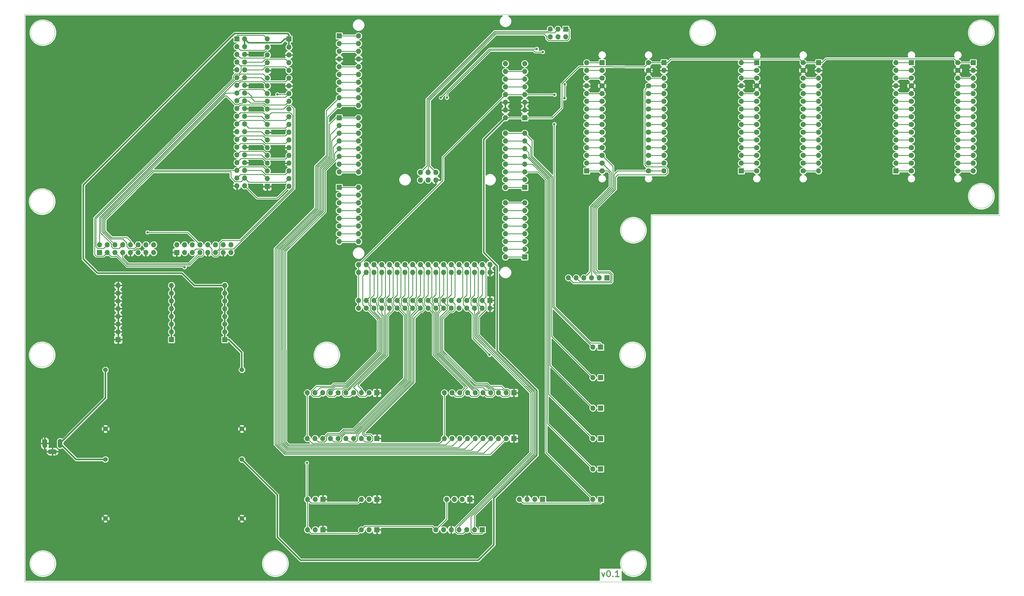
<source format=gbr>
G04 #@! TF.GenerationSoftware,KiCad,Pcbnew,(5.1.5-0)*
G04 #@! TF.CreationDate,2020-03-21T20:29:53+01:00*
G04 #@! TF.ProjectId,saufanlage,73617566-616e-46c6-9167-652e6b696361,v0.1*
G04 #@! TF.SameCoordinates,Original*
G04 #@! TF.FileFunction,Copper,L1,Top*
G04 #@! TF.FilePolarity,Positive*
%FSLAX46Y46*%
G04 Gerber Fmt 4.6, Leading zero omitted, Abs format (unit mm)*
G04 Created by KiCad (PCBNEW (5.1.5-0)) date 2020-03-21 20:29:53*
%MOMM*%
%LPD*%
G04 APERTURE LIST*
%ADD10C,0.120000*%
%ADD11C,0.350000*%
%ADD12C,0.050000*%
%ADD13C,0.100000*%
%ADD14O,1.727200X1.727200*%
%ADD15R,1.700000X1.700000*%
%ADD16O,1.700000X1.700000*%
%ADD17C,1.524000*%
%ADD18C,1.727200*%
%ADD19R,1.727200X1.727200*%
%ADD20O,1.524000X3.048000*%
%ADD21O,3.048000X1.524000*%
%ADD22C,0.800000*%
%ADD23C,0.250000*%
%ADD24C,0.500000*%
%ADD25C,0.254000*%
G04 APERTURE END LIST*
D10*
X23970000Y-102108000D02*
G75*
G03X23970000Y-102108000I-4000000J0D01*
G01*
X240951000Y-46640000D02*
G75*
G03X240951000Y-46640000I-4000000J0D01*
G01*
X117507000Y-152527000D02*
G75*
G03X117507000Y-152527000I-4000000J0D01*
G01*
X100616000Y-221076000D02*
G75*
G03X100616000Y-221076000I-4000000J0D01*
G01*
X217964000Y-152527000D02*
G75*
G03X217964000Y-152527000I-4000000J0D01*
G01*
X23970000Y-152527000D02*
G75*
G03X23970000Y-152527000I-4000000J0D01*
G01*
D11*
X203898857Y-224107428D02*
X204375047Y-225440761D01*
X204851238Y-224107428D01*
X205994095Y-223440761D02*
X206184571Y-223440761D01*
X206375047Y-223536000D01*
X206470285Y-223631238D01*
X206565523Y-223821714D01*
X206660761Y-224202666D01*
X206660761Y-224678857D01*
X206565523Y-225059809D01*
X206470285Y-225250285D01*
X206375047Y-225345523D01*
X206184571Y-225440761D01*
X205994095Y-225440761D01*
X205803619Y-225345523D01*
X205708380Y-225250285D01*
X205613142Y-225059809D01*
X205517904Y-224678857D01*
X205517904Y-224202666D01*
X205613142Y-223821714D01*
X205708380Y-223631238D01*
X205803619Y-223536000D01*
X205994095Y-223440761D01*
X207517904Y-225250285D02*
X207613142Y-225345523D01*
X207517904Y-225440761D01*
X207422666Y-225345523D01*
X207517904Y-225250285D01*
X207517904Y-225440761D01*
X209517904Y-225440761D02*
X208375047Y-225440761D01*
X208946476Y-225440761D02*
X208946476Y-223440761D01*
X208756000Y-223726476D01*
X208565523Y-223916952D01*
X208375047Y-224012190D01*
D10*
X332518000Y-100330000D02*
G75*
G03X332518000Y-100330000I-4000000J0D01*
G01*
X218218000Y-111570000D02*
G75*
G03X218218000Y-111570000I-4000000J0D01*
G01*
X332518000Y-46640000D02*
G75*
G03X332518000Y-46640000I-4000000J0D01*
G01*
X218218000Y-221076000D02*
G75*
G03X218218000Y-221076000I-4000000J0D01*
G01*
X24224000Y-221076000D02*
G75*
G03X24224000Y-221076000I-4000000J0D01*
G01*
X24224000Y-46640000D02*
G75*
G03X24224000Y-46640000I-4000000J0D01*
G01*
D12*
X155956000Y-40640000D02*
X334518000Y-40640000D01*
X334518000Y-106680000D02*
X334518000Y-40640000D01*
X220218000Y-106680000D02*
X334518000Y-106680000D01*
X220218000Y-227076000D02*
X220218000Y-106680000D01*
X14224000Y-227076000D02*
X220218000Y-227076000D01*
X14224000Y-40640000D02*
X14224000Y-227076000D01*
X155956000Y-40640000D02*
X14224000Y-40640000D01*
D13*
X26308000Y-182360000D02*
X25508000Y-182360000D01*
X25508000Y-182360000D02*
X25508000Y-180860000D01*
X25508000Y-180860000D02*
X26308000Y-180860000D01*
X26308000Y-180860000D02*
X26308000Y-182360000D01*
X24158000Y-183910000D02*
X24158000Y-184710000D01*
X24158000Y-184710000D02*
X22658000Y-184710000D01*
X22658000Y-184710000D02*
X22658000Y-183910000D01*
X22658000Y-183910000D02*
X24158000Y-183910000D01*
X21308000Y-182360000D02*
X20508000Y-182360000D01*
X20508000Y-182360000D02*
X20508000Y-180860000D01*
X20508000Y-180860000D02*
X21308000Y-180860000D01*
X21308000Y-180860000D02*
X21308000Y-182360000D01*
D14*
X149350000Y-92547000D03*
X149350000Y-95087000D03*
X146810000Y-95087000D03*
X146810000Y-92547000D03*
X144270000Y-95087000D03*
X172210000Y-79720000D03*
X172210000Y-74640000D03*
X172210000Y-72100000D03*
X172210000Y-69560000D03*
X172210000Y-67020000D03*
X172210000Y-64480000D03*
X172210000Y-61940000D03*
X172210000Y-59400000D03*
X123950000Y-115280000D03*
X123950000Y-112740000D03*
X123950000Y-110200000D03*
X123950000Y-107660000D03*
X123950000Y-105120000D03*
X123950000Y-102580000D03*
X123950000Y-100040000D03*
X123950000Y-97500000D03*
X123950000Y-92420000D03*
X123950000Y-89880000D03*
X123950000Y-87340000D03*
X123950000Y-84800000D03*
X123950000Y-82260000D03*
X123950000Y-79720000D03*
X123950000Y-77180000D03*
X123950000Y-74640000D03*
X123950000Y-55336000D03*
X123950000Y-70576000D03*
X123950000Y-68036000D03*
X123950000Y-65496000D03*
X123950000Y-47716000D03*
X123950000Y-50256000D03*
X123950000Y-52796000D03*
X123950000Y-57876000D03*
X123950000Y-60416000D03*
X123950000Y-62956000D03*
X172210000Y-56860000D03*
X172210000Y-82260000D03*
X172210000Y-84800000D03*
X172210000Y-87340000D03*
X172210000Y-89880000D03*
X172210000Y-92420000D03*
X172210000Y-94960000D03*
X172210000Y-97500000D03*
X172210000Y-102580000D03*
X172210000Y-105120000D03*
X172210000Y-107660000D03*
X172210000Y-110200000D03*
X172210000Y-112740000D03*
X172210000Y-115280000D03*
X172210000Y-117820000D03*
X172210000Y-120360000D03*
X123950000Y-122900000D03*
X123950000Y-125440000D03*
X126490000Y-122900000D03*
X126490000Y-125440000D03*
X129030000Y-122900000D03*
X129030000Y-125440000D03*
X131570000Y-122900000D03*
X131570000Y-125440000D03*
X134110000Y-122900000D03*
X134110000Y-125440000D03*
X136650000Y-122900000D03*
X136650000Y-125440000D03*
X139190000Y-122900000D03*
X139190000Y-125440000D03*
X141730000Y-122900000D03*
X141730000Y-125440000D03*
X144270000Y-122900000D03*
X144270000Y-125440000D03*
X146810000Y-122900000D03*
X146810000Y-125440000D03*
X149350000Y-122900000D03*
X149350000Y-125440000D03*
X151890000Y-122900000D03*
X151890000Y-125440000D03*
X154430000Y-122900000D03*
X154430000Y-125440000D03*
X156970000Y-122900000D03*
X156970000Y-125440000D03*
X159510000Y-122900000D03*
X159510000Y-125440000D03*
X162050000Y-122900000D03*
X162050000Y-125440000D03*
X164590000Y-122900000D03*
X164590000Y-125440000D03*
X167130000Y-122900000D03*
X167130000Y-125440000D03*
X144270000Y-92547000D03*
D15*
X84002000Y-48719000D03*
D16*
X86542000Y-48719000D03*
X84002000Y-51259000D03*
X86542000Y-51259000D03*
X84002000Y-53799000D03*
X86542000Y-53799000D03*
X84002000Y-56339000D03*
X86542000Y-56339000D03*
X84002000Y-58879000D03*
X86542000Y-58879000D03*
X84002000Y-61419000D03*
X86542000Y-61419000D03*
X84002000Y-63959000D03*
X86542000Y-63959000D03*
X84002000Y-66499000D03*
X86542000Y-66499000D03*
X84002000Y-69039000D03*
X86542000Y-69039000D03*
X84002000Y-71579000D03*
X86542000Y-71579000D03*
X84002000Y-74119000D03*
X86542000Y-74119000D03*
X84002000Y-76659000D03*
X86542000Y-76659000D03*
X84002000Y-79199000D03*
X86542000Y-79199000D03*
X84002000Y-81739000D03*
X86542000Y-81739000D03*
X84002000Y-84279000D03*
X86542000Y-84279000D03*
X84002000Y-86819000D03*
X86542000Y-86819000D03*
X84002000Y-89359000D03*
X86542000Y-89359000D03*
X84002000Y-91899000D03*
X86542000Y-91899000D03*
X84002000Y-94439000D03*
X86542000Y-94439000D03*
X84002000Y-96979000D03*
X86542000Y-96979000D03*
D15*
X167130000Y-134620000D03*
D16*
X167130000Y-137160000D03*
X164590000Y-134620000D03*
X164590000Y-137160000D03*
X162050000Y-134620000D03*
X162050000Y-137160000D03*
X159510000Y-134620000D03*
X159510000Y-137160000D03*
X156970000Y-134620000D03*
X156970000Y-137160000D03*
X154430000Y-134620000D03*
X154430000Y-137160000D03*
X151890000Y-134620000D03*
X151890000Y-137160000D03*
X149350000Y-134620000D03*
X149350000Y-137160000D03*
X146810000Y-134620000D03*
X146810000Y-137160000D03*
X144270000Y-134620000D03*
X144270000Y-137160000D03*
X141730000Y-134620000D03*
X141730000Y-137160000D03*
X139190000Y-134620000D03*
X139190000Y-137160000D03*
X136650000Y-134620000D03*
X136650000Y-137160000D03*
X134110000Y-134620000D03*
X134110000Y-137160000D03*
X131570000Y-134620000D03*
X131570000Y-137160000D03*
X129030000Y-134620000D03*
X129030000Y-137160000D03*
X126490000Y-134620000D03*
X126490000Y-137160000D03*
X123950000Y-134620000D03*
X123950000Y-137160000D03*
D15*
X205600000Y-127200000D03*
D16*
X203060000Y-127200000D03*
X200520000Y-127200000D03*
X197980000Y-127200000D03*
X195440000Y-127200000D03*
X192900000Y-127200000D03*
D15*
X45000000Y-147500000D03*
D16*
X45000000Y-144960000D03*
X45000000Y-142420000D03*
X45000000Y-139880000D03*
X45000000Y-137340000D03*
X45000000Y-134800000D03*
X45000000Y-132260000D03*
X45000000Y-129720000D03*
X62500000Y-129720000D03*
X62500000Y-132260000D03*
X62500000Y-134800000D03*
X62500000Y-137340000D03*
X62500000Y-139880000D03*
X62500000Y-142420000D03*
X62500000Y-144960000D03*
D15*
X62500000Y-147500000D03*
X80000000Y-147500000D03*
D16*
X80000000Y-144960000D03*
X80000000Y-142420000D03*
X80000000Y-139880000D03*
X80000000Y-137340000D03*
X80000000Y-134800000D03*
X80000000Y-132260000D03*
X80000000Y-129720000D03*
D15*
X64262000Y-118872000D03*
D16*
X64262000Y-116332000D03*
X66802000Y-118872000D03*
X66802000Y-116332000D03*
X69342000Y-118872000D03*
X69342000Y-116332000D03*
X71882000Y-118872000D03*
X71882000Y-116332000D03*
X74422000Y-118872000D03*
X74422000Y-116332000D03*
X76962000Y-118872000D03*
X76962000Y-116332000D03*
X79502000Y-118872000D03*
X79502000Y-116332000D03*
X82042000Y-118872000D03*
X82042000Y-116332000D03*
X56642000Y-116332000D03*
X56642000Y-118872000D03*
X54102000Y-116332000D03*
X54102000Y-118872000D03*
X51562000Y-116332000D03*
X51562000Y-118872000D03*
X49022000Y-116332000D03*
X49022000Y-118872000D03*
X46482000Y-116332000D03*
X46482000Y-118872000D03*
X43942000Y-116332000D03*
X43942000Y-118872000D03*
X41402000Y-116332000D03*
X41402000Y-118872000D03*
X38862000Y-116332000D03*
D15*
X38862000Y-118872000D03*
D16*
X93980000Y-48719000D03*
X93980000Y-51435000D03*
X93980000Y-53975000D03*
X93980000Y-56515000D03*
X93980000Y-59055000D03*
X93980000Y-61595000D03*
X93980000Y-64135000D03*
X93980000Y-66675000D03*
X93980000Y-69215000D03*
X93980000Y-71755000D03*
X93980000Y-74295000D03*
X93980000Y-76835000D03*
X93980000Y-79375000D03*
X93980000Y-81915000D03*
X93980000Y-84455000D03*
X93980000Y-86995000D03*
X93980000Y-89535000D03*
X93980000Y-92075000D03*
X93980000Y-94615000D03*
D15*
X93980000Y-97155000D03*
X101092000Y-48719000D03*
D16*
X101092000Y-51435000D03*
X101092000Y-53975000D03*
X101092000Y-56515000D03*
X101092000Y-59055000D03*
X101092000Y-61595000D03*
X101092000Y-64135000D03*
X101092000Y-66675000D03*
X101092000Y-69215000D03*
X101092000Y-71755000D03*
X101092000Y-74295000D03*
X101092000Y-76835000D03*
X101092000Y-79375000D03*
X101092000Y-81915000D03*
X101092000Y-84455000D03*
X101092000Y-86995000D03*
X101092000Y-89535000D03*
X101092000Y-92075000D03*
X101092000Y-94615000D03*
X101092000Y-97155000D03*
X178540000Y-56860000D03*
X178540000Y-59400000D03*
X178540000Y-61940000D03*
X178540000Y-64480000D03*
X178540000Y-67020000D03*
X178540000Y-69560000D03*
X178540000Y-72100000D03*
D15*
X178540000Y-74640000D03*
X178540000Y-97480000D03*
D16*
X178540000Y-94940000D03*
X178540000Y-92400000D03*
X178540000Y-89860000D03*
X178540000Y-87320000D03*
X178540000Y-84780000D03*
X178540000Y-82240000D03*
X178540000Y-79700000D03*
D15*
X178530000Y-120350000D03*
D16*
X178530000Y-117810000D03*
X178530000Y-115270000D03*
X178530000Y-112730000D03*
X178530000Y-110190000D03*
X178530000Y-107650000D03*
X178530000Y-105110000D03*
X178530000Y-102570000D03*
D15*
X117580000Y-47700000D03*
D16*
X117580000Y-50240000D03*
X117580000Y-52780000D03*
X117580000Y-55320000D03*
X117580000Y-57860000D03*
X117580000Y-60400000D03*
X117580000Y-62940000D03*
X117580000Y-65480000D03*
X117580000Y-68020000D03*
X117580000Y-70560000D03*
X117580000Y-92420000D03*
X117580000Y-89880000D03*
X117580000Y-87340000D03*
X117580000Y-84800000D03*
X117580000Y-82260000D03*
X117580000Y-79720000D03*
X117580000Y-77180000D03*
D15*
X117580000Y-74640000D03*
D16*
X117590000Y-115270000D03*
X117590000Y-112730000D03*
X117590000Y-110190000D03*
X117590000Y-107650000D03*
X117590000Y-105110000D03*
X117590000Y-102570000D03*
X117590000Y-100030000D03*
D15*
X117590000Y-97490000D03*
X160528000Y-200000000D03*
D16*
X157988000Y-200000000D03*
X155448000Y-200000000D03*
X152908000Y-200000000D03*
D15*
X164592000Y-210000000D03*
D16*
X162052000Y-210000000D03*
X159512000Y-210000000D03*
X156972000Y-210000000D03*
X154432000Y-210000000D03*
X151892000Y-210000000D03*
X149352000Y-210000000D03*
X107188000Y-200000000D03*
X109728000Y-200000000D03*
D15*
X112268000Y-200000000D03*
X130000000Y-165000000D03*
D16*
X127460000Y-165000000D03*
X124920000Y-165000000D03*
X122380000Y-165000000D03*
X119840000Y-165000000D03*
X117300000Y-165000000D03*
X114760000Y-165000000D03*
X112220000Y-165000000D03*
X109680000Y-165000000D03*
X107140000Y-165000000D03*
D15*
X198882000Y-92075000D03*
D16*
X198882000Y-89535000D03*
X198882000Y-86995000D03*
X198882000Y-84455000D03*
X198882000Y-81915000D03*
X198882000Y-79375000D03*
X198882000Y-76835000D03*
X198882000Y-74295000D03*
X198882000Y-71755000D03*
X198882000Y-69215000D03*
X198882000Y-66675000D03*
X198882000Y-64135000D03*
X198882000Y-61595000D03*
X198882000Y-59055000D03*
X198882000Y-56515000D03*
X224282000Y-92075000D03*
X224282000Y-89535000D03*
X224282000Y-86995000D03*
X224282000Y-84455000D03*
X224282000Y-81915000D03*
X224282000Y-79375000D03*
X224282000Y-76835000D03*
X224282000Y-74295000D03*
X224282000Y-71755000D03*
X224282000Y-69215000D03*
X224282000Y-66675000D03*
X224282000Y-64135000D03*
X224282000Y-61595000D03*
X224282000Y-59055000D03*
D15*
X224282000Y-56515000D03*
X112268000Y-210000000D03*
D16*
X109728000Y-210000000D03*
X107188000Y-210000000D03*
D15*
X130000000Y-200000000D03*
D16*
X127460000Y-200000000D03*
X124920000Y-200000000D03*
X107140000Y-180000000D03*
X109680000Y-180000000D03*
X112220000Y-180000000D03*
X114760000Y-180000000D03*
X117300000Y-180000000D03*
X119840000Y-180000000D03*
X122380000Y-180000000D03*
X124920000Y-180000000D03*
X127460000Y-180000000D03*
D15*
X130000000Y-180000000D03*
D16*
X124920000Y-210000000D03*
X127460000Y-210000000D03*
D15*
X130000000Y-210000000D03*
X249682000Y-92075000D03*
D16*
X249682000Y-89535000D03*
X249682000Y-86995000D03*
X249682000Y-84455000D03*
X249682000Y-81915000D03*
X249682000Y-79375000D03*
X249682000Y-76835000D03*
X249682000Y-74295000D03*
X249682000Y-71755000D03*
X249682000Y-69215000D03*
X249682000Y-66675000D03*
X249682000Y-64135000D03*
X249682000Y-61595000D03*
X249682000Y-59055000D03*
X249682000Y-56515000D03*
X275082000Y-92075000D03*
X275082000Y-89535000D03*
X275082000Y-86995000D03*
X275082000Y-84455000D03*
X275082000Y-81915000D03*
X275082000Y-79375000D03*
X275082000Y-76835000D03*
X275082000Y-74295000D03*
X275082000Y-71755000D03*
X275082000Y-69215000D03*
X275082000Y-66675000D03*
X275082000Y-64135000D03*
X275082000Y-61595000D03*
X275082000Y-59055000D03*
D15*
X275082000Y-56515000D03*
X300482000Y-92075000D03*
D16*
X300482000Y-89535000D03*
X300482000Y-86995000D03*
X300482000Y-84455000D03*
X300482000Y-81915000D03*
X300482000Y-79375000D03*
X300482000Y-76835000D03*
X300482000Y-74295000D03*
X300482000Y-71755000D03*
X300482000Y-69215000D03*
X300482000Y-66675000D03*
X300482000Y-64135000D03*
X300482000Y-61595000D03*
X300482000Y-59055000D03*
X300482000Y-56515000D03*
X325882000Y-92075000D03*
X325882000Y-89535000D03*
X325882000Y-86995000D03*
X325882000Y-84455000D03*
X325882000Y-81915000D03*
X325882000Y-79375000D03*
X325882000Y-76835000D03*
X325882000Y-74295000D03*
X325882000Y-71755000D03*
X325882000Y-69215000D03*
X325882000Y-66675000D03*
X325882000Y-64135000D03*
X325882000Y-61595000D03*
X325882000Y-59055000D03*
D15*
X325882000Y-56515000D03*
D17*
X85646000Y-186896000D03*
X85646000Y-206296000D03*
X40846000Y-206296000D03*
X40846000Y-186896000D03*
X40846000Y-157432000D03*
X40846000Y-176832000D03*
X85646000Y-176832000D03*
X85646000Y-157432000D03*
D18*
X219202000Y-56515000D03*
X219202000Y-59055000D03*
X219202000Y-61595000D03*
X219202000Y-64135000D03*
X219202000Y-66675000D03*
X219202000Y-69215000D03*
X219202000Y-71755000D03*
X219202000Y-74295000D03*
X219202000Y-76835000D03*
X219202000Y-79375000D03*
X219202000Y-81915000D03*
X219202000Y-84455000D03*
X219202000Y-86995000D03*
X219202000Y-89535000D03*
X219202000Y-92075000D03*
X203962000Y-92075000D03*
X203962000Y-89535000D03*
X203962000Y-86995000D03*
X203962000Y-84455000D03*
X203962000Y-81915000D03*
X203962000Y-79375000D03*
X203962000Y-76835000D03*
X203962000Y-74295000D03*
X203962000Y-71755000D03*
X203962000Y-69215000D03*
X203962000Y-66675000D03*
X203962000Y-64135000D03*
X203962000Y-61595000D03*
X203962000Y-59055000D03*
D19*
X203962000Y-56515000D03*
X254762000Y-56515000D03*
D18*
X254762000Y-59055000D03*
X254762000Y-61595000D03*
X254762000Y-64135000D03*
X254762000Y-66675000D03*
X254762000Y-69215000D03*
X254762000Y-71755000D03*
X254762000Y-74295000D03*
X254762000Y-76835000D03*
X254762000Y-79375000D03*
X254762000Y-81915000D03*
X254762000Y-84455000D03*
X254762000Y-86995000D03*
X254762000Y-89535000D03*
X254762000Y-92075000D03*
X270002000Y-92075000D03*
X270002000Y-89535000D03*
X270002000Y-86995000D03*
X270002000Y-84455000D03*
X270002000Y-81915000D03*
X270002000Y-79375000D03*
X270002000Y-76835000D03*
X270002000Y-74295000D03*
X270002000Y-71755000D03*
X270002000Y-69215000D03*
X270002000Y-66675000D03*
X270002000Y-64135000D03*
X270002000Y-61595000D03*
X270002000Y-59055000D03*
X270002000Y-56515000D03*
X320802000Y-56515000D03*
X320802000Y-59055000D03*
X320802000Y-61595000D03*
X320802000Y-64135000D03*
X320802000Y-66675000D03*
X320802000Y-69215000D03*
X320802000Y-71755000D03*
X320802000Y-74295000D03*
X320802000Y-76835000D03*
X320802000Y-79375000D03*
X320802000Y-81915000D03*
X320802000Y-84455000D03*
X320802000Y-86995000D03*
X320802000Y-89535000D03*
X320802000Y-92075000D03*
X305562000Y-92075000D03*
X305562000Y-89535000D03*
X305562000Y-86995000D03*
X305562000Y-84455000D03*
X305562000Y-81915000D03*
X305562000Y-79375000D03*
X305562000Y-76835000D03*
X305562000Y-74295000D03*
X305562000Y-71755000D03*
X305562000Y-69215000D03*
X305562000Y-66675000D03*
X305562000Y-64135000D03*
X305562000Y-61595000D03*
X305562000Y-59055000D03*
D19*
X305562000Y-56515000D03*
D15*
X192000000Y-45500000D03*
D16*
X192000000Y-48040000D03*
X189460000Y-45500000D03*
X189460000Y-48040000D03*
X186920000Y-45500000D03*
X186920000Y-48040000D03*
D20*
X25908000Y-181610000D03*
X20908000Y-181610000D03*
D21*
X23408000Y-184310000D03*
D15*
X184404000Y-200000000D03*
D16*
X181864000Y-200000000D03*
X179324000Y-200000000D03*
X176784000Y-200000000D03*
X152140000Y-165000000D03*
X154680000Y-165000000D03*
X157220000Y-165000000D03*
X159760000Y-165000000D03*
X162300000Y-165000000D03*
X164840000Y-165000000D03*
X167380000Y-165000000D03*
X169920000Y-165000000D03*
X172460000Y-165000000D03*
D15*
X175000000Y-165000000D03*
X175000000Y-180000000D03*
D16*
X172460000Y-180000000D03*
X169920000Y-180000000D03*
X167380000Y-180000000D03*
X164840000Y-180000000D03*
X162300000Y-180000000D03*
X159760000Y-180000000D03*
X157220000Y-180000000D03*
X154680000Y-180000000D03*
X152140000Y-180000000D03*
D15*
X203476000Y-150000000D03*
D16*
X200936000Y-150000000D03*
X200936000Y-160000000D03*
D15*
X203476000Y-160000000D03*
D16*
X200936000Y-170000000D03*
D15*
X203476000Y-170000000D03*
X203476000Y-180000000D03*
D16*
X200936000Y-180000000D03*
D15*
X203476000Y-190000000D03*
D16*
X200936000Y-190000000D03*
X200936000Y-200000000D03*
D15*
X203476000Y-200000000D03*
D22*
X93500000Y-102000000D03*
X66802000Y-123725000D03*
X97282000Y-66929000D03*
X54610000Y-112268000D03*
X191652653Y-63652653D03*
X191643000Y-68199000D03*
X107000000Y-188000000D03*
X188341000Y-67056000D03*
X188247056Y-76741056D03*
X153000000Y-68000000D03*
X184500000Y-53000000D03*
X182500000Y-52000000D03*
X151000000Y-68000000D03*
X166987347Y-152512653D03*
D23*
X117596000Y-55336000D02*
X117580000Y-55320000D01*
X123950000Y-55336000D02*
X117596000Y-55336000D01*
X38862000Y-118872000D02*
X39662998Y-118872000D01*
X52926999Y-117696999D02*
X54102000Y-118872000D01*
X50997999Y-117696999D02*
X52926999Y-117696999D01*
X50672997Y-118022001D02*
X50997999Y-117696999D01*
X49871999Y-118022001D02*
X50672997Y-118022001D01*
X49022000Y-118872000D02*
X49871999Y-118022001D01*
X20982990Y-182034990D02*
X20833010Y-182034990D01*
X20982990Y-181858990D02*
X20982990Y-182034990D01*
X20908000Y-181784000D02*
X20982990Y-181858990D01*
X20908000Y-181610000D02*
X20908000Y-181784000D01*
X20982990Y-182018990D02*
X20982990Y-182034990D01*
X20908000Y-181944000D02*
X20982990Y-182018990D01*
X20908000Y-181610000D02*
X20908000Y-181944000D01*
X22983010Y-184235010D02*
X22983010Y-184384990D01*
X23408000Y-184235010D02*
X22983010Y-184235010D01*
X23408000Y-184310000D02*
X23408000Y-184235010D01*
X41367761Y-187983001D02*
X26013001Y-187983001D01*
X41933001Y-187417761D02*
X41367761Y-187983001D01*
X41933001Y-177919001D02*
X41933001Y-187417761D01*
X40846000Y-176832000D02*
X41933001Y-177919001D01*
X24483010Y-186453010D02*
X24483010Y-184044623D01*
X26013001Y-187983001D02*
X24483010Y-186453010D01*
X20182990Y-176486248D02*
X20182990Y-182225377D01*
X41933001Y-156910239D02*
X41367761Y-156344999D01*
X40324239Y-156344999D02*
X20182990Y-176486248D01*
X41367761Y-156344999D02*
X40324239Y-156344999D01*
X41933001Y-175744999D02*
X41933001Y-156910239D01*
X40846000Y-176832000D02*
X41933001Y-175744999D01*
X99916999Y-85630001D02*
X101092000Y-84455000D01*
X93415999Y-85630001D02*
X99916999Y-85630001D01*
X92064998Y-84279000D02*
X93415999Y-85630001D01*
X86542000Y-84279000D02*
X92064998Y-84279000D01*
X99916999Y-90710001D02*
X101092000Y-89535000D01*
X92064998Y-89359000D02*
X93415999Y-90710001D01*
X93415999Y-90710001D02*
X99916999Y-90710001D01*
X86542000Y-89359000D02*
X92064998Y-89359000D01*
X219202000Y-59055000D02*
X224282000Y-59055000D01*
X249682000Y-64135000D02*
X254762000Y-64135000D01*
X109846000Y-207010000D02*
X109271000Y-207010000D01*
D24*
X31194000Y-186896000D02*
X26633010Y-182335010D01*
X40846000Y-186896000D02*
X31194000Y-186896000D01*
X40846000Y-166672000D02*
X26633010Y-180884990D01*
X40846000Y-157432000D02*
X40846000Y-166672000D01*
D23*
X84002000Y-48719000D02*
X84002000Y-47619000D01*
X92804999Y-47543999D02*
X93980000Y-48719000D01*
X84077001Y-47543999D02*
X92804999Y-47543999D01*
X84002000Y-47619000D02*
X84077001Y-47543999D01*
X89823671Y-69215000D02*
X93980000Y-69215000D01*
X88472670Y-67863999D02*
X89823671Y-69215000D01*
X85177001Y-67863999D02*
X88472670Y-67863999D01*
X84002000Y-69039000D02*
X85177001Y-67863999D01*
D24*
X62500000Y-147500000D02*
X62500000Y-144960000D01*
X62500000Y-144960000D02*
X62500000Y-142420000D01*
X62500000Y-139880000D02*
X62500000Y-142420000D01*
X62500000Y-139880000D02*
X62500000Y-129720000D01*
D23*
X101092000Y-49819000D02*
X101092000Y-48719000D01*
X101016999Y-49894001D02*
X101092000Y-49819000D01*
D24*
X80000000Y-147500000D02*
X80000000Y-129720000D01*
X81350000Y-147500000D02*
X80000000Y-147500000D01*
X85646000Y-151796000D02*
X81350000Y-147500000D01*
X85646000Y-157432000D02*
X85646000Y-151796000D01*
X65992008Y-125670010D02*
X38170010Y-125670010D01*
X70041998Y-129720000D02*
X65992008Y-125670010D01*
X80000000Y-129720000D02*
X70041998Y-129720000D01*
X38170010Y-125670010D02*
X33500000Y-121000000D01*
X101092000Y-47369000D02*
X101092000Y-48719000D01*
X83242009Y-46968989D02*
X100691989Y-46968989D01*
X33500000Y-96710998D02*
X83242009Y-46968989D01*
X100691989Y-46968989D02*
X101092000Y-47369000D01*
X33500000Y-121000000D02*
X33500000Y-96710998D01*
X86542000Y-48719000D02*
X86542000Y-51259000D01*
X99742000Y-48719000D02*
X101092000Y-48719000D01*
X98441999Y-50019001D02*
X99742000Y-48719000D01*
X87842001Y-50019001D02*
X98441999Y-50019001D01*
X86542000Y-48719000D02*
X87842001Y-50019001D01*
X101092000Y-48719000D02*
X101092000Y-51435000D01*
D23*
X85692001Y-62268999D02*
X86542000Y-61419000D01*
X85055591Y-62268999D02*
X85692001Y-62268999D01*
X84730589Y-62594001D02*
X85055591Y-62268999D01*
X83627997Y-62594001D02*
X84730589Y-62594001D01*
X38862000Y-107359998D02*
X83627997Y-62594001D01*
X38862000Y-116332000D02*
X38862000Y-107359998D01*
X99916999Y-62770001D02*
X101092000Y-61595000D01*
X93415999Y-62770001D02*
X99916999Y-62770001D01*
X92064998Y-61419000D02*
X93415999Y-62770001D01*
X86542000Y-61419000D02*
X92064998Y-61419000D01*
X37751999Y-120047001D02*
X37236989Y-119531991D01*
X92980999Y-57514001D02*
X93980000Y-56515000D01*
X84002000Y-56339000D02*
X85177001Y-57514001D01*
X37236990Y-119531992D02*
X37236990Y-107547600D01*
X37236989Y-119531991D02*
X37236990Y-119531992D01*
X37236989Y-119531991D02*
X37236989Y-108102989D01*
X37236989Y-108102989D02*
X37236990Y-107547600D01*
X85344000Y-59440590D02*
X85344000Y-57531000D01*
X82826999Y-60854999D02*
X83483998Y-60198000D01*
X37236990Y-107547600D02*
X51562000Y-93222590D01*
X82826999Y-61957591D02*
X82826999Y-60854999D01*
X85344000Y-57531000D02*
X92980999Y-57514001D01*
X63377590Y-81407000D02*
X82826999Y-61957591D01*
X63373000Y-81407000D02*
X63377590Y-81407000D01*
X51562000Y-93218000D02*
X63373000Y-81407000D01*
X51562000Y-93222590D02*
X51562000Y-93218000D01*
X84586590Y-60198000D02*
X85344000Y-59440590D01*
X83483998Y-60198000D02*
X84586590Y-60198000D01*
X85177001Y-57514001D02*
X85344000Y-57531000D01*
X47883600Y-123450010D02*
X66527010Y-123450010D01*
X44576295Y-120142705D02*
X47883600Y-123450010D01*
X42672705Y-120142705D02*
X44576295Y-120142705D01*
X41402000Y-118872000D02*
X42672705Y-120142705D01*
X66527010Y-123450010D02*
X66802000Y-123725000D01*
X37686999Y-119982001D02*
X37686999Y-119888000D01*
X37751999Y-120047001D02*
X37686999Y-119982001D01*
X40226999Y-120047001D02*
X37751999Y-120047001D01*
X41402000Y-118872000D02*
X40226999Y-120047001D01*
X37686999Y-107734001D02*
X84002000Y-61419000D01*
X37686999Y-116896001D02*
X37686999Y-107734001D01*
X38297999Y-117507001D02*
X37686999Y-116896001D01*
X40226999Y-117507001D02*
X38297999Y-117507001D01*
X41402000Y-116332000D02*
X40226999Y-117507001D01*
X92628999Y-60243999D02*
X93980000Y-61595000D01*
X85177001Y-60243999D02*
X92628999Y-60243999D01*
X84002000Y-61419000D02*
X85177001Y-60243999D01*
X99916999Y-75470001D02*
X101092000Y-74295000D01*
X92064998Y-74119000D02*
X93415999Y-75470001D01*
X93415999Y-75470001D02*
X99916999Y-75470001D01*
X86542000Y-74119000D02*
X92064998Y-74119000D01*
X68390410Y-123000000D02*
X48070000Y-123000000D01*
X72446001Y-120047001D02*
X71343409Y-120047001D01*
X73057001Y-119436001D02*
X72446001Y-120047001D01*
X72446001Y-117696999D02*
X73057001Y-118307999D01*
X48070000Y-123000000D02*
X43942000Y-118872000D01*
X71343409Y-120047001D02*
X68390410Y-123000000D01*
X69342000Y-118872000D02*
X70517001Y-117696999D01*
X73057001Y-118307999D02*
X73057001Y-119436001D01*
X70517001Y-117696999D02*
X72446001Y-117696999D01*
X85692001Y-69888999D02*
X86542000Y-69039000D01*
X85055591Y-69888999D02*
X85692001Y-69888999D01*
X99916999Y-70390001D02*
X101092000Y-69215000D01*
X93415999Y-70390001D02*
X99916999Y-70390001D01*
X92804999Y-69779001D02*
X93415999Y-70390001D01*
X88484082Y-69779001D02*
X92804999Y-69779001D01*
X87744081Y-69039000D02*
X88484082Y-69779001D01*
X86542000Y-69039000D02*
X87744081Y-69039000D01*
X39781012Y-107713806D02*
X39781012Y-112171012D01*
X80057818Y-67437000D02*
X39781012Y-107713806D01*
X39781012Y-112171012D02*
X43942000Y-116332000D01*
X83422001Y-70214001D02*
X80645000Y-67437000D01*
X80645000Y-67437000D02*
X80057818Y-67437000D01*
X84566001Y-70214001D02*
X83422001Y-70214001D01*
X84891003Y-69888999D02*
X84566001Y-70214001D01*
X85692001Y-69888999D02*
X84891003Y-69888999D01*
X99916999Y-67850001D02*
X101092000Y-66675000D01*
X87744081Y-66499000D02*
X89095082Y-67850001D01*
X89095082Y-67850001D02*
X99916999Y-67850001D01*
X86542000Y-66499000D02*
X87744081Y-66499000D01*
X68204010Y-122549990D02*
X71882000Y-118872000D01*
X48256400Y-122549990D02*
X68204010Y-122549990D01*
X46482000Y-120775590D02*
X48256400Y-122549990D01*
X46482000Y-118872000D02*
X46482000Y-120775590D01*
X100838000Y-66929000D02*
X101092000Y-66675000D01*
X97282000Y-66929000D02*
X100838000Y-66929000D01*
X67818000Y-112268000D02*
X54610000Y-112268000D01*
X71882000Y-116332000D02*
X67818000Y-112268000D01*
X92628999Y-65323999D02*
X93980000Y-66675000D01*
X85177001Y-65323999D02*
X92628999Y-65323999D01*
X84002000Y-66499000D02*
X85177001Y-65323999D01*
X80359408Y-66499000D02*
X84002000Y-66499000D01*
X39331002Y-112522000D02*
X39331002Y-107527406D01*
X42766999Y-116896001D02*
X42766999Y-115957997D01*
X39331002Y-107527406D02*
X80359408Y-66499000D01*
X43377999Y-117507001D02*
X42766999Y-116896001D01*
X45306999Y-117507001D02*
X43377999Y-117507001D01*
X42766999Y-115957997D02*
X39331002Y-112522000D01*
X46482000Y-116332000D02*
X45306999Y-117507001D01*
X92628999Y-70403999D02*
X93980000Y-71755000D01*
X85177001Y-70403999D02*
X92628999Y-70403999D01*
X84002000Y-71579000D02*
X85177001Y-70403999D01*
X99352998Y-71755000D02*
X93980000Y-71755000D01*
X100527999Y-70579999D02*
X99352998Y-71755000D01*
X102717011Y-71641009D02*
X101656001Y-70579999D01*
X78777009Y-117693401D02*
X82929011Y-117693401D01*
X82929011Y-117693401D02*
X102717011Y-97905401D01*
X78137001Y-118333409D02*
X78777009Y-117693401D01*
X78137001Y-119436001D02*
X78137001Y-118333409D01*
X101656001Y-70579999D02*
X100527999Y-70579999D01*
X102717011Y-97905401D02*
X102717011Y-71641009D01*
X77526001Y-120047001D02*
X78137001Y-119436001D01*
X76397999Y-120047001D02*
X77526001Y-120047001D01*
X75786999Y-119436001D02*
X76397999Y-120047001D01*
X75786999Y-117696999D02*
X75786999Y-119436001D01*
X74422000Y-116332000D02*
X75786999Y-117696999D01*
X85177001Y-72943999D02*
X90977999Y-72943999D01*
X92628999Y-72943999D02*
X93980000Y-74295000D01*
X85177001Y-72943999D02*
X92628999Y-72943999D01*
X84002000Y-74119000D02*
X85177001Y-72943999D01*
X95344999Y-72930001D02*
X93980000Y-74295000D01*
X101466003Y-72930001D02*
X95344999Y-72930001D01*
X102267001Y-73730999D02*
X101466003Y-72930001D01*
X102267001Y-97719001D02*
X102267001Y-73730999D01*
X78326999Y-117507001D02*
X78326999Y-115767999D01*
X76962000Y-118872000D02*
X78326999Y-117507001D01*
X102267001Y-97719001D02*
X85070501Y-114915501D01*
X78326999Y-115767999D02*
X78326999Y-116673001D01*
X78326999Y-115767999D02*
X79179497Y-114915501D01*
X79179497Y-114915501D02*
X85070501Y-114915501D01*
X87893001Y-78010001D02*
X99916999Y-78010001D01*
X99916999Y-78010001D02*
X101092000Y-76835000D01*
X86542000Y-76659000D02*
X87893001Y-78010001D01*
X99916999Y-80550001D02*
X101092000Y-79375000D01*
X93415999Y-80550001D02*
X99916999Y-80550001D01*
X92064998Y-79199000D02*
X93415999Y-80550001D01*
X86542000Y-79199000D02*
X92064998Y-79199000D01*
X92628999Y-62783999D02*
X93980000Y-64135000D01*
X85177001Y-62783999D02*
X92628999Y-62783999D01*
X84002000Y-63959000D02*
X85177001Y-62783999D01*
X92628999Y-75483999D02*
X93980000Y-76835000D01*
X85177001Y-75483999D02*
X92628999Y-75483999D01*
X84002000Y-76659000D02*
X85177001Y-75483999D01*
X99916999Y-88170001D02*
X101092000Y-86995000D01*
X92064998Y-86819000D02*
X93415999Y-88170001D01*
X93415999Y-88170001D02*
X99916999Y-88170001D01*
X86542000Y-86819000D02*
X92064998Y-86819000D01*
X92628999Y-83103999D02*
X93980000Y-84455000D01*
X85177001Y-83103999D02*
X92628999Y-83103999D01*
X84002000Y-84279000D02*
X85177001Y-83103999D01*
X92628999Y-85643999D02*
X93980000Y-86995000D01*
X85177001Y-85643999D02*
X92628999Y-85643999D01*
X84002000Y-86819000D02*
X85177001Y-85643999D01*
X92628999Y-90723999D02*
X93980000Y-92075000D01*
X85177001Y-90723999D02*
X92628999Y-90723999D01*
X84002000Y-91899000D02*
X85177001Y-90723999D01*
X40231022Y-107900206D02*
X56232228Y-91899000D01*
X40231022Y-111984612D02*
X40231022Y-107900206D01*
X56232228Y-91899000D02*
X84002000Y-91899000D01*
X46506000Y-114427000D02*
X42673410Y-114427000D01*
X42673410Y-114427000D02*
X40231022Y-111984612D01*
X48457999Y-117507001D02*
X47846999Y-116896001D01*
X47846999Y-116896001D02*
X47846999Y-115767999D01*
X50386999Y-117507001D02*
X48457999Y-117507001D01*
X47846999Y-115767999D02*
X46506000Y-114427000D01*
X51562000Y-116332000D02*
X50386999Y-117507001D01*
X92439001Y-87994001D02*
X93980000Y-89535000D01*
X85366999Y-87994001D02*
X92439001Y-87994001D01*
X84002000Y-89359000D02*
X85366999Y-87994001D01*
X99916999Y-95790001D02*
X101092000Y-94615000D01*
X87893001Y-95790001D02*
X99916999Y-95790001D01*
X86542000Y-94439000D02*
X87893001Y-95790001D01*
X49022000Y-115129919D02*
X47869071Y-113976990D01*
X49022000Y-116332000D02*
X49022000Y-115129919D01*
X47869071Y-113976990D02*
X42859810Y-113976990D01*
X42859810Y-113976990D02*
X40681032Y-111798212D01*
X56388000Y-92456000D02*
X56388000Y-92379638D01*
X40681032Y-108162968D02*
X56388000Y-92456000D01*
X40681032Y-111798212D02*
X40681032Y-108162968D01*
X56388000Y-92379638D02*
X56418628Y-92349010D01*
X56418628Y-92349010D02*
X82042000Y-92349010D01*
X85366999Y-95614001D02*
X86542000Y-94439000D01*
X83437999Y-95614001D02*
X85366999Y-95614001D01*
X82042000Y-94218002D02*
X83437999Y-95614001D01*
X82042000Y-92349010D02*
X82042000Y-94218002D01*
X117596000Y-50256000D02*
X117580000Y-50240000D01*
X123950000Y-50256000D02*
X117596000Y-50256000D01*
X92980999Y-52434001D02*
X93980000Y-51435000D01*
X85177001Y-52434001D02*
X92980999Y-52434001D01*
X84002000Y-51259000D02*
X85177001Y-52434001D01*
X270002000Y-74295000D02*
X275082000Y-74295000D01*
X325882000Y-74295000D02*
X320802000Y-74295000D01*
X224282000Y-74295000D02*
X219202000Y-74295000D01*
X123934000Y-47700000D02*
X123950000Y-47716000D01*
X117580000Y-47700000D02*
X123934000Y-47700000D01*
X92980999Y-54974001D02*
X93980000Y-53975000D01*
X85177001Y-54974001D02*
X92980999Y-54974001D01*
X84002000Y-53799000D02*
X85177001Y-54974001D01*
X191652653Y-68189347D02*
X191643000Y-68199000D01*
X191652653Y-63652653D02*
X191652653Y-68189347D01*
X270002000Y-71755000D02*
X275082000Y-71755000D01*
X320802000Y-71755000D02*
X325882000Y-71755000D01*
X219202000Y-71755000D02*
X224282000Y-71755000D01*
X92628999Y-80563999D02*
X93980000Y-81915000D01*
X85177001Y-80563999D02*
X92628999Y-80563999D01*
X84002000Y-81739000D02*
X85177001Y-80563999D01*
X92628999Y-93263999D02*
X93980000Y-94615000D01*
X85177001Y-93263999D02*
X92628999Y-93263999D01*
X84002000Y-94439000D02*
X85177001Y-93263999D01*
X99916999Y-55339999D02*
X101092000Y-56515000D01*
X93415999Y-55339999D02*
X99916999Y-55339999D01*
X92416998Y-56339000D02*
X93415999Y-55339999D01*
X86542000Y-56339000D02*
X92416998Y-56339000D01*
X99916999Y-57879999D02*
X101092000Y-59055000D01*
X93415999Y-57879999D02*
X99916999Y-57879999D01*
X92416998Y-58879000D02*
X93415999Y-57879999D01*
X86542000Y-58879000D02*
X92416998Y-58879000D01*
X99916999Y-83090001D02*
X101092000Y-81915000D01*
X93415999Y-83090001D02*
X99916999Y-83090001D01*
X92064998Y-81739000D02*
X93415999Y-83090001D01*
X86542000Y-81739000D02*
X92064998Y-81739000D01*
X99916999Y-93250001D02*
X101092000Y-92075000D01*
X93415999Y-93250001D02*
X99916999Y-93250001D01*
X92064998Y-91899000D02*
X93415999Y-93250001D01*
X86542000Y-91899000D02*
X92064998Y-91899000D01*
X86542000Y-96979000D02*
X90563000Y-101000000D01*
X97247000Y-101000000D02*
X101092000Y-97155000D01*
X90563000Y-101000000D02*
X97247000Y-101000000D01*
X172210000Y-59400000D02*
X178540000Y-59400000D01*
X178540000Y-61940000D02*
X172210000Y-61940000D01*
X172210000Y-64480000D02*
X178540000Y-64480000D01*
X108765011Y-181625011D02*
X107140000Y-180000000D01*
X150514989Y-181625011D02*
X108765011Y-181625011D01*
X152140000Y-180000000D02*
X150514989Y-181625011D01*
X152140000Y-180000000D02*
X152140000Y-165000000D01*
X107140000Y-180000000D02*
X107140000Y-165000000D01*
X107000000Y-199812000D02*
X107188000Y-200000000D01*
X107000000Y-188000000D02*
X107000000Y-199812000D01*
X123744999Y-201175001D02*
X124920000Y-200000000D01*
X108363001Y-201175001D02*
X123744999Y-201175001D01*
X107188000Y-200000000D02*
X108363001Y-201175001D01*
X123744999Y-211175001D02*
X124920000Y-210000000D01*
X108363001Y-211175001D02*
X123744999Y-211175001D01*
X107188000Y-210000000D02*
X108363001Y-211175001D01*
X148176999Y-208824999D02*
X149352000Y-210000000D01*
X126095001Y-208824999D02*
X148176999Y-208824999D01*
X124920000Y-210000000D02*
X126095001Y-208824999D01*
X152908000Y-206444000D02*
X152908000Y-200000000D01*
X149352000Y-210000000D02*
X152908000Y-206444000D01*
X107188000Y-209093000D02*
X107188000Y-210000000D01*
X107188000Y-210000000D02*
X107188000Y-200000000D01*
X178540000Y-67020000D02*
X172210000Y-67020000D01*
X123950000Y-122900000D02*
X123950000Y-125440000D01*
X123950000Y-125440000D02*
X123950000Y-134620000D01*
X123950000Y-134620000D02*
X123950000Y-137160000D01*
X203476000Y-150000000D02*
X203476000Y-148900000D01*
X203375990Y-201200010D02*
X203476000Y-201100000D01*
X176784000Y-200000000D02*
X177984010Y-201200010D01*
X151675000Y-87555000D02*
X151675000Y-95175000D01*
X172210000Y-67020000D02*
X151675000Y-87555000D01*
X123950000Y-122900000D02*
X151675000Y-95175000D01*
X203166000Y-148590000D02*
X200162410Y-148590000D01*
X203476000Y-148900000D02*
X203166000Y-148590000D01*
X200162410Y-148590000D02*
X189426010Y-137853600D01*
X203476000Y-201100000D02*
X203476000Y-200000000D01*
X200398999Y-201175001D02*
X203400999Y-201175001D01*
X203400999Y-201175001D02*
X203476000Y-201100000D01*
X200373990Y-201200010D02*
X200398999Y-201175001D01*
X177984010Y-201200010D02*
X200373990Y-201200010D01*
X189426010Y-137853600D02*
X188247056Y-136674646D01*
X188247056Y-136674646D02*
X188247056Y-76741056D01*
X188305000Y-67020000D02*
X188341000Y-67056000D01*
X178540000Y-67020000D02*
X188305000Y-67020000D01*
X172210000Y-74640000D02*
X178540000Y-74640000D01*
X217850601Y-57866399D02*
X219202000Y-56515000D01*
X178540000Y-74640000D02*
X179640000Y-74640000D01*
X219202000Y-56515000D02*
X224282000Y-56515000D01*
X268813399Y-55326399D02*
X270002000Y-56515000D01*
X226570601Y-55326399D02*
X268813399Y-55326399D01*
X225382000Y-56515000D02*
X226570601Y-55326399D01*
X224282000Y-56515000D02*
X225382000Y-56515000D01*
X270002000Y-56515000D02*
X275082000Y-56515000D01*
X319512001Y-55225001D02*
X320802000Y-56515000D01*
X277471999Y-55225001D02*
X319512001Y-55225001D01*
X276182000Y-56515000D02*
X277471999Y-55225001D01*
X275082000Y-56515000D02*
X276182000Y-56515000D01*
X320802000Y-56515000D02*
X325882000Y-56515000D01*
X178540000Y-74640000D02*
X187488000Y-74640000D01*
X187488000Y-74640000D02*
X190754000Y-71374000D01*
X190754000Y-71374000D02*
X190754000Y-63478304D01*
X196447304Y-57785000D02*
X197231000Y-57785000D01*
X190754000Y-63478304D02*
X196447304Y-57785000D01*
X197231000Y-57785000D02*
X217850601Y-57866399D01*
X196413601Y-57866399D02*
X197231000Y-57785000D01*
D24*
X165079999Y-81770001D02*
X165079999Y-118905869D01*
X172210000Y-74640000D02*
X165079999Y-81770001D01*
X169545000Y-123370870D02*
X169545000Y-151231814D01*
X165079999Y-118905869D02*
X169545000Y-123370870D01*
X97282000Y-198532000D02*
X85646000Y-186896000D01*
X104902000Y-219964000D02*
X97282000Y-212344000D01*
X163322000Y-219964000D02*
X104902000Y-219964000D01*
X168402000Y-214884000D02*
X163322000Y-219964000D01*
X182575010Y-185424990D02*
X168402000Y-199598000D01*
X182575010Y-164261824D02*
X182575010Y-185424990D01*
X168402000Y-199598000D02*
X168402000Y-214884000D01*
X97282000Y-212344000D02*
X97282000Y-198532000D01*
X169545000Y-151231814D02*
X182575010Y-164261824D01*
D23*
X178520000Y-97500000D02*
X178540000Y-97480000D01*
X172210000Y-97500000D02*
X178520000Y-97500000D01*
X172230000Y-94940000D02*
X172210000Y-94960000D01*
X178540000Y-94940000D02*
X172230000Y-94940000D01*
X178520000Y-92420000D02*
X178540000Y-92400000D01*
X172210000Y-92420000D02*
X178520000Y-92420000D01*
X185547000Y-94996000D02*
X182951000Y-92400000D01*
X185547000Y-184611000D02*
X185547000Y-94996000D01*
X182951000Y-92400000D02*
X178540000Y-92400000D01*
X200936000Y-200000000D02*
X185547000Y-184611000D01*
X172230000Y-89860000D02*
X172210000Y-89880000D01*
X178540000Y-89860000D02*
X172230000Y-89860000D01*
X200936000Y-190000000D02*
X185997010Y-175061010D01*
X185997010Y-175061010D02*
X185997010Y-144653000D01*
X185997010Y-94809600D02*
X185997010Y-157353000D01*
X181047410Y-89860000D02*
X185997010Y-94809600D01*
X178540000Y-89860000D02*
X181047410Y-89860000D01*
X178520000Y-87340000D02*
X178540000Y-87320000D01*
X172210000Y-87340000D02*
X178520000Y-87340000D01*
X179143820Y-87320000D02*
X186447020Y-94623200D01*
X178540000Y-87320000D02*
X179143820Y-87320000D01*
X186447020Y-165511020D02*
X186563000Y-165627000D01*
X186447020Y-94623200D02*
X186447020Y-165511020D01*
X200936000Y-180000000D02*
X186447020Y-165511020D01*
X172230000Y-84780000D02*
X172210000Y-84800000D01*
X178540000Y-84780000D02*
X172230000Y-84780000D01*
X179961115Y-86201115D02*
X178540000Y-84780000D01*
X179961115Y-87500885D02*
X179961115Y-86201115D01*
X186897029Y-94436799D02*
X179961115Y-87500885D01*
X186897030Y-155961030D02*
X186897029Y-94436799D01*
X200936000Y-170000000D02*
X186897030Y-155961030D01*
X178520000Y-82260000D02*
X178540000Y-82240000D01*
X172210000Y-82260000D02*
X178520000Y-82260000D01*
X178540000Y-82240000D02*
X180505382Y-84205382D01*
X180505382Y-87408742D02*
X187347038Y-94250400D01*
X180505382Y-84205382D02*
X180505382Y-87408742D01*
X187347038Y-146411038D02*
X200936000Y-160000000D01*
X187347038Y-94250400D02*
X187347038Y-146411038D01*
X172230000Y-79700000D02*
X172210000Y-79720000D01*
X178540000Y-79700000D02*
X172230000Y-79700000D01*
X200936000Y-150000000D02*
X188976000Y-138040000D01*
X200936000Y-150000000D02*
X187797048Y-136861048D01*
X187797048Y-136861048D02*
X187797047Y-94063999D01*
X187797047Y-94063999D02*
X180955392Y-87222344D01*
X180955392Y-82115392D02*
X178540000Y-79700000D01*
X180955392Y-87222344D02*
X180955392Y-82115392D01*
X178520000Y-120360000D02*
X178530000Y-120350000D01*
X172210000Y-120360000D02*
X178520000Y-120360000D01*
X172220000Y-117810000D02*
X172210000Y-117820000D01*
X178530000Y-117810000D02*
X172220000Y-117810000D01*
X178520000Y-115280000D02*
X178530000Y-115270000D01*
X172210000Y-115280000D02*
X178520000Y-115280000D01*
X172220000Y-112730000D02*
X172210000Y-112740000D01*
X178530000Y-112730000D02*
X172220000Y-112730000D01*
X178520000Y-110200000D02*
X178530000Y-110190000D01*
X172210000Y-110200000D02*
X178520000Y-110200000D01*
X178520000Y-107660000D02*
X178530000Y-107650000D01*
X172210000Y-107660000D02*
X178520000Y-107660000D01*
X178520000Y-105120000D02*
X178530000Y-105110000D01*
X172210000Y-105120000D02*
X178520000Y-105120000D01*
X172220000Y-102570000D02*
X172210000Y-102580000D01*
X178530000Y-102570000D02*
X172220000Y-102570000D01*
X147260010Y-68876400D02*
X165082410Y-51054000D01*
X147260010Y-90457010D02*
X147260010Y-68876400D01*
X149350000Y-92547000D02*
X147260010Y-90457010D01*
X165082410Y-51054000D02*
X165100000Y-51054000D01*
X165100000Y-51054000D02*
X168783000Y-47371000D01*
X168783000Y-47371000D02*
X168783000Y-47353410D01*
X168783000Y-47353410D02*
X169011399Y-47125011D01*
X169011399Y-47125011D02*
X184920011Y-47125011D01*
X193100000Y-45500000D02*
X192000000Y-45500000D01*
X193175001Y-45575001D02*
X193100000Y-45500000D01*
X192564001Y-49215001D02*
X193175001Y-48604001D01*
X186355999Y-49215001D02*
X192564001Y-49215001D01*
X185744999Y-48604001D02*
X186355999Y-49215001D01*
X185744999Y-47949999D02*
X185744999Y-48604001D01*
X193175001Y-48604001D02*
X193175001Y-45575001D01*
X184920011Y-47125011D02*
X185744999Y-47949999D01*
X184500000Y-53000000D02*
X181905990Y-53000000D01*
X181905990Y-53000000D02*
X181356990Y-52451000D01*
X181356990Y-52451000D02*
X167185410Y-52451000D01*
X153000000Y-66636410D02*
X153000000Y-68000000D01*
X167185410Y-52451000D02*
X153000000Y-66636410D01*
X146810000Y-92547000D02*
X146810000Y-68690000D01*
X188284999Y-46675001D02*
X189460000Y-45500000D01*
X168824999Y-46675001D02*
X188284999Y-46675001D01*
X146810000Y-68690000D02*
X168824999Y-46675001D01*
X167000000Y-52000000D02*
X151000000Y-68000000D01*
X182500000Y-52000000D02*
X167000000Y-52000000D01*
X186195009Y-46224991D02*
X186920000Y-45500000D01*
X146359991Y-68503599D02*
X168638599Y-46224991D01*
X146359990Y-90457010D02*
X146359991Y-68503599D01*
X168638599Y-46224991D02*
X186195009Y-46224991D01*
X144270000Y-92547000D02*
X146359990Y-90457010D01*
X158158601Y-133431399D02*
X156970000Y-134620000D01*
X158158601Y-124088601D02*
X158158601Y-133431399D01*
X156970000Y-122900000D02*
X158158601Y-124088601D01*
X160698601Y-133431399D02*
X159510000Y-134620000D01*
X160698601Y-124088601D02*
X160698601Y-133431399D01*
X159510000Y-122900000D02*
X160698601Y-124088601D01*
X123934000Y-52780000D02*
X123950000Y-52796000D01*
X117580000Y-52780000D02*
X123934000Y-52780000D01*
X123950000Y-92420000D02*
X117580000Y-92420000D01*
X117580000Y-89880000D02*
X123950000Y-89880000D01*
X123940000Y-115270000D02*
X123950000Y-115280000D01*
X117590000Y-115270000D02*
X123940000Y-115270000D01*
X117600000Y-112740000D02*
X117590000Y-112730000D01*
X123950000Y-112740000D02*
X117600000Y-112740000D01*
X123940000Y-110190000D02*
X123950000Y-110200000D01*
X117590000Y-110190000D02*
X123940000Y-110190000D01*
X123950000Y-107660000D02*
X118654000Y-107660000D01*
X118644000Y-107650000D02*
X117590000Y-107650000D01*
X118654000Y-107660000D02*
X118644000Y-107650000D01*
X123940000Y-105110000D02*
X123950000Y-105120000D01*
X117590000Y-105110000D02*
X123940000Y-105110000D01*
X117600000Y-102580000D02*
X117590000Y-102570000D01*
X123950000Y-102580000D02*
X117600000Y-102580000D01*
X123940000Y-100030000D02*
X123950000Y-100040000D01*
X117590000Y-100030000D02*
X123940000Y-100030000D01*
X123940000Y-97490000D02*
X123950000Y-97500000D01*
X117590000Y-97490000D02*
X123940000Y-97490000D01*
X198882000Y-84455000D02*
X203962000Y-84455000D01*
X203962000Y-81915000D02*
X198882000Y-81915000D01*
X198882000Y-79375000D02*
X203962000Y-79375000D01*
X203962000Y-76835000D02*
X198882000Y-76835000D01*
X198882000Y-74295000D02*
X203962000Y-74295000D01*
X203962000Y-71755000D02*
X198882000Y-71755000D01*
X198882000Y-69215000D02*
X203962000Y-69215000D01*
X198882000Y-66675000D02*
X203962000Y-66675000D01*
X219202000Y-61595000D02*
X224282000Y-61595000D01*
X198882000Y-59055000D02*
X203962000Y-59055000D01*
X198882000Y-56515000D02*
X203962000Y-56515000D01*
X224282000Y-89535000D02*
X219202000Y-89535000D01*
X219202000Y-86995000D02*
X224282000Y-86995000D01*
X219202000Y-66675000D02*
X224282000Y-66675000D01*
X224282000Y-69215000D02*
X219202000Y-69215000D01*
X219202000Y-76835000D02*
X224282000Y-76835000D01*
X224282000Y-79375000D02*
X219202000Y-79375000D01*
X219202000Y-81915000D02*
X224282000Y-81915000D01*
X224282000Y-84455000D02*
X219202000Y-84455000D01*
X224282000Y-64135000D02*
X219202000Y-64135000D01*
X218013399Y-65323601D02*
X219202000Y-64135000D01*
X218013399Y-90105529D02*
X218013399Y-65323601D01*
X218631471Y-90723601D02*
X218013399Y-90105529D01*
X224669603Y-90723601D02*
X218631471Y-90723601D01*
X225457001Y-92639001D02*
X225457001Y-91510999D01*
X224731003Y-93364999D02*
X225457001Y-92639001D01*
X209142021Y-93364999D02*
X224731003Y-93364999D01*
X202057000Y-104395410D02*
X208400020Y-98052390D01*
X225457001Y-91510999D02*
X224669603Y-90723601D01*
X202057000Y-124587000D02*
X202057000Y-104395410D01*
X206474402Y-125152990D02*
X202622990Y-125152990D01*
X208400020Y-98052390D02*
X208400020Y-94107000D01*
X202622990Y-125152990D02*
X202057000Y-124587000D01*
X208400020Y-94107000D02*
X209142021Y-93364999D01*
X192900000Y-127200000D02*
X194525010Y-128825010D01*
X207225010Y-125903598D02*
X206474403Y-125152991D01*
X207225011Y-128496401D02*
X207225010Y-125903598D01*
X206896402Y-128825010D02*
X207225011Y-128496401D01*
X206474403Y-125152991D02*
X206317010Y-125152991D01*
X194525010Y-128825010D02*
X206896402Y-128825010D01*
X203962000Y-61595000D02*
X198882000Y-61595000D01*
X254762000Y-92075000D02*
X249682000Y-92075000D01*
X249682000Y-89535000D02*
X254762000Y-89535000D01*
X254762000Y-86995000D02*
X249682000Y-86995000D01*
X249682000Y-84455000D02*
X254762000Y-84455000D01*
X254762000Y-81915000D02*
X249682000Y-81915000D01*
X249682000Y-79375000D02*
X254762000Y-79375000D01*
X254762000Y-76835000D02*
X249682000Y-76835000D01*
X249682000Y-74295000D02*
X254762000Y-74295000D01*
X254762000Y-71755000D02*
X249682000Y-71755000D01*
X249682000Y-69215000D02*
X254762000Y-69215000D01*
X254762000Y-66675000D02*
X249682000Y-66675000D01*
X270002000Y-61595000D02*
X275082000Y-61595000D01*
X254762000Y-59055000D02*
X249682000Y-59055000D01*
X249682000Y-56515000D02*
X254762000Y-56515000D01*
X270002000Y-92075000D02*
X275082000Y-92075000D01*
X275082000Y-89535000D02*
X270002000Y-89535000D01*
X270002000Y-86995000D02*
X275082000Y-86995000D01*
X270002000Y-66675000D02*
X275082000Y-66675000D01*
X275082000Y-69215000D02*
X270002000Y-69215000D01*
X270002000Y-76835000D02*
X275082000Y-76835000D01*
X275082000Y-79375000D02*
X270002000Y-79375000D01*
X270002000Y-81915000D02*
X275082000Y-81915000D01*
X275082000Y-84455000D02*
X270002000Y-84455000D01*
X275082000Y-64135000D02*
X270002000Y-64135000D01*
X249682000Y-61595000D02*
X254762000Y-61595000D01*
X305562000Y-92075000D02*
X300482000Y-92075000D01*
X300482000Y-89535000D02*
X305562000Y-89535000D01*
X305562000Y-86995000D02*
X300482000Y-86995000D01*
X300482000Y-84455000D02*
X305562000Y-84455000D01*
X305562000Y-81915000D02*
X300482000Y-81915000D01*
X300482000Y-79375000D02*
X305562000Y-79375000D01*
X305562000Y-76835000D02*
X300482000Y-76835000D01*
X300482000Y-74295000D02*
X305562000Y-74295000D01*
X305562000Y-71755000D02*
X300482000Y-71755000D01*
X300482000Y-69215000D02*
X305562000Y-69215000D01*
X305562000Y-66675000D02*
X300482000Y-66675000D01*
X320802000Y-61595000D02*
X325882000Y-61595000D01*
X305562000Y-59055000D02*
X300482000Y-59055000D01*
X300482000Y-56515000D02*
X305562000Y-56515000D01*
X320802000Y-92075000D02*
X325882000Y-92075000D01*
X325882000Y-89535000D02*
X320802000Y-89535000D01*
X320802000Y-86995000D02*
X325882000Y-86995000D01*
X320802000Y-66675000D02*
X325882000Y-66675000D01*
X325882000Y-69215000D02*
X320802000Y-69215000D01*
X320802000Y-76835000D02*
X325882000Y-76835000D01*
X325882000Y-79375000D02*
X320802000Y-79375000D01*
X320802000Y-81915000D02*
X325882000Y-81915000D01*
X325882000Y-84455000D02*
X320802000Y-84455000D01*
X325882000Y-64135000D02*
X320802000Y-64135000D01*
X300482000Y-61595000D02*
X305562000Y-61595000D01*
X123934000Y-57860000D02*
X123950000Y-57876000D01*
X117580000Y-57860000D02*
X123934000Y-57860000D01*
X117596000Y-60416000D02*
X117580000Y-60400000D01*
X123950000Y-60416000D02*
X117596000Y-60416000D01*
X123934000Y-62940000D02*
X123950000Y-62956000D01*
X117580000Y-62940000D02*
X123934000Y-62940000D01*
X117596000Y-65496000D02*
X117580000Y-65480000D01*
X123950000Y-65496000D02*
X117596000Y-65496000D01*
X165778601Y-133431399D02*
X164590000Y-134620000D01*
X165778601Y-124088601D02*
X165778601Y-133431399D01*
X164590000Y-122900000D02*
X165778601Y-124088601D01*
X165765001Y-135795001D02*
X164590000Y-134620000D01*
X163400030Y-145871210D02*
X163400030Y-140088972D01*
X163400030Y-140088972D02*
X165765001Y-137724001D01*
X164525108Y-146996288D02*
X163400030Y-145871210D01*
X182000000Y-164500000D02*
X164525108Y-147025108D01*
X162052000Y-210000000D02*
X162052000Y-205134814D01*
X182000000Y-185186814D02*
X182000000Y-164500000D01*
X164525108Y-147025108D02*
X164525108Y-146996288D01*
X165765001Y-137724001D02*
X165765001Y-135795001D01*
X162052000Y-205134814D02*
X182000000Y-185186814D01*
X163414999Y-135984999D02*
X164590000Y-137160000D01*
X163414999Y-134055999D02*
X163414999Y-135984999D01*
X164590000Y-132880998D02*
X163414999Y-134055999D01*
X164590000Y-125440000D02*
X164590000Y-132880998D01*
X164592000Y-211100000D02*
X164592000Y-210000000D01*
X164516999Y-211175001D02*
X164592000Y-211100000D01*
X161487999Y-211175001D02*
X164516999Y-211175001D01*
X181500000Y-185000000D02*
X160876999Y-205623001D01*
X164075100Y-147211510D02*
X181500000Y-164636410D01*
X164075099Y-147182689D02*
X164075100Y-147211510D01*
X160876999Y-205623001D02*
X160876999Y-210564001D01*
X181500000Y-164636410D02*
X181500000Y-185000000D01*
X162950020Y-139378400D02*
X162950020Y-146057610D01*
X162950020Y-146057610D02*
X164075099Y-147182689D01*
X160876999Y-210564001D02*
X161487999Y-211175001D01*
X164590000Y-137160000D02*
X164590000Y-137416000D01*
X163772009Y-138556411D02*
X162950020Y-139378400D01*
X164590000Y-137416000D02*
X163772010Y-138233990D01*
X163772010Y-138233990D02*
X163772009Y-138556411D01*
X163238601Y-133431399D02*
X162050000Y-134620000D01*
X163238601Y-124088601D02*
X163238601Y-133431399D01*
X162050000Y-122900000D02*
X163238601Y-124088601D01*
X163225001Y-136595999D02*
X162899999Y-136270997D01*
X180906329Y-184863590D02*
X156972000Y-208797919D01*
X181000000Y-184863590D02*
X180906329Y-184863590D01*
X181000000Y-164772820D02*
X181000000Y-184863590D01*
X156972000Y-208797919D02*
X156972000Y-210000000D01*
X163625090Y-147369090D02*
X162500010Y-146244010D01*
X163625090Y-147397910D02*
X163625090Y-147369090D01*
X163625090Y-147397910D02*
X181000000Y-164772820D01*
X162500010Y-146244010D02*
X162500010Y-139192000D01*
X162500010Y-139192000D02*
X163322000Y-138370010D01*
X163322000Y-136692998D02*
X163322000Y-138370010D01*
X162899999Y-135469999D02*
X162899999Y-136270997D01*
X162899999Y-136270997D02*
X163322000Y-136692998D01*
X162050000Y-134620000D02*
X162899999Y-135469999D01*
X160874999Y-135984999D02*
X162050000Y-137160000D01*
X160874999Y-134055999D02*
X160874999Y-135984999D01*
X162050000Y-132880998D02*
X160874999Y-134055999D01*
X162050000Y-125440000D02*
X162050000Y-132880998D01*
X162050000Y-137160000D02*
X162050000Y-146550000D01*
X162050000Y-146550000D02*
X180500000Y-165000000D01*
X180500000Y-165000000D02*
X180500000Y-184633509D01*
X156407999Y-211175001D02*
X158336999Y-211175001D01*
X158336999Y-211175001D02*
X159512000Y-210000000D01*
X155796999Y-210564001D02*
X156407999Y-211175001D01*
X155796999Y-209336510D02*
X155796999Y-210564001D01*
X180500000Y-184633509D02*
X155796999Y-209336510D01*
X158334999Y-135984999D02*
X159510000Y-137160000D01*
X159510000Y-132880998D02*
X158334999Y-134055999D01*
X158334999Y-134055999D02*
X158334999Y-135984999D01*
X159510000Y-125440000D02*
X159510000Y-132880998D01*
X159510000Y-137160000D02*
X161544000Y-139194000D01*
X161544000Y-147066000D02*
X161671000Y-147193000D01*
X161544000Y-139194000D02*
X161544000Y-147066000D01*
X166987347Y-152512653D02*
X161671000Y-147193000D01*
X155618601Y-133431399D02*
X154430000Y-134620000D01*
X155618601Y-124088601D02*
X155618601Y-133431399D01*
X154430000Y-122900000D02*
X155618601Y-124088601D01*
X155605001Y-135795001D02*
X154430000Y-134620000D01*
X151600050Y-140626360D02*
X153891409Y-138335001D01*
X155605001Y-137724001D02*
X155605001Y-135795001D01*
X151600050Y-151089230D02*
X151600050Y-140626360D01*
X166145581Y-161856351D02*
X162367171Y-161856351D01*
X167103230Y-162814000D02*
X166145581Y-161856351D01*
X153891409Y-138335001D02*
X154994001Y-138335001D01*
X173024001Y-163824999D02*
X171921409Y-163824999D01*
X169920000Y-165000000D02*
X171095001Y-166175001D01*
X171921409Y-163824999D02*
X170910410Y-162814000D01*
X173635001Y-164435999D02*
X173024001Y-163824999D01*
X173635001Y-165564001D02*
X173635001Y-164435999D01*
X162367171Y-161856351D02*
X151600050Y-151089230D01*
X173024001Y-166175001D02*
X173635001Y-165564001D01*
X154994001Y-138335001D02*
X155605001Y-137724001D01*
X171095001Y-166175001D02*
X173024001Y-166175001D01*
X170910410Y-162814000D02*
X167103230Y-162814000D01*
X154430000Y-132716410D02*
X154430000Y-125440000D01*
X153162000Y-135892000D02*
X153162000Y-133984410D01*
X153162000Y-133984410D02*
X154430000Y-132716410D01*
X154430000Y-137160000D02*
X153162000Y-135892000D01*
X151150040Y-151275630D02*
X151150040Y-140439960D01*
X162180771Y-162306361D02*
X151150040Y-151275630D01*
X151150040Y-140439960D02*
X154430000Y-137160000D01*
X172460000Y-165000000D02*
X171284999Y-163824999D01*
X168580411Y-163824999D02*
X168024197Y-163268785D01*
X166921605Y-163268785D02*
X165959181Y-162306361D01*
X165959181Y-162306361D02*
X162180771Y-162306361D01*
X168024197Y-163268785D02*
X166921605Y-163268785D01*
X171284999Y-163824999D02*
X168580411Y-163824999D01*
X151890000Y-134620000D02*
X151890000Y-135420998D01*
X153078601Y-124088601D02*
X151890000Y-122900000D01*
X153078601Y-133431399D02*
X153078601Y-124088601D01*
X151890000Y-134620000D02*
X153078601Y-133431399D01*
X151890000Y-135256410D02*
X151890000Y-134620000D01*
X153065001Y-136431411D02*
X151890000Y-135256410D01*
X150700030Y-140088972D02*
X153065001Y-137724001D01*
X153065001Y-137724001D02*
X153065001Y-136431411D01*
X162034972Y-162796972D02*
X150700030Y-151462030D01*
X162109629Y-162756371D02*
X162069028Y-162796972D01*
X165772781Y-162756371D02*
X162109629Y-162756371D01*
X162069028Y-162796972D02*
X162034972Y-162796972D01*
X166015001Y-166175001D02*
X167944001Y-166175001D01*
X167837797Y-163718795D02*
X166735205Y-163718795D01*
X166735205Y-163718795D02*
X165772781Y-162756371D01*
X167944001Y-166175001D02*
X168555001Y-165564001D01*
X168555001Y-165564001D02*
X168555001Y-164435999D01*
X168555001Y-164435999D02*
X167837797Y-163718795D01*
X150700030Y-151462030D02*
X150700030Y-140088972D01*
X164840000Y-165000000D02*
X166015001Y-166175001D01*
X151890000Y-132716410D02*
X151890000Y-125440000D01*
X150714999Y-133891411D02*
X151890000Y-132716410D01*
X150714999Y-135984999D02*
X150714999Y-133891411D01*
X151890000Y-137160000D02*
X150714999Y-135984999D01*
X150250020Y-138799980D02*
X151890000Y-137160000D01*
X164825984Y-163246982D02*
X161819802Y-163246982D01*
X165729003Y-164150001D02*
X164825984Y-163246982D01*
X161819802Y-163246982D02*
X150250020Y-151677200D01*
X150250020Y-151677200D02*
X150250020Y-138799980D01*
X166530001Y-164150001D02*
X165729003Y-164150001D01*
X167380000Y-165000000D02*
X166530001Y-164150001D01*
X150199999Y-136270997D02*
X150525001Y-136595999D01*
X149350000Y-134620000D02*
X150199999Y-135469999D01*
X150538601Y-124088601D02*
X149350000Y-122900000D01*
X150538601Y-133431399D02*
X150538601Y-124088601D01*
X149350000Y-134620000D02*
X150538601Y-133431399D01*
X150525001Y-136431411D02*
X150199999Y-136106409D01*
X150525001Y-137832009D02*
X150525001Y-136431411D01*
X150199999Y-135469999D02*
X150199999Y-136102999D01*
X161655205Y-163718795D02*
X149800010Y-151863600D01*
X149800010Y-151863600D02*
X149800010Y-138557000D01*
X163475001Y-164435999D02*
X162757797Y-163718795D01*
X150199999Y-136106409D02*
X150199999Y-136102999D01*
X163475001Y-165564001D02*
X163475001Y-164435999D01*
X149800010Y-138557000D02*
X150525001Y-137832009D01*
X162757797Y-163718795D02*
X161655205Y-163718795D01*
X162864001Y-166175001D02*
X163475001Y-165564001D01*
X159760000Y-165000000D02*
X160935001Y-166175001D01*
X160935001Y-166175001D02*
X162864001Y-166175001D01*
X150199999Y-136102999D02*
X150199999Y-136270997D01*
X149350000Y-152050000D02*
X162300000Y-165000000D01*
X149350000Y-137160000D02*
X149350000Y-152050000D01*
X149350000Y-132716410D02*
X149350000Y-125440000D01*
X148174999Y-135184001D02*
X148174999Y-133891411D01*
X148500001Y-135509003D02*
X148174999Y-135184001D01*
X148174999Y-133891411D02*
X149350000Y-132716410D01*
X148500001Y-136310001D02*
X148500001Y-135509003D01*
X149350000Y-137160000D02*
X148500001Y-136310001D01*
X147998601Y-133431399D02*
X146810000Y-134620000D01*
X147998601Y-124088601D02*
X147998601Y-133431399D01*
X146810000Y-122900000D02*
X147998601Y-124088601D01*
X146810000Y-134620000D02*
X147985001Y-135795001D01*
X148899990Y-138684000D02*
X148049991Y-137834001D01*
X148049991Y-137834001D02*
X148049991Y-135859991D01*
X159639000Y-162975410D02*
X148899990Y-152236400D01*
X159639000Y-163381998D02*
X159639000Y-162975410D01*
X148899990Y-152236400D02*
X148899990Y-138684000D01*
X158395001Y-165564001D02*
X158395001Y-164625997D01*
X157784001Y-166175001D02*
X158395001Y-165564001D01*
X158395001Y-164625997D02*
X159639000Y-163381998D01*
X155855001Y-166175001D02*
X157784001Y-166175001D01*
X148049991Y-135859991D02*
X146810000Y-134620000D01*
X154680000Y-165000000D02*
X155855001Y-166175001D01*
X145634999Y-135984999D02*
X146810000Y-137160000D01*
X146810000Y-132880998D02*
X145634999Y-134055999D01*
X145634999Y-134055999D02*
X145634999Y-135984999D01*
X146810000Y-125440000D02*
X146810000Y-132880998D01*
X148449980Y-138870400D02*
X147599982Y-138020402D01*
X148449980Y-152422800D02*
X148449980Y-138870400D01*
X157220000Y-165000000D02*
X158922590Y-163297410D01*
X158922590Y-163297410D02*
X158922590Y-162895410D01*
X147599982Y-137949982D02*
X146810000Y-137160000D01*
X147599982Y-138020402D02*
X147599982Y-137949982D01*
X158922590Y-162895410D02*
X148449980Y-152422800D01*
X145458601Y-133431399D02*
X144270000Y-134620000D01*
X145458601Y-124088601D02*
X145458601Y-133431399D01*
X144270000Y-122900000D02*
X145458601Y-124088601D01*
X145119999Y-136270997D02*
X145119999Y-135469999D01*
X145445001Y-136595999D02*
X145119999Y-136270997D01*
X145445001Y-137724001D02*
X145445001Y-136595999D01*
X144834001Y-138335001D02*
X145445001Y-137724001D01*
X145119999Y-135469999D02*
X144270000Y-134620000D01*
X144239999Y-138335001D02*
X144834001Y-138335001D01*
X125984412Y-178689000D02*
X125672010Y-178376598D01*
X142165041Y-161501829D02*
X142165041Y-140409959D01*
X125672010Y-178376598D02*
X125672010Y-177994860D01*
X125672010Y-177994860D02*
X142165041Y-161501829D01*
X142165041Y-140409959D02*
X144239999Y-138335001D01*
X127888002Y-178689000D02*
X125984412Y-178689000D01*
X124920000Y-180000000D02*
X126095001Y-181175001D01*
X128635001Y-179435999D02*
X127888002Y-178689000D01*
X128635001Y-180564001D02*
X128635001Y-179435999D01*
X128024001Y-181175001D02*
X128635001Y-180564001D01*
X126095001Y-181175001D02*
X128024001Y-181175001D01*
X143094999Y-135984999D02*
X144270000Y-137160000D01*
X143094999Y-134055999D02*
X143094999Y-135984999D01*
X144270000Y-132880998D02*
X143094999Y-134055999D01*
X144270000Y-125440000D02*
X144270000Y-132880998D01*
X141715031Y-161315429D02*
X141715031Y-139714969D01*
X141715031Y-139714969D02*
X144270000Y-137160000D01*
X125809003Y-179150001D02*
X125222000Y-178562998D01*
X125222000Y-177808460D02*
X141715031Y-161315429D01*
X126610001Y-179150001D02*
X125809003Y-179150001D01*
X125222000Y-178562998D02*
X125222000Y-177808460D01*
X127460000Y-180000000D02*
X126610001Y-179150001D01*
X142918601Y-133431399D02*
X141730000Y-134620000D01*
X142918601Y-124088601D02*
X142918601Y-133431399D01*
X141730000Y-122900000D02*
X142918601Y-124088601D01*
X142579999Y-136270997D02*
X142905001Y-136595999D01*
X142579999Y-135469999D02*
X142579999Y-136270997D01*
X141730000Y-134620000D02*
X142579999Y-135469999D01*
X123680009Y-178714041D02*
X141265021Y-161129029D01*
X123555001Y-180564001D02*
X123555001Y-179461409D01*
X123555001Y-179461409D02*
X123680009Y-179336401D01*
X141265021Y-161129029D02*
X141265021Y-139363981D01*
X122944001Y-181175001D02*
X123555001Y-180564001D01*
X123680009Y-179336401D02*
X123680009Y-178714041D01*
X121015001Y-181175001D02*
X122944001Y-181175001D01*
X141265021Y-139363981D02*
X142905001Y-137724001D01*
X119840000Y-180000000D02*
X121015001Y-181175001D01*
X142905001Y-136595999D02*
X142905001Y-137724001D01*
X140554999Y-135984999D02*
X141730000Y-137160000D01*
X140554999Y-134055999D02*
X140554999Y-135984999D01*
X141730000Y-132880998D02*
X140554999Y-134055999D01*
X141730000Y-125440000D02*
X141730000Y-132880998D01*
X140554999Y-134055999D02*
X141159471Y-133451527D01*
X140554999Y-135184001D02*
X140554999Y-134055999D01*
X140815011Y-138074989D02*
X141730000Y-137160000D01*
X123229999Y-178527641D02*
X140815011Y-160942629D01*
X123229999Y-179150001D02*
X123229999Y-178527641D01*
X140815011Y-160942629D02*
X140815011Y-138074989D01*
X122380000Y-180000000D02*
X123229999Y-179150001D01*
X140378601Y-133431399D02*
X139190000Y-134620000D01*
X140378601Y-124088601D02*
X140378601Y-133431399D01*
X139190000Y-122900000D02*
X140378601Y-124088601D01*
X140039999Y-135469999D02*
X139190000Y-134620000D01*
X140039999Y-136270997D02*
X140039999Y-135469999D01*
X140365001Y-160756229D02*
X140365001Y-136595999D01*
X140365001Y-136595999D02*
X140039999Y-136270997D01*
X119595170Y-178341240D02*
X122779990Y-178341240D01*
X118475001Y-179461409D02*
X119595170Y-178341240D01*
X117864001Y-181175001D02*
X118475001Y-180564001D01*
X118475001Y-180564001D02*
X118475001Y-179461409D01*
X115935001Y-181175001D02*
X117864001Y-181175001D01*
X122779990Y-178341240D02*
X140365001Y-160756229D01*
X114760000Y-180000000D02*
X115935001Y-181175001D01*
X138014999Y-135984999D02*
X139190000Y-137160000D01*
X138014999Y-134055999D02*
X138014999Y-135984999D01*
X139190000Y-132880998D02*
X138014999Y-134055999D01*
X139190000Y-125440000D02*
X139190000Y-132880998D01*
X139914991Y-137884991D02*
X139190000Y-137160000D01*
X139914991Y-160569829D02*
X139914991Y-137884991D01*
X119408770Y-177891230D02*
X122593590Y-177891230D01*
X122593590Y-177891230D02*
X139914991Y-160569829D01*
X117300000Y-180000000D02*
X119408770Y-177891230D01*
X137838601Y-133431399D02*
X136650000Y-134620000D01*
X137838601Y-124088601D02*
X137838601Y-133431399D01*
X136650000Y-122900000D02*
X137838601Y-124088601D01*
X137499999Y-136270997D02*
X137499999Y-135469999D01*
X139464981Y-160383429D02*
X139464981Y-139210981D01*
X137825001Y-136595999D02*
X137499999Y-136270997D01*
X137825001Y-137571001D02*
X137825001Y-136595999D01*
X137499999Y-135469999D02*
X136650000Y-134620000D01*
X139464981Y-139210981D02*
X137825001Y-137571001D01*
X117851795Y-178811795D02*
X119222370Y-177441220D01*
X139464981Y-160383429D02*
X122407190Y-177441220D01*
X110855001Y-181175001D02*
X109680000Y-180000000D01*
X113395001Y-180564001D02*
X112784001Y-181175001D01*
X113395001Y-179461409D02*
X113395001Y-180564001D01*
X119222369Y-177441221D02*
X117851795Y-178811795D01*
X114044615Y-178811795D02*
X113395001Y-179461409D01*
X112784001Y-181175001D02*
X110855001Y-181175001D01*
X117851795Y-178811795D02*
X114044615Y-178811795D01*
X122407190Y-177441220D02*
X119222369Y-177441221D01*
X135474999Y-134055999D02*
X135474999Y-135984999D01*
X135474999Y-135984999D02*
X136650000Y-137160000D01*
X136650000Y-132880998D02*
X135474999Y-134055999D01*
X136650000Y-125440000D02*
X136650000Y-132880998D01*
X139014971Y-139446000D02*
X138936000Y-139446000D01*
X138936000Y-139446000D02*
X136650000Y-137160000D01*
X139014971Y-160197029D02*
X139014971Y-139446000D01*
X117697197Y-178329983D02*
X119035970Y-176991212D01*
X122220788Y-176991212D02*
X139014971Y-160197029D01*
X119035970Y-176991212D02*
X122220788Y-176991212D01*
X113890017Y-178329983D02*
X117697197Y-178329983D01*
X112220000Y-180000000D02*
X113890017Y-178329983D01*
X135298601Y-133431399D02*
X134110000Y-134620000D01*
X135298601Y-124088601D02*
X135298601Y-133431399D01*
X134110000Y-122900000D02*
X135298601Y-124088601D01*
X134959999Y-135469999D02*
X134110000Y-134620000D01*
X134959999Y-136270997D02*
X134959999Y-135469999D01*
X135285001Y-136595999D02*
X134959999Y-136270997D01*
X123809081Y-162687000D02*
X123809081Y-162417081D01*
X124920000Y-163797919D02*
X123809081Y-162687000D01*
X124920000Y-165000000D02*
X124920000Y-163797919D01*
X123825000Y-162287820D02*
X133488020Y-152624800D01*
X123825000Y-162401162D02*
X123825000Y-162287820D01*
X123809081Y-162417081D02*
X123825000Y-162401162D01*
X135285001Y-136595999D02*
X135234501Y-136545499D01*
X135285001Y-137893409D02*
X135285001Y-136595999D01*
X133488020Y-139690390D02*
X135285001Y-137893409D01*
X133488020Y-152624800D02*
X133488020Y-139690390D01*
X132934999Y-135984999D02*
X134110000Y-137160000D01*
X134110000Y-132880998D02*
X132934999Y-134055999D01*
X132934999Y-134055999D02*
X132934999Y-135984999D01*
X134110000Y-125440000D02*
X134110000Y-132880998D01*
X126284999Y-166175001D02*
X127460000Y-165000000D01*
X124355999Y-166175001D02*
X126284999Y-166175001D01*
X123744999Y-165564001D02*
X124355999Y-166175001D01*
X123744999Y-164435999D02*
X123744999Y-165564001D01*
X123555001Y-164435999D02*
X122297706Y-163178704D01*
X123744999Y-164435999D02*
X123555001Y-164435999D01*
X122297706Y-163178704D02*
X133038010Y-152438400D01*
X133038010Y-152438400D02*
X133038010Y-139503990D01*
X134110000Y-138432000D02*
X134110000Y-137160000D01*
X133038010Y-139503990D02*
X134110000Y-138432000D01*
X132758601Y-133431399D02*
X131570000Y-134620000D01*
X132758601Y-124088601D02*
X132758601Y-133431399D01*
X131570000Y-122900000D02*
X132758601Y-124088601D01*
X119840000Y-165000000D02*
X132588000Y-152252000D01*
X132419999Y-135469999D02*
X131570000Y-134620000D01*
X132419999Y-136106409D02*
X132419999Y-135469999D01*
X132745001Y-136431411D02*
X132419999Y-136106409D01*
X132745001Y-137724001D02*
X132745001Y-136431411D01*
X132588000Y-137881002D02*
X132745001Y-137724001D01*
X132588000Y-152252000D02*
X132588000Y-137881002D01*
X130394999Y-135984999D02*
X131570000Y-137160000D01*
X130394999Y-134055999D02*
X130394999Y-135984999D01*
X131570000Y-132880998D02*
X130394999Y-134055999D01*
X131570000Y-125440000D02*
X131570000Y-132880998D01*
X131570000Y-137160000D02*
X131570000Y-139132010D01*
X131570000Y-139132010D02*
X132137990Y-139700000D01*
X132137990Y-139700000D02*
X132137990Y-152065600D01*
X132137990Y-152065600D02*
X120378591Y-163824999D01*
X119275999Y-166175001D02*
X121204999Y-166175001D01*
X118664999Y-165564001D02*
X119275999Y-166175001D01*
X121204999Y-166175001D02*
X122380000Y-165000000D01*
X118664999Y-164435999D02*
X118664999Y-165564001D01*
X119275999Y-163824999D02*
X118664999Y-164435999D01*
X120378591Y-163824999D02*
X119275999Y-163824999D01*
X130218601Y-133431399D02*
X129030000Y-134620000D01*
X130218601Y-124088601D02*
X130218601Y-133431399D01*
X129030000Y-122900000D02*
X130218601Y-124088601D01*
X129879999Y-135469999D02*
X129030000Y-134620000D01*
X129879999Y-136106409D02*
X129879999Y-135469999D01*
X130205001Y-136431411D02*
X129879999Y-136106409D01*
X130205001Y-138403421D02*
X130205001Y-136431411D01*
X120192191Y-163374989D02*
X131687980Y-151879200D01*
X119089599Y-163374989D02*
X120192191Y-163374989D01*
X118761588Y-163703000D02*
X119089599Y-163374989D01*
X131687980Y-139886400D02*
X130205001Y-138403421D01*
X116057000Y-163703000D02*
X118761588Y-163703000D01*
X131687980Y-151879200D02*
X131687980Y-139886400D01*
X114760000Y-165000000D02*
X116057000Y-163703000D01*
X127854999Y-135984999D02*
X129030000Y-137160000D01*
X127854999Y-134055999D02*
X127854999Y-135984999D01*
X129030000Y-132880998D02*
X127854999Y-134055999D01*
X129030000Y-125440000D02*
X129030000Y-132880998D01*
X114202203Y-163818795D02*
X113584999Y-164435999D01*
X115304795Y-163818795D02*
X114202203Y-163818795D01*
X129030000Y-138362081D02*
X131237970Y-140570051D01*
X129030000Y-137160000D02*
X129030000Y-138362081D01*
X131237970Y-140570051D02*
X131237970Y-151692800D01*
X131237970Y-151692800D02*
X120005791Y-162924979D01*
X116124999Y-166175001D02*
X117300000Y-165000000D01*
X114195999Y-166175001D02*
X116124999Y-166175001D01*
X113584999Y-165564001D02*
X114195999Y-166175001D01*
X113584999Y-164435999D02*
X113584999Y-165564001D01*
X114195999Y-163824999D02*
X113584999Y-164435999D01*
X115298591Y-163824999D02*
X114195999Y-163824999D01*
X116198611Y-162924979D02*
X115298591Y-163824999D01*
X120005791Y-162924979D02*
X116198611Y-162924979D01*
X127678601Y-133431399D02*
X126490000Y-134620000D01*
X127678601Y-124088601D02*
X127678601Y-133431399D01*
X126490000Y-122900000D02*
X127678601Y-124088601D01*
X127665001Y-136431411D02*
X127339999Y-136106409D01*
X109680000Y-165000000D02*
X111410017Y-163269983D01*
X111410017Y-163269983D02*
X115217197Y-163269983D01*
X115217197Y-163269983D02*
X116012211Y-162474969D01*
X116012211Y-162474969D02*
X119819391Y-162474969D01*
X119819391Y-162474969D02*
X130787960Y-151506400D01*
X127339999Y-135469999D02*
X126490000Y-134620000D01*
X127339999Y-136106409D02*
X127339999Y-135469999D01*
X127854999Y-136621409D02*
X127339999Y-136106409D01*
X127854999Y-137823490D02*
X127854999Y-136621409D01*
X130787960Y-140756451D02*
X127854999Y-137823490D01*
X130787960Y-151506400D02*
X130787960Y-140756451D01*
X125314999Y-135984999D02*
X126490000Y-137160000D01*
X125314999Y-126615001D02*
X125314999Y-135984999D01*
X126490000Y-125440000D02*
X125314999Y-126615001D01*
X111044999Y-166175001D02*
X112220000Y-165000000D01*
X108504999Y-165564001D02*
X109115999Y-166175001D01*
X109115999Y-166175001D02*
X111044999Y-166175001D01*
X108504999Y-164435999D02*
X108504999Y-165564001D01*
X115036770Y-162814000D02*
X115825811Y-162024959D01*
X110126998Y-162814000D02*
X115036770Y-162814000D01*
X108504999Y-164435999D02*
X110126998Y-162814000D01*
X115825811Y-162024959D02*
X119632991Y-162024959D01*
X119632991Y-162024959D02*
X130337950Y-151320000D01*
X130337950Y-151320000D02*
X130337950Y-140942851D01*
X130272851Y-140942851D02*
X126490000Y-137160000D01*
X130337950Y-140942851D02*
X130272851Y-140942851D01*
X123934000Y-68020000D02*
X123950000Y-68036000D01*
X117580000Y-68020000D02*
X123934000Y-68020000D01*
X113341990Y-72258010D02*
X117580000Y-68020000D01*
X113341990Y-86977635D02*
X113341990Y-72258010D01*
X109805830Y-90513794D02*
X113341990Y-86977635D01*
X109805830Y-104239300D02*
X109805830Y-90513794D01*
X96520000Y-182000870D02*
X96520000Y-117525130D01*
X96520000Y-117525130D02*
X109805830Y-104239300D01*
X99744214Y-185225084D02*
X96520000Y-182000870D01*
X167234915Y-185225085D02*
X99744214Y-185225084D01*
X172460000Y-180000000D02*
X167234915Y-185225085D01*
X117596000Y-70576000D02*
X117580000Y-70560000D01*
X123950000Y-70576000D02*
X117596000Y-70576000D01*
X113792000Y-85471000D02*
X113827950Y-85435050D01*
X110255840Y-90700194D02*
X113792000Y-87164035D01*
X113827950Y-74312050D02*
X117580000Y-70560000D01*
X113827950Y-85435050D02*
X113827950Y-74312050D01*
X113792000Y-87164035D02*
X113792000Y-85471000D01*
X110255840Y-104425700D02*
X110255840Y-90700194D01*
X97028000Y-117653540D02*
X110255840Y-104425700D01*
X99930615Y-184775075D02*
X97028000Y-181872460D01*
X165144925Y-184775075D02*
X99930615Y-184775075D01*
X97028000Y-181872460D02*
X97028000Y-117653540D01*
X169920000Y-180000000D02*
X165144925Y-184775075D01*
X123950000Y-87340000D02*
X117580000Y-87340000D01*
X101049021Y-182075021D02*
X152604979Y-182075021D01*
X100076000Y-181102000D02*
X101049021Y-182075021D01*
X152604979Y-182075021D02*
X154680000Y-180000000D01*
X100002082Y-120215918D02*
X100076000Y-181102000D01*
X112999999Y-105500001D02*
X100002082Y-118497918D01*
X113000000Y-91920000D02*
X112999999Y-105500001D01*
X100002082Y-118497918D02*
X100002082Y-120215918D01*
X117580000Y-87340000D02*
X113000000Y-91920000D01*
X117580000Y-84800000D02*
X123950000Y-84800000D01*
X112549990Y-105313600D02*
X99501993Y-118361597D01*
X99568000Y-181102000D02*
X99568000Y-181230410D01*
X99501993Y-120202993D02*
X99568000Y-181102000D01*
X100862620Y-182525030D02*
X154694969Y-182525031D01*
X99501993Y-118361597D02*
X99501993Y-120202993D01*
X112549990Y-91733600D02*
X112549990Y-105313600D01*
X99568000Y-181230410D02*
X100862620Y-182525030D01*
X113030000Y-91253590D02*
X112549990Y-91733600D01*
X113030000Y-91186000D02*
X113030000Y-91253590D01*
X116078000Y-88138000D02*
X113030000Y-91186000D01*
X154694969Y-182525031D02*
X157220000Y-180000000D01*
X116078000Y-86302000D02*
X116078000Y-88138000D01*
X117580000Y-84800000D02*
X116078000Y-86302000D01*
X123950000Y-82260000D02*
X117580000Y-82260000D01*
X116730001Y-83109999D02*
X117580000Y-82260000D01*
X115627990Y-84212010D02*
X117580000Y-82260000D01*
X112521295Y-91125885D02*
X112521295Y-91058295D01*
X112099980Y-91547200D02*
X112521295Y-91125885D01*
X112521295Y-91058295D02*
X115627990Y-87951600D01*
X159760000Y-180000000D02*
X156784960Y-182975040D01*
X156784960Y-182975040D02*
X100676219Y-182975039D01*
X99060000Y-181358820D02*
X99060000Y-180594000D01*
X100676219Y-182975039D02*
X99060000Y-181358820D01*
X115627990Y-87951600D02*
X115627990Y-84212010D01*
X99002010Y-118225170D02*
X99002010Y-118227180D01*
X112099980Y-105127200D02*
X99002010Y-118225170D01*
X99002642Y-118224538D02*
X99002642Y-120973642D01*
X112099980Y-105127200D02*
X99002642Y-118224538D01*
X112099980Y-104225980D02*
X112099980Y-105127200D01*
X112099980Y-104225980D02*
X112099980Y-91547200D01*
X99060000Y-180594000D02*
X99002642Y-120973642D01*
X117580000Y-79720000D02*
X123950000Y-79720000D01*
X115177980Y-82122020D02*
X117580000Y-79720000D01*
X111605870Y-91337310D02*
X115177980Y-87765200D01*
X111605870Y-104984900D02*
X111605870Y-91337310D01*
X162300000Y-180000000D02*
X158874951Y-183425049D01*
X98552000Y-118038770D02*
X111605870Y-104984900D01*
X115177980Y-87765200D02*
X115177980Y-82122020D01*
X158874951Y-183425049D02*
X100489818Y-183425048D01*
X98552000Y-181487230D02*
X98552000Y-118038770D01*
X100489818Y-183425048D02*
X98552000Y-181487230D01*
X123950000Y-77180000D02*
X117580000Y-77180000D01*
X116730001Y-78029999D02*
X117580000Y-77180000D01*
X115824000Y-78994000D02*
X117580000Y-77180000D01*
X164840000Y-180000000D02*
X160964942Y-183875058D01*
X114727970Y-87500885D02*
X114727970Y-80090030D01*
X111155860Y-91150910D02*
X111528427Y-90778343D01*
X114727970Y-80090030D02*
X115824000Y-78994000D01*
X111528427Y-90700427D02*
X114727970Y-87500885D01*
X111155860Y-104798500D02*
X111155860Y-91150910D01*
X98044000Y-117910360D02*
X111155860Y-104798500D01*
X100303417Y-183875057D02*
X98044000Y-181615640D01*
X160964942Y-183875058D02*
X100303417Y-183875057D01*
X98044000Y-181615640D02*
X98044000Y-117910360D01*
X111528427Y-90778343D02*
X111528427Y-90700427D01*
X117580000Y-74640000D02*
X123950000Y-74640000D01*
X114277960Y-76842040D02*
X116480000Y-74640000D01*
X114277960Y-87314485D02*
X114277960Y-76842040D01*
X97536000Y-117781950D02*
X110705850Y-104612100D01*
X97536000Y-181744050D02*
X97536000Y-117781950D01*
X116480000Y-74640000D02*
X117580000Y-74640000D01*
X110705850Y-90886594D02*
X114277960Y-87314485D01*
X163054934Y-184325066D02*
X100117016Y-184325066D01*
X110705850Y-104612100D02*
X110705850Y-90886594D01*
X100117016Y-184325066D02*
X97536000Y-181744050D01*
X167380000Y-180000000D02*
X163054934Y-184325066D01*
X203962000Y-86995000D02*
X198882000Y-86995000D01*
X207500000Y-97636410D02*
X207500000Y-90533000D01*
X200970010Y-125110010D02*
X200970010Y-104166400D01*
X207500000Y-90533000D02*
X203962000Y-86995000D01*
X200970010Y-104166400D02*
X207500000Y-97636410D01*
X203060000Y-127200000D02*
X200970010Y-125110010D01*
X198882000Y-89535000D02*
X203962000Y-89535000D01*
X200520000Y-127200000D02*
X200520000Y-103980000D01*
X200520000Y-103980000D02*
X207000000Y-97500000D01*
X207000000Y-92573000D02*
X203962000Y-89535000D01*
X207000000Y-97500000D02*
X207000000Y-92573000D01*
X203962000Y-92075000D02*
X198882000Y-92075000D01*
X206549990Y-92759400D02*
X205865590Y-92075000D01*
X205865590Y-92075000D02*
X203962000Y-92075000D01*
X206549990Y-97313600D02*
X206549990Y-92759400D01*
X200069991Y-103793599D02*
X206549990Y-97313600D01*
X200069990Y-125177010D02*
X200069991Y-103793599D01*
X198829999Y-126350001D02*
X198896999Y-126350001D01*
X198896999Y-126350001D02*
X200069990Y-125177010D01*
X197980000Y-127200000D02*
X198829999Y-126350001D01*
X219202000Y-92075000D02*
X224282000Y-92075000D01*
X206288002Y-125603000D02*
X202099410Y-125603000D01*
X206710001Y-128375001D02*
X206775001Y-128310001D01*
X206775001Y-128310001D02*
X206775001Y-126089999D01*
X196615001Y-128375001D02*
X206710001Y-128375001D01*
X206775001Y-126089999D02*
X206288002Y-125603000D01*
X195440000Y-127200000D02*
X196615001Y-128375001D01*
X201549000Y-125052590D02*
X201549000Y-104267000D01*
X202099410Y-125603000D02*
X201549000Y-125052590D01*
X207772000Y-98000820D02*
X207950010Y-97822810D01*
X207772000Y-98044000D02*
X207772000Y-98000820D01*
X201549000Y-104267000D02*
X207772000Y-98044000D01*
X207950010Y-97822810D02*
X207950010Y-93166990D01*
X209042000Y-92075000D02*
X219202000Y-92075000D01*
X207950010Y-93166990D02*
X209042000Y-92075000D01*
D25*
G36*
X171249855Y-41093696D02*
G01*
X170917863Y-41315526D01*
X170635526Y-41597863D01*
X170413696Y-41929855D01*
X170260896Y-42298746D01*
X170183000Y-42690358D01*
X170183000Y-43089642D01*
X170260896Y-43481254D01*
X170413696Y-43850145D01*
X170635526Y-44182137D01*
X170917863Y-44464474D01*
X171249855Y-44686304D01*
X171618746Y-44839104D01*
X172010358Y-44917000D01*
X172409642Y-44917000D01*
X172801254Y-44839104D01*
X173170145Y-44686304D01*
X173502137Y-44464474D01*
X173784474Y-44182137D01*
X174006304Y-43850145D01*
X174159104Y-43481254D01*
X174237000Y-43089642D01*
X174237000Y-42690358D01*
X174159104Y-42298746D01*
X174006304Y-41929855D01*
X173784474Y-41597863D01*
X173502137Y-41315526D01*
X173170145Y-41093696D01*
X173166051Y-41092000D01*
X334066001Y-41092000D01*
X334066000Y-106228000D01*
X220240205Y-106228000D01*
X220218000Y-106225813D01*
X220195795Y-106228000D01*
X220129393Y-106234540D01*
X220044190Y-106260386D01*
X219965667Y-106302357D01*
X219896841Y-106358841D01*
X219840357Y-106427667D01*
X219798386Y-106506190D01*
X219772540Y-106591393D01*
X219763813Y-106680000D01*
X219766001Y-106702215D01*
X219766000Y-226624000D01*
X210500857Y-226624000D01*
X210500857Y-223586225D01*
X210734042Y-223935211D01*
X211358789Y-224559958D01*
X212093415Y-225050819D01*
X212909687Y-225388930D01*
X213776237Y-225561298D01*
X214659763Y-225561298D01*
X215526313Y-225388930D01*
X216342585Y-225050819D01*
X217077211Y-224559958D01*
X217701958Y-223935211D01*
X218192819Y-223200585D01*
X218530930Y-222384313D01*
X218703298Y-221517763D01*
X218703298Y-220634237D01*
X218530930Y-219767687D01*
X218192819Y-218951415D01*
X217701958Y-218216789D01*
X217077211Y-217592042D01*
X216342585Y-217101181D01*
X215526313Y-216763070D01*
X214659763Y-216590702D01*
X213776237Y-216590702D01*
X212909687Y-216763070D01*
X212093415Y-217101181D01*
X211358789Y-217592042D01*
X210734042Y-218216789D01*
X210243181Y-218951415D01*
X209905070Y-219767687D01*
X209732702Y-220634237D01*
X209732702Y-221517763D01*
X209905070Y-222384313D01*
X209986748Y-222581500D01*
X203011143Y-222581500D01*
X203011143Y-226624000D01*
X14676000Y-226624000D01*
X14676000Y-220634237D01*
X15738702Y-220634237D01*
X15738702Y-221517763D01*
X15911070Y-222384313D01*
X16249181Y-223200585D01*
X16740042Y-223935211D01*
X17364789Y-224559958D01*
X18099415Y-225050819D01*
X18915687Y-225388930D01*
X19782237Y-225561298D01*
X20665763Y-225561298D01*
X21532313Y-225388930D01*
X22348585Y-225050819D01*
X23083211Y-224559958D01*
X23707958Y-223935211D01*
X24198819Y-223200585D01*
X24536930Y-222384313D01*
X24709298Y-221517763D01*
X24709298Y-220634237D01*
X92130702Y-220634237D01*
X92130702Y-221517763D01*
X92303070Y-222384313D01*
X92641181Y-223200585D01*
X93132042Y-223935211D01*
X93756789Y-224559958D01*
X94491415Y-225050819D01*
X95307687Y-225388930D01*
X96174237Y-225561298D01*
X97057763Y-225561298D01*
X97924313Y-225388930D01*
X98740585Y-225050819D01*
X99475211Y-224559958D01*
X100099958Y-223935211D01*
X100590819Y-223200585D01*
X100928930Y-222384313D01*
X101101298Y-221517763D01*
X101101298Y-220634237D01*
X100928930Y-219767687D01*
X100590819Y-218951415D01*
X100099958Y-218216789D01*
X99475211Y-217592042D01*
X98740585Y-217101181D01*
X97924313Y-216763070D01*
X97057763Y-216590702D01*
X96174237Y-216590702D01*
X95307687Y-216763070D01*
X94491415Y-217101181D01*
X93756789Y-217592042D01*
X93132042Y-218216789D01*
X92641181Y-218951415D01*
X92303070Y-219767687D01*
X92130702Y-220634237D01*
X24709298Y-220634237D01*
X24536930Y-219767687D01*
X24198819Y-218951415D01*
X23707958Y-218216789D01*
X23083211Y-217592042D01*
X22348585Y-217101181D01*
X21532313Y-216763070D01*
X20665763Y-216590702D01*
X19782237Y-216590702D01*
X18915687Y-216763070D01*
X18099415Y-217101181D01*
X17364789Y-217592042D01*
X16740042Y-218216789D01*
X16249181Y-218951415D01*
X15911070Y-219767687D01*
X15738702Y-220634237D01*
X14676000Y-220634237D01*
X14676000Y-207261565D01*
X40060040Y-207261565D01*
X40127020Y-207501656D01*
X40376048Y-207618756D01*
X40643135Y-207685023D01*
X40918017Y-207697910D01*
X41190133Y-207656922D01*
X41449023Y-207563636D01*
X41564980Y-207501656D01*
X41631960Y-207261565D01*
X84860040Y-207261565D01*
X84927020Y-207501656D01*
X85176048Y-207618756D01*
X85443135Y-207685023D01*
X85718017Y-207697910D01*
X85990133Y-207656922D01*
X86249023Y-207563636D01*
X86364980Y-207501656D01*
X86431960Y-207261565D01*
X85646000Y-206475605D01*
X84860040Y-207261565D01*
X41631960Y-207261565D01*
X40846000Y-206475605D01*
X40060040Y-207261565D01*
X14676000Y-207261565D01*
X14676000Y-206368017D01*
X39444090Y-206368017D01*
X39485078Y-206640133D01*
X39578364Y-206899023D01*
X39640344Y-207014980D01*
X39880435Y-207081960D01*
X40666395Y-206296000D01*
X41025605Y-206296000D01*
X41811565Y-207081960D01*
X42051656Y-207014980D01*
X42168756Y-206765952D01*
X42235023Y-206498865D01*
X42241157Y-206368017D01*
X84244090Y-206368017D01*
X84285078Y-206640133D01*
X84378364Y-206899023D01*
X84440344Y-207014980D01*
X84680435Y-207081960D01*
X85466395Y-206296000D01*
X85825605Y-206296000D01*
X86611565Y-207081960D01*
X86851656Y-207014980D01*
X86968756Y-206765952D01*
X87035023Y-206498865D01*
X87047910Y-206223983D01*
X87006922Y-205951867D01*
X86913636Y-205692977D01*
X86851656Y-205577020D01*
X86611565Y-205510040D01*
X85825605Y-206296000D01*
X85466395Y-206296000D01*
X84680435Y-205510040D01*
X84440344Y-205577020D01*
X84323244Y-205826048D01*
X84256977Y-206093135D01*
X84244090Y-206368017D01*
X42241157Y-206368017D01*
X42247910Y-206223983D01*
X42206922Y-205951867D01*
X42113636Y-205692977D01*
X42051656Y-205577020D01*
X41811565Y-205510040D01*
X41025605Y-206296000D01*
X40666395Y-206296000D01*
X39880435Y-205510040D01*
X39640344Y-205577020D01*
X39523244Y-205826048D01*
X39456977Y-206093135D01*
X39444090Y-206368017D01*
X14676000Y-206368017D01*
X14676000Y-205330435D01*
X40060040Y-205330435D01*
X40846000Y-206116395D01*
X41631960Y-205330435D01*
X84860040Y-205330435D01*
X85646000Y-206116395D01*
X86431960Y-205330435D01*
X86364980Y-205090344D01*
X86115952Y-204973244D01*
X85848865Y-204906977D01*
X85573983Y-204894090D01*
X85301867Y-204935078D01*
X85042977Y-205028364D01*
X84927020Y-205090344D01*
X84860040Y-205330435D01*
X41631960Y-205330435D01*
X41564980Y-205090344D01*
X41315952Y-204973244D01*
X41048865Y-204906977D01*
X40773983Y-204894090D01*
X40501867Y-204935078D01*
X40242977Y-205028364D01*
X40127020Y-205090344D01*
X40060040Y-205330435D01*
X14676000Y-205330435D01*
X14676000Y-180721000D01*
X19511000Y-180721000D01*
X19511000Y-181483000D01*
X20031001Y-181483000D01*
X20031000Y-181737000D01*
X19511000Y-181737000D01*
X19511000Y-182499000D01*
X19562619Y-182769101D01*
X19665941Y-183023942D01*
X19816994Y-183253729D01*
X20009974Y-183449632D01*
X20237465Y-183604122D01*
X20490724Y-183711262D01*
X20564930Y-183726220D01*
X20781000Y-183603720D01*
X20781000Y-182837000D01*
X21035000Y-182837000D01*
X21035000Y-183603720D01*
X21251070Y-183726220D01*
X21325276Y-183711262D01*
X21396197Y-183681259D01*
X21306738Y-183892724D01*
X21291780Y-183966930D01*
X21414280Y-184183000D01*
X22181001Y-184183000D01*
X22181000Y-184437000D01*
X21414280Y-184437000D01*
X21291780Y-184653070D01*
X21306738Y-184727276D01*
X21413878Y-184980535D01*
X21568368Y-185208026D01*
X21764271Y-185401006D01*
X21994058Y-185552059D01*
X22248899Y-185655381D01*
X22519000Y-185707000D01*
X23281000Y-185707000D01*
X23281000Y-185187000D01*
X23535000Y-185187000D01*
X23535000Y-185707000D01*
X24297000Y-185707000D01*
X24567101Y-185655381D01*
X24821942Y-185552059D01*
X25051729Y-185401006D01*
X25247632Y-185208026D01*
X25402122Y-184980535D01*
X25509262Y-184727276D01*
X25524220Y-184653070D01*
X25401720Y-184437000D01*
X24635000Y-184437000D01*
X24635000Y-184183000D01*
X25401720Y-184183000D01*
X25524220Y-183966930D01*
X25509262Y-183892724D01*
X25402122Y-183639465D01*
X25247632Y-183411974D01*
X25051729Y-183218994D01*
X24821942Y-183067941D01*
X24567101Y-182964619D01*
X24297000Y-182913000D01*
X23535000Y-182913000D01*
X23535000Y-183433000D01*
X23281000Y-183433000D01*
X23281000Y-182913000D01*
X22519000Y-182913000D01*
X22248899Y-182964619D01*
X22159399Y-183000906D01*
X22253381Y-182769101D01*
X22305000Y-182499000D01*
X22305000Y-181737000D01*
X21785000Y-181737000D01*
X21785000Y-181483000D01*
X22305000Y-181483000D01*
X22305000Y-180789590D01*
X24719000Y-180789590D01*
X24719000Y-182430411D01*
X24736204Y-182605085D01*
X24804193Y-182829212D01*
X24914600Y-183035769D01*
X25063183Y-183216818D01*
X25244232Y-183365401D01*
X25450789Y-183475808D01*
X25674916Y-183543796D01*
X25908000Y-183566753D01*
X26141085Y-183543796D01*
X26365212Y-183475808D01*
X26571769Y-183365401D01*
X26645483Y-183304905D01*
X30691778Y-187351201D01*
X30712973Y-187377027D01*
X30816059Y-187461628D01*
X30933670Y-187524492D01*
X31061285Y-187563204D01*
X31160748Y-187573000D01*
X31160755Y-187573000D01*
X31194000Y-187576274D01*
X31227245Y-187573000D01*
X39868359Y-187573000D01*
X39922443Y-187653943D01*
X40088057Y-187819557D01*
X40282797Y-187949678D01*
X40499182Y-188039307D01*
X40728894Y-188085000D01*
X40963106Y-188085000D01*
X41192818Y-188039307D01*
X41409203Y-187949678D01*
X41603943Y-187819557D01*
X41769557Y-187653943D01*
X41899678Y-187459203D01*
X41989307Y-187242818D01*
X42035000Y-187013106D01*
X42035000Y-186778894D01*
X84457000Y-186778894D01*
X84457000Y-187013106D01*
X84502693Y-187242818D01*
X84592322Y-187459203D01*
X84722443Y-187653943D01*
X84888057Y-187819557D01*
X85082797Y-187949678D01*
X85299182Y-188039307D01*
X85528894Y-188085000D01*
X85763106Y-188085000D01*
X85858586Y-188066008D01*
X96605001Y-198812423D01*
X96605000Y-212310755D01*
X96601726Y-212344000D01*
X96605000Y-212377245D01*
X96605000Y-212377251D01*
X96614796Y-212476714D01*
X96653508Y-212604329D01*
X96716372Y-212721940D01*
X96800973Y-212825026D01*
X96826800Y-212846222D01*
X104399774Y-220419196D01*
X104420973Y-220445027D01*
X104524059Y-220529628D01*
X104641670Y-220592492D01*
X104769285Y-220631204D01*
X104868748Y-220641000D01*
X104868757Y-220641000D01*
X104901999Y-220644274D01*
X104935241Y-220641000D01*
X163288755Y-220641000D01*
X163322000Y-220644274D01*
X163355245Y-220641000D01*
X163355252Y-220641000D01*
X163454715Y-220631204D01*
X163582330Y-220592492D01*
X163699941Y-220529628D01*
X163803027Y-220445027D01*
X163824226Y-220419196D01*
X168857201Y-215386222D01*
X168883027Y-215365027D01*
X168967628Y-215261941D01*
X169030492Y-215144330D01*
X169069204Y-215016715D01*
X169079000Y-214917252D01*
X169079000Y-214917245D01*
X169082274Y-214884000D01*
X169079000Y-214850755D01*
X169079000Y-199878422D01*
X183030211Y-185927212D01*
X183056037Y-185906017D01*
X183108311Y-185842322D01*
X183140638Y-185802931D01*
X183203502Y-185685320D01*
X183242214Y-185557705D01*
X183246671Y-185512448D01*
X183252010Y-185458242D01*
X183252010Y-185458235D01*
X183255284Y-185424990D01*
X183252010Y-185391745D01*
X183252010Y-164295076D01*
X183255285Y-164261824D01*
X183242214Y-164129109D01*
X183203502Y-164001494D01*
X183140638Y-163883883D01*
X183077234Y-163806625D01*
X183077228Y-163806619D01*
X183056036Y-163780797D01*
X183030216Y-163759607D01*
X170222000Y-150951392D01*
X170222000Y-125835709D01*
X170260896Y-126031254D01*
X170413696Y-126400145D01*
X170635526Y-126732137D01*
X170917863Y-127014474D01*
X171249855Y-127236304D01*
X171618746Y-127389104D01*
X172010358Y-127467000D01*
X172409642Y-127467000D01*
X172801254Y-127389104D01*
X173170145Y-127236304D01*
X173502137Y-127014474D01*
X173784474Y-126732137D01*
X174006304Y-126400145D01*
X174159104Y-126031254D01*
X174237000Y-125639642D01*
X174237000Y-125240358D01*
X174159104Y-124848746D01*
X174006304Y-124479855D01*
X173784474Y-124147863D01*
X173502137Y-123865526D01*
X173170145Y-123643696D01*
X172801254Y-123490896D01*
X172409642Y-123413000D01*
X172010358Y-123413000D01*
X171618746Y-123490896D01*
X171249855Y-123643696D01*
X170917863Y-123865526D01*
X170635526Y-124147863D01*
X170413696Y-124479855D01*
X170260896Y-124848746D01*
X170222000Y-125044291D01*
X170222000Y-123404115D01*
X170225274Y-123370870D01*
X170222000Y-123337625D01*
X170222000Y-123337618D01*
X170212204Y-123238155D01*
X170173492Y-123110540D01*
X170110628Y-122992929D01*
X170107255Y-122988819D01*
X170047224Y-122915671D01*
X170047218Y-122915665D01*
X170026026Y-122889843D01*
X170000206Y-122868653D01*
X165756999Y-118625447D01*
X165756999Y-102452887D01*
X170919400Y-102452887D01*
X170919400Y-102707113D01*
X170968997Y-102956454D01*
X171066285Y-103191329D01*
X171207525Y-103402710D01*
X171387290Y-103582475D01*
X171598671Y-103723715D01*
X171833546Y-103821003D01*
X171979324Y-103850000D01*
X171833546Y-103878997D01*
X171598671Y-103976285D01*
X171387290Y-104117525D01*
X171207525Y-104297290D01*
X171066285Y-104508671D01*
X170968997Y-104743546D01*
X170919400Y-104992887D01*
X170919400Y-105247113D01*
X170968997Y-105496454D01*
X171066285Y-105731329D01*
X171207525Y-105942710D01*
X171387290Y-106122475D01*
X171598671Y-106263715D01*
X171833546Y-106361003D01*
X171979324Y-106390000D01*
X171833546Y-106418997D01*
X171598671Y-106516285D01*
X171387290Y-106657525D01*
X171207525Y-106837290D01*
X171066285Y-107048671D01*
X170968997Y-107283546D01*
X170919400Y-107532887D01*
X170919400Y-107787113D01*
X170968997Y-108036454D01*
X171066285Y-108271329D01*
X171207525Y-108482710D01*
X171387290Y-108662475D01*
X171598671Y-108803715D01*
X171833546Y-108901003D01*
X171979324Y-108930000D01*
X171833546Y-108958997D01*
X171598671Y-109056285D01*
X171387290Y-109197525D01*
X171207525Y-109377290D01*
X171066285Y-109588671D01*
X170968997Y-109823546D01*
X170919400Y-110072887D01*
X170919400Y-110327113D01*
X170968997Y-110576454D01*
X171066285Y-110811329D01*
X171207525Y-111022710D01*
X171387290Y-111202475D01*
X171598671Y-111343715D01*
X171833546Y-111441003D01*
X171979324Y-111470000D01*
X171833546Y-111498997D01*
X171598671Y-111596285D01*
X171387290Y-111737525D01*
X171207525Y-111917290D01*
X171066285Y-112128671D01*
X170968997Y-112363546D01*
X170919400Y-112612887D01*
X170919400Y-112867113D01*
X170968997Y-113116454D01*
X171066285Y-113351329D01*
X171207525Y-113562710D01*
X171387290Y-113742475D01*
X171598671Y-113883715D01*
X171833546Y-113981003D01*
X171979324Y-114010000D01*
X171833546Y-114038997D01*
X171598671Y-114136285D01*
X171387290Y-114277525D01*
X171207525Y-114457290D01*
X171066285Y-114668671D01*
X170968997Y-114903546D01*
X170919400Y-115152887D01*
X170919400Y-115407113D01*
X170968997Y-115656454D01*
X171066285Y-115891329D01*
X171207525Y-116102710D01*
X171387290Y-116282475D01*
X171598671Y-116423715D01*
X171833546Y-116521003D01*
X171979324Y-116550000D01*
X171833546Y-116578997D01*
X171598671Y-116676285D01*
X171387290Y-116817525D01*
X171207525Y-116997290D01*
X171066285Y-117208671D01*
X170968997Y-117443546D01*
X170919400Y-117692887D01*
X170919400Y-117947113D01*
X170968997Y-118196454D01*
X171066285Y-118431329D01*
X171207525Y-118642710D01*
X171387290Y-118822475D01*
X171598671Y-118963715D01*
X171833546Y-119061003D01*
X171979324Y-119090000D01*
X171833546Y-119118997D01*
X171598671Y-119216285D01*
X171387290Y-119357525D01*
X171207525Y-119537290D01*
X171066285Y-119748671D01*
X170968997Y-119983546D01*
X170919400Y-120232887D01*
X170919400Y-120487113D01*
X170968997Y-120736454D01*
X171066285Y-120971329D01*
X171207525Y-121182710D01*
X171387290Y-121362475D01*
X171598671Y-121503715D01*
X171833546Y-121601003D01*
X172082887Y-121650600D01*
X172337113Y-121650600D01*
X172586454Y-121601003D01*
X172821329Y-121503715D01*
X173032710Y-121362475D01*
X173212475Y-121182710D01*
X173353715Y-120971329D01*
X173378290Y-120912000D01*
X177250934Y-120912000D01*
X177250934Y-121200000D01*
X177259178Y-121283707D01*
X177283595Y-121364196D01*
X177323245Y-121438376D01*
X177376605Y-121503395D01*
X177441624Y-121556755D01*
X177515804Y-121596405D01*
X177596293Y-121620822D01*
X177680000Y-121629066D01*
X179380000Y-121629066D01*
X179463707Y-121620822D01*
X179544196Y-121596405D01*
X179618376Y-121556755D01*
X179683395Y-121503395D01*
X179736755Y-121438376D01*
X179776405Y-121364196D01*
X179800822Y-121283707D01*
X179809066Y-121200000D01*
X179809066Y-119500000D01*
X179800822Y-119416293D01*
X179776405Y-119335804D01*
X179736755Y-119261624D01*
X179683395Y-119196605D01*
X179618376Y-119143245D01*
X179544196Y-119103595D01*
X179463707Y-119079178D01*
X179380000Y-119070934D01*
X178736544Y-119070934D01*
X178902487Y-119037926D01*
X179134886Y-118941663D01*
X179344040Y-118801911D01*
X179521911Y-118624040D01*
X179661663Y-118414886D01*
X179757926Y-118182487D01*
X179807000Y-117935774D01*
X179807000Y-117684226D01*
X179757926Y-117437513D01*
X179661663Y-117205114D01*
X179521911Y-116995960D01*
X179344040Y-116818089D01*
X179134886Y-116678337D01*
X178902487Y-116582074D01*
X178690966Y-116540000D01*
X178902487Y-116497926D01*
X179134886Y-116401663D01*
X179344040Y-116261911D01*
X179521911Y-116084040D01*
X179661663Y-115874886D01*
X179757926Y-115642487D01*
X179807000Y-115395774D01*
X179807000Y-115144226D01*
X179757926Y-114897513D01*
X179661663Y-114665114D01*
X179521911Y-114455960D01*
X179344040Y-114278089D01*
X179134886Y-114138337D01*
X178902487Y-114042074D01*
X178690966Y-114000000D01*
X178902487Y-113957926D01*
X179134886Y-113861663D01*
X179344040Y-113721911D01*
X179521911Y-113544040D01*
X179661663Y-113334886D01*
X179757926Y-113102487D01*
X179807000Y-112855774D01*
X179807000Y-112604226D01*
X179757926Y-112357513D01*
X179661663Y-112125114D01*
X179521911Y-111915960D01*
X179344040Y-111738089D01*
X179134886Y-111598337D01*
X178902487Y-111502074D01*
X178690966Y-111460000D01*
X178902487Y-111417926D01*
X179134886Y-111321663D01*
X179344040Y-111181911D01*
X179521911Y-111004040D01*
X179661663Y-110794886D01*
X179757926Y-110562487D01*
X179807000Y-110315774D01*
X179807000Y-110064226D01*
X179757926Y-109817513D01*
X179661663Y-109585114D01*
X179521911Y-109375960D01*
X179344040Y-109198089D01*
X179134886Y-109058337D01*
X178902487Y-108962074D01*
X178690966Y-108920000D01*
X178902487Y-108877926D01*
X179134886Y-108781663D01*
X179344040Y-108641911D01*
X179521911Y-108464040D01*
X179661663Y-108254886D01*
X179757926Y-108022487D01*
X179807000Y-107775774D01*
X179807000Y-107524226D01*
X179757926Y-107277513D01*
X179661663Y-107045114D01*
X179521911Y-106835960D01*
X179344040Y-106658089D01*
X179134886Y-106518337D01*
X178902487Y-106422074D01*
X178690966Y-106380000D01*
X178902487Y-106337926D01*
X179134886Y-106241663D01*
X179344040Y-106101911D01*
X179521911Y-105924040D01*
X179661663Y-105714886D01*
X179757926Y-105482487D01*
X179807000Y-105235774D01*
X179807000Y-104984226D01*
X179757926Y-104737513D01*
X179661663Y-104505114D01*
X179521911Y-104295960D01*
X179344040Y-104118089D01*
X179134886Y-103978337D01*
X178902487Y-103882074D01*
X178690966Y-103840000D01*
X178902487Y-103797926D01*
X179134886Y-103701663D01*
X179344040Y-103561911D01*
X179521911Y-103384040D01*
X179661663Y-103174886D01*
X179757926Y-102942487D01*
X179807000Y-102695774D01*
X179807000Y-102444226D01*
X179757926Y-102197513D01*
X179661663Y-101965114D01*
X179521911Y-101755960D01*
X179344040Y-101578089D01*
X179134886Y-101438337D01*
X178902487Y-101342074D01*
X178655774Y-101293000D01*
X178404226Y-101293000D01*
X178157513Y-101342074D01*
X177925114Y-101438337D01*
X177715960Y-101578089D01*
X177538089Y-101755960D01*
X177398337Y-101965114D01*
X177376431Y-102018000D01*
X173374148Y-102018000D01*
X173353715Y-101968671D01*
X173212475Y-101757290D01*
X173032710Y-101577525D01*
X172821329Y-101436285D01*
X172586454Y-101338997D01*
X172337113Y-101289400D01*
X172082887Y-101289400D01*
X171833546Y-101338997D01*
X171598671Y-101436285D01*
X171387290Y-101577525D01*
X171207525Y-101757290D01*
X171066285Y-101968671D01*
X170968997Y-102203546D01*
X170919400Y-102452887D01*
X165756999Y-102452887D01*
X165756999Y-96453610D01*
X165837863Y-96534474D01*
X166169855Y-96756304D01*
X166538746Y-96909104D01*
X166930358Y-96987000D01*
X167329642Y-96987000D01*
X167721254Y-96909104D01*
X168090145Y-96756304D01*
X168422137Y-96534474D01*
X168704474Y-96252137D01*
X168926304Y-95920145D01*
X169079104Y-95551254D01*
X169157000Y-95159642D01*
X169157000Y-94760358D01*
X169079104Y-94368746D01*
X168926304Y-93999855D01*
X168704474Y-93667863D01*
X168422137Y-93385526D01*
X168090145Y-93163696D01*
X167721254Y-93010896D01*
X167329642Y-92933000D01*
X166930358Y-92933000D01*
X166538746Y-93010896D01*
X166169855Y-93163696D01*
X165837863Y-93385526D01*
X165756999Y-93466390D01*
X165756999Y-82050423D01*
X168214535Y-79592887D01*
X170919400Y-79592887D01*
X170919400Y-79847113D01*
X170968997Y-80096454D01*
X171066285Y-80331329D01*
X171207525Y-80542710D01*
X171387290Y-80722475D01*
X171598671Y-80863715D01*
X171833546Y-80961003D01*
X171979324Y-80990000D01*
X171833546Y-81018997D01*
X171598671Y-81116285D01*
X171387290Y-81257525D01*
X171207525Y-81437290D01*
X171066285Y-81648671D01*
X170968997Y-81883546D01*
X170919400Y-82132887D01*
X170919400Y-82387113D01*
X170968997Y-82636454D01*
X171066285Y-82871329D01*
X171207525Y-83082710D01*
X171387290Y-83262475D01*
X171598671Y-83403715D01*
X171833546Y-83501003D01*
X171979324Y-83530000D01*
X171833546Y-83558997D01*
X171598671Y-83656285D01*
X171387290Y-83797525D01*
X171207525Y-83977290D01*
X171066285Y-84188671D01*
X170968997Y-84423546D01*
X170919400Y-84672887D01*
X170919400Y-84927113D01*
X170968997Y-85176454D01*
X171066285Y-85411329D01*
X171207525Y-85622710D01*
X171387290Y-85802475D01*
X171598671Y-85943715D01*
X171833546Y-86041003D01*
X171979324Y-86070000D01*
X171833546Y-86098997D01*
X171598671Y-86196285D01*
X171387290Y-86337525D01*
X171207525Y-86517290D01*
X171066285Y-86728671D01*
X170968997Y-86963546D01*
X170919400Y-87212887D01*
X170919400Y-87467113D01*
X170968997Y-87716454D01*
X171066285Y-87951329D01*
X171207525Y-88162710D01*
X171387290Y-88342475D01*
X171598671Y-88483715D01*
X171833546Y-88581003D01*
X171979324Y-88610000D01*
X171833546Y-88638997D01*
X171598671Y-88736285D01*
X171387290Y-88877525D01*
X171207525Y-89057290D01*
X171066285Y-89268671D01*
X170968997Y-89503546D01*
X170919400Y-89752887D01*
X170919400Y-90007113D01*
X170968997Y-90256454D01*
X171066285Y-90491329D01*
X171207525Y-90702710D01*
X171387290Y-90882475D01*
X171598671Y-91023715D01*
X171833546Y-91121003D01*
X171979324Y-91150000D01*
X171833546Y-91178997D01*
X171598671Y-91276285D01*
X171387290Y-91417525D01*
X171207525Y-91597290D01*
X171066285Y-91808671D01*
X170968997Y-92043546D01*
X170919400Y-92292887D01*
X170919400Y-92547113D01*
X170968997Y-92796454D01*
X171066285Y-93031329D01*
X171207525Y-93242710D01*
X171387290Y-93422475D01*
X171598671Y-93563715D01*
X171833546Y-93661003D01*
X171979324Y-93690000D01*
X171833546Y-93718997D01*
X171598671Y-93816285D01*
X171387290Y-93957525D01*
X171207525Y-94137290D01*
X171066285Y-94348671D01*
X170968997Y-94583546D01*
X170919400Y-94832887D01*
X170919400Y-95087113D01*
X170968997Y-95336454D01*
X171066285Y-95571329D01*
X171207525Y-95782710D01*
X171387290Y-95962475D01*
X171598671Y-96103715D01*
X171833546Y-96201003D01*
X171979324Y-96230000D01*
X171833546Y-96258997D01*
X171598671Y-96356285D01*
X171387290Y-96497525D01*
X171207525Y-96677290D01*
X171066285Y-96888671D01*
X170968997Y-97123546D01*
X170919400Y-97372887D01*
X170919400Y-97627113D01*
X170968997Y-97876454D01*
X171066285Y-98111329D01*
X171207525Y-98322710D01*
X171387290Y-98502475D01*
X171598671Y-98643715D01*
X171833546Y-98741003D01*
X172082887Y-98790600D01*
X172337113Y-98790600D01*
X172586454Y-98741003D01*
X172821329Y-98643715D01*
X173032710Y-98502475D01*
X173212475Y-98322710D01*
X173353715Y-98111329D01*
X173378290Y-98052000D01*
X177260934Y-98052000D01*
X177260934Y-98330000D01*
X177269178Y-98413707D01*
X177293595Y-98494196D01*
X177333245Y-98568376D01*
X177386605Y-98633395D01*
X177451624Y-98686755D01*
X177525804Y-98726405D01*
X177606293Y-98750822D01*
X177690000Y-98759066D01*
X179390000Y-98759066D01*
X179473707Y-98750822D01*
X179554196Y-98726405D01*
X179628376Y-98686755D01*
X179693395Y-98633395D01*
X179746755Y-98568376D01*
X179786405Y-98494196D01*
X179810822Y-98413707D01*
X179819066Y-98330000D01*
X179819066Y-96630000D01*
X179810822Y-96546293D01*
X179786405Y-96465804D01*
X179746755Y-96391624D01*
X179693395Y-96326605D01*
X179628376Y-96273245D01*
X179554196Y-96233595D01*
X179473707Y-96209178D01*
X179390000Y-96200934D01*
X178746544Y-96200934D01*
X178912487Y-96167926D01*
X179144886Y-96071663D01*
X179354040Y-95931911D01*
X179531911Y-95754040D01*
X179671663Y-95544886D01*
X179767926Y-95312487D01*
X179817000Y-95065774D01*
X179817000Y-94814226D01*
X179767926Y-94567513D01*
X179671663Y-94335114D01*
X179531911Y-94125960D01*
X179354040Y-93948089D01*
X179144886Y-93808337D01*
X178912487Y-93712074D01*
X178700966Y-93670000D01*
X178912487Y-93627926D01*
X179144886Y-93531663D01*
X179354040Y-93391911D01*
X179531911Y-93214040D01*
X179671663Y-93004886D01*
X179693569Y-92952000D01*
X182722356Y-92952000D01*
X184995001Y-95224647D01*
X184995000Y-184583894D01*
X184992330Y-184611000D01*
X184995000Y-184638106D01*
X184995000Y-184638108D01*
X185002988Y-184719210D01*
X185034552Y-184823262D01*
X185085809Y-184919158D01*
X185154789Y-185003211D01*
X185175857Y-185020501D01*
X199729980Y-199574626D01*
X199708074Y-199627513D01*
X199659000Y-199874226D01*
X199659000Y-200125774D01*
X199708074Y-200372487D01*
X199804337Y-200604886D01*
X199833151Y-200648010D01*
X185683066Y-200648010D01*
X185683066Y-199150000D01*
X185674822Y-199066293D01*
X185650405Y-198985804D01*
X185610755Y-198911624D01*
X185557395Y-198846605D01*
X185492376Y-198793245D01*
X185418196Y-198753595D01*
X185337707Y-198729178D01*
X185254000Y-198720934D01*
X183554000Y-198720934D01*
X183470293Y-198729178D01*
X183389804Y-198753595D01*
X183315624Y-198793245D01*
X183250605Y-198846605D01*
X183197245Y-198911624D01*
X183157595Y-198985804D01*
X183133178Y-199066293D01*
X183124934Y-199150000D01*
X183124934Y-199793456D01*
X183091926Y-199627513D01*
X182995663Y-199395114D01*
X182855911Y-199185960D01*
X182678040Y-199008089D01*
X182468886Y-198868337D01*
X182236487Y-198772074D01*
X181989774Y-198723000D01*
X181738226Y-198723000D01*
X181491513Y-198772074D01*
X181259114Y-198868337D01*
X181049960Y-199008089D01*
X180872089Y-199185960D01*
X180732337Y-199395114D01*
X180702803Y-199466416D01*
X180668157Y-199368748D01*
X180519178Y-199118645D01*
X180324269Y-198902412D01*
X180090920Y-198728359D01*
X179828099Y-198603175D01*
X179680890Y-198558524D01*
X179451000Y-198679845D01*
X179451000Y-199873000D01*
X179471000Y-199873000D01*
X179471000Y-200127000D01*
X179451000Y-200127000D01*
X179451000Y-200147000D01*
X179197000Y-200147000D01*
X179197000Y-200127000D01*
X179177000Y-200127000D01*
X179177000Y-199873000D01*
X179197000Y-199873000D01*
X179197000Y-198679845D01*
X178967110Y-198558524D01*
X178819901Y-198603175D01*
X178557080Y-198728359D01*
X178323731Y-198902412D01*
X178128822Y-199118645D01*
X177979843Y-199368748D01*
X177945197Y-199466416D01*
X177915663Y-199395114D01*
X177775911Y-199185960D01*
X177598040Y-199008089D01*
X177388886Y-198868337D01*
X177156487Y-198772074D01*
X176909774Y-198723000D01*
X176658226Y-198723000D01*
X176411513Y-198772074D01*
X176179114Y-198868337D01*
X175969960Y-199008089D01*
X175792089Y-199185960D01*
X175652337Y-199395114D01*
X175556074Y-199627513D01*
X175507000Y-199874226D01*
X175507000Y-200125774D01*
X175556074Y-200372487D01*
X175652337Y-200604886D01*
X175792089Y-200814040D01*
X175969960Y-200991911D01*
X176179114Y-201131663D01*
X176411513Y-201227926D01*
X176658226Y-201277000D01*
X176909774Y-201277000D01*
X177156487Y-201227926D01*
X177209374Y-201206019D01*
X177574518Y-201571164D01*
X177591799Y-201592221D01*
X177612855Y-201609501D01*
X177675851Y-201661201D01*
X177727108Y-201688598D01*
X177771747Y-201712458D01*
X177875799Y-201744022D01*
X177956901Y-201752010D01*
X177956911Y-201752010D01*
X177984009Y-201754679D01*
X178011107Y-201752010D01*
X200346884Y-201752010D01*
X200373990Y-201754680D01*
X200401096Y-201752010D01*
X200401099Y-201752010D01*
X200482201Y-201744022D01*
X200538311Y-201727001D01*
X203211671Y-201727001D01*
X203267780Y-201744021D01*
X203375990Y-201754680D01*
X203484200Y-201744021D01*
X203588252Y-201712458D01*
X203684147Y-201661201D01*
X203747143Y-201609501D01*
X203772143Y-201584501D01*
X203793210Y-201567212D01*
X203810498Y-201546147D01*
X203847147Y-201509497D01*
X203868211Y-201492211D01*
X203937191Y-201408158D01*
X203988448Y-201312263D01*
X203998518Y-201279066D01*
X204326000Y-201279066D01*
X204409707Y-201270822D01*
X204490196Y-201246405D01*
X204564376Y-201206755D01*
X204629395Y-201153395D01*
X204682755Y-201088376D01*
X204722405Y-201014196D01*
X204746822Y-200933707D01*
X204755066Y-200850000D01*
X204755066Y-199150000D01*
X204746822Y-199066293D01*
X204722405Y-198985804D01*
X204682755Y-198911624D01*
X204629395Y-198846605D01*
X204564376Y-198793245D01*
X204490196Y-198753595D01*
X204409707Y-198729178D01*
X204326000Y-198720934D01*
X202626000Y-198720934D01*
X202542293Y-198729178D01*
X202461804Y-198753595D01*
X202387624Y-198793245D01*
X202322605Y-198846605D01*
X202269245Y-198911624D01*
X202229595Y-198985804D01*
X202205178Y-199066293D01*
X202196934Y-199150000D01*
X202196934Y-199793456D01*
X202163926Y-199627513D01*
X202067663Y-199395114D01*
X201927911Y-199185960D01*
X201750040Y-199008089D01*
X201540886Y-198868337D01*
X201308487Y-198772074D01*
X201061774Y-198723000D01*
X200810226Y-198723000D01*
X200563513Y-198772074D01*
X200510626Y-198793980D01*
X186099000Y-184382356D01*
X186099000Y-175943644D01*
X199729980Y-189574626D01*
X199708074Y-189627513D01*
X199659000Y-189874226D01*
X199659000Y-190125774D01*
X199708074Y-190372487D01*
X199804337Y-190604886D01*
X199944089Y-190814040D01*
X200121960Y-190991911D01*
X200331114Y-191131663D01*
X200563513Y-191227926D01*
X200810226Y-191277000D01*
X201061774Y-191277000D01*
X201308487Y-191227926D01*
X201540886Y-191131663D01*
X201750040Y-190991911D01*
X201927911Y-190814040D01*
X202067663Y-190604886D01*
X202163926Y-190372487D01*
X202196934Y-190206544D01*
X202196934Y-190850000D01*
X202205178Y-190933707D01*
X202229595Y-191014196D01*
X202269245Y-191088376D01*
X202322605Y-191153395D01*
X202387624Y-191206755D01*
X202461804Y-191246405D01*
X202542293Y-191270822D01*
X202626000Y-191279066D01*
X204326000Y-191279066D01*
X204409707Y-191270822D01*
X204490196Y-191246405D01*
X204564376Y-191206755D01*
X204629395Y-191153395D01*
X204682755Y-191088376D01*
X204722405Y-191014196D01*
X204746822Y-190933707D01*
X204755066Y-190850000D01*
X204755066Y-189150000D01*
X204746822Y-189066293D01*
X204722405Y-188985804D01*
X204682755Y-188911624D01*
X204629395Y-188846605D01*
X204564376Y-188793245D01*
X204490196Y-188753595D01*
X204409707Y-188729178D01*
X204326000Y-188720934D01*
X202626000Y-188720934D01*
X202542293Y-188729178D01*
X202461804Y-188753595D01*
X202387624Y-188793245D01*
X202322605Y-188846605D01*
X202269245Y-188911624D01*
X202229595Y-188985804D01*
X202205178Y-189066293D01*
X202196934Y-189150000D01*
X202196934Y-189793456D01*
X202163926Y-189627513D01*
X202067663Y-189395114D01*
X201927911Y-189185960D01*
X201750040Y-189008089D01*
X201540886Y-188868337D01*
X201308487Y-188772074D01*
X201061774Y-188723000D01*
X200810226Y-188723000D01*
X200563513Y-188772074D01*
X200510626Y-188793980D01*
X186549010Y-174832366D01*
X186549010Y-166393654D01*
X199729980Y-179574626D01*
X199708074Y-179627513D01*
X199659000Y-179874226D01*
X199659000Y-180125774D01*
X199708074Y-180372487D01*
X199804337Y-180604886D01*
X199944089Y-180814040D01*
X200121960Y-180991911D01*
X200331114Y-181131663D01*
X200563513Y-181227926D01*
X200810226Y-181277000D01*
X201061774Y-181277000D01*
X201308487Y-181227926D01*
X201540886Y-181131663D01*
X201750040Y-180991911D01*
X201927911Y-180814040D01*
X202067663Y-180604886D01*
X202163926Y-180372487D01*
X202196934Y-180206544D01*
X202196934Y-180850000D01*
X202205178Y-180933707D01*
X202229595Y-181014196D01*
X202269245Y-181088376D01*
X202322605Y-181153395D01*
X202387624Y-181206755D01*
X202461804Y-181246405D01*
X202542293Y-181270822D01*
X202626000Y-181279066D01*
X204326000Y-181279066D01*
X204409707Y-181270822D01*
X204490196Y-181246405D01*
X204564376Y-181206755D01*
X204629395Y-181153395D01*
X204682755Y-181088376D01*
X204722405Y-181014196D01*
X204746822Y-180933707D01*
X204755066Y-180850000D01*
X204755066Y-179150000D01*
X204746822Y-179066293D01*
X204722405Y-178985804D01*
X204682755Y-178911624D01*
X204629395Y-178846605D01*
X204564376Y-178793245D01*
X204490196Y-178753595D01*
X204409707Y-178729178D01*
X204326000Y-178720934D01*
X202626000Y-178720934D01*
X202542293Y-178729178D01*
X202461804Y-178753595D01*
X202387624Y-178793245D01*
X202322605Y-178846605D01*
X202269245Y-178911624D01*
X202229595Y-178985804D01*
X202205178Y-179066293D01*
X202196934Y-179150000D01*
X202196934Y-179793456D01*
X202163926Y-179627513D01*
X202067663Y-179395114D01*
X201927911Y-179185960D01*
X201750040Y-179008089D01*
X201540886Y-178868337D01*
X201308487Y-178772074D01*
X201061774Y-178723000D01*
X200810226Y-178723000D01*
X200563513Y-178772074D01*
X200510626Y-178793980D01*
X186999020Y-165282376D01*
X186999020Y-156843664D01*
X199729980Y-169574626D01*
X199708074Y-169627513D01*
X199659000Y-169874226D01*
X199659000Y-170125774D01*
X199708074Y-170372487D01*
X199804337Y-170604886D01*
X199944089Y-170814040D01*
X200121960Y-170991911D01*
X200331114Y-171131663D01*
X200563513Y-171227926D01*
X200810226Y-171277000D01*
X201061774Y-171277000D01*
X201308487Y-171227926D01*
X201540886Y-171131663D01*
X201750040Y-170991911D01*
X201927911Y-170814040D01*
X202067663Y-170604886D01*
X202163926Y-170372487D01*
X202196934Y-170206544D01*
X202196934Y-170850000D01*
X202205178Y-170933707D01*
X202229595Y-171014196D01*
X202269245Y-171088376D01*
X202322605Y-171153395D01*
X202387624Y-171206755D01*
X202461804Y-171246405D01*
X202542293Y-171270822D01*
X202626000Y-171279066D01*
X204326000Y-171279066D01*
X204409707Y-171270822D01*
X204490196Y-171246405D01*
X204564376Y-171206755D01*
X204629395Y-171153395D01*
X204682755Y-171088376D01*
X204722405Y-171014196D01*
X204746822Y-170933707D01*
X204755066Y-170850000D01*
X204755066Y-169150000D01*
X204746822Y-169066293D01*
X204722405Y-168985804D01*
X204682755Y-168911624D01*
X204629395Y-168846605D01*
X204564376Y-168793245D01*
X204490196Y-168753595D01*
X204409707Y-168729178D01*
X204326000Y-168720934D01*
X202626000Y-168720934D01*
X202542293Y-168729178D01*
X202461804Y-168753595D01*
X202387624Y-168793245D01*
X202322605Y-168846605D01*
X202269245Y-168911624D01*
X202229595Y-168985804D01*
X202205178Y-169066293D01*
X202196934Y-169150000D01*
X202196934Y-169793456D01*
X202163926Y-169627513D01*
X202067663Y-169395114D01*
X201927911Y-169185960D01*
X201750040Y-169008089D01*
X201540886Y-168868337D01*
X201308487Y-168772074D01*
X201061774Y-168723000D01*
X200810226Y-168723000D01*
X200563513Y-168772074D01*
X200510626Y-168793980D01*
X187449030Y-155732386D01*
X187449030Y-147293674D01*
X199729980Y-159574626D01*
X199708074Y-159627513D01*
X199659000Y-159874226D01*
X199659000Y-160125774D01*
X199708074Y-160372487D01*
X199804337Y-160604886D01*
X199944089Y-160814040D01*
X200121960Y-160991911D01*
X200331114Y-161131663D01*
X200563513Y-161227926D01*
X200810226Y-161277000D01*
X201061774Y-161277000D01*
X201308487Y-161227926D01*
X201540886Y-161131663D01*
X201750040Y-160991911D01*
X201927911Y-160814040D01*
X202067663Y-160604886D01*
X202163926Y-160372487D01*
X202196934Y-160206544D01*
X202196934Y-160850000D01*
X202205178Y-160933707D01*
X202229595Y-161014196D01*
X202269245Y-161088376D01*
X202322605Y-161153395D01*
X202387624Y-161206755D01*
X202461804Y-161246405D01*
X202542293Y-161270822D01*
X202626000Y-161279066D01*
X204326000Y-161279066D01*
X204409707Y-161270822D01*
X204490196Y-161246405D01*
X204564376Y-161206755D01*
X204629395Y-161153395D01*
X204682755Y-161088376D01*
X204722405Y-161014196D01*
X204746822Y-160933707D01*
X204755066Y-160850000D01*
X204755066Y-159150000D01*
X204746822Y-159066293D01*
X204722405Y-158985804D01*
X204682755Y-158911624D01*
X204629395Y-158846605D01*
X204564376Y-158793245D01*
X204490196Y-158753595D01*
X204409707Y-158729178D01*
X204326000Y-158720934D01*
X202626000Y-158720934D01*
X202542293Y-158729178D01*
X202461804Y-158753595D01*
X202387624Y-158793245D01*
X202322605Y-158846605D01*
X202269245Y-158911624D01*
X202229595Y-158985804D01*
X202205178Y-159066293D01*
X202196934Y-159150000D01*
X202196934Y-159793456D01*
X202163926Y-159627513D01*
X202067663Y-159395114D01*
X201927911Y-159185960D01*
X201750040Y-159008089D01*
X201540886Y-158868337D01*
X201308487Y-158772074D01*
X201061774Y-158723000D01*
X200810226Y-158723000D01*
X200563513Y-158772074D01*
X200510626Y-158793980D01*
X193801882Y-152085237D01*
X209478702Y-152085237D01*
X209478702Y-152968763D01*
X209651070Y-153835313D01*
X209989181Y-154651585D01*
X210480042Y-155386211D01*
X211104789Y-156010958D01*
X211839415Y-156501819D01*
X212655687Y-156839930D01*
X213522237Y-157012298D01*
X214405763Y-157012298D01*
X215272313Y-156839930D01*
X216088585Y-156501819D01*
X216823211Y-156010958D01*
X217447958Y-155386211D01*
X217938819Y-154651585D01*
X218276930Y-153835313D01*
X218449298Y-152968763D01*
X218449298Y-152085237D01*
X218276930Y-151218687D01*
X217938819Y-150402415D01*
X217447958Y-149667789D01*
X216823211Y-149043042D01*
X216088585Y-148552181D01*
X215272313Y-148214070D01*
X214405763Y-148041702D01*
X213522237Y-148041702D01*
X212655687Y-148214070D01*
X211839415Y-148552181D01*
X211104789Y-149043042D01*
X210480042Y-149667789D01*
X209989181Y-150402415D01*
X209651070Y-151218687D01*
X209478702Y-152085237D01*
X193801882Y-152085237D01*
X187899038Y-146182394D01*
X187899038Y-137743682D01*
X199729980Y-149574626D01*
X199708074Y-149627513D01*
X199659000Y-149874226D01*
X199659000Y-150125774D01*
X199708074Y-150372487D01*
X199804337Y-150604886D01*
X199944089Y-150814040D01*
X200121960Y-150991911D01*
X200331114Y-151131663D01*
X200563513Y-151227926D01*
X200810226Y-151277000D01*
X201061774Y-151277000D01*
X201308487Y-151227926D01*
X201540886Y-151131663D01*
X201750040Y-150991911D01*
X201927911Y-150814040D01*
X202067663Y-150604886D01*
X202163926Y-150372487D01*
X202196934Y-150206544D01*
X202196934Y-150850000D01*
X202205178Y-150933707D01*
X202229595Y-151014196D01*
X202269245Y-151088376D01*
X202322605Y-151153395D01*
X202387624Y-151206755D01*
X202461804Y-151246405D01*
X202542293Y-151270822D01*
X202626000Y-151279066D01*
X204326000Y-151279066D01*
X204409707Y-151270822D01*
X204490196Y-151246405D01*
X204564376Y-151206755D01*
X204629395Y-151153395D01*
X204682755Y-151088376D01*
X204722405Y-151014196D01*
X204746822Y-150933707D01*
X204755066Y-150850000D01*
X204755066Y-149150000D01*
X204746822Y-149066293D01*
X204722405Y-148985804D01*
X204682755Y-148911624D01*
X204629395Y-148846605D01*
X204564376Y-148793245D01*
X204490196Y-148753595D01*
X204409707Y-148729178D01*
X204326000Y-148720934D01*
X203998518Y-148720934D01*
X203988448Y-148687737D01*
X203937191Y-148591842D01*
X203868211Y-148507789D01*
X203847148Y-148490503D01*
X203575500Y-148218856D01*
X203558211Y-148197789D01*
X203474158Y-148128809D01*
X203378263Y-148077552D01*
X203274211Y-148045988D01*
X203193109Y-148038000D01*
X203193106Y-148038000D01*
X203166000Y-148035330D01*
X203138894Y-148038000D01*
X200391056Y-148038000D01*
X189835511Y-137482457D01*
X189835502Y-137482446D01*
X188799056Y-136446002D01*
X188799056Y-127074226D01*
X191623000Y-127074226D01*
X191623000Y-127325774D01*
X191672074Y-127572487D01*
X191768337Y-127804886D01*
X191908089Y-128014040D01*
X192085960Y-128191911D01*
X192295114Y-128331663D01*
X192527513Y-128427926D01*
X192774226Y-128477000D01*
X193025774Y-128477000D01*
X193272487Y-128427926D01*
X193325374Y-128406019D01*
X194115518Y-129196164D01*
X194132799Y-129217221D01*
X194216852Y-129286201D01*
X194312747Y-129337458D01*
X194416799Y-129369022D01*
X194497901Y-129377010D01*
X194497911Y-129377010D01*
X194525009Y-129379679D01*
X194552107Y-129377010D01*
X206869296Y-129377010D01*
X206896402Y-129379680D01*
X206923508Y-129377010D01*
X206923511Y-129377010D01*
X207004613Y-129369022D01*
X207108665Y-129337458D01*
X207204560Y-129286201D01*
X207288613Y-129217221D01*
X207305902Y-129196154D01*
X207596165Y-128905892D01*
X207617222Y-128888611D01*
X207645616Y-128854013D01*
X207686202Y-128804560D01*
X207737458Y-128708665D01*
X207737459Y-128708663D01*
X207769023Y-128604611D01*
X207777011Y-128523509D01*
X207777011Y-128523500D01*
X207779680Y-128496402D01*
X207777011Y-128469303D01*
X207777009Y-125930716D01*
X207779680Y-125903598D01*
X207769022Y-125795387D01*
X207737458Y-125691335D01*
X207686201Y-125595440D01*
X207634502Y-125532444D01*
X207634496Y-125532438D01*
X207617220Y-125511387D01*
X207596169Y-125494111D01*
X206883903Y-124781847D01*
X206866614Y-124760780D01*
X206845558Y-124743500D01*
X206782560Y-124691799D01*
X206686665Y-124640542D01*
X206582613Y-124608978D01*
X206501511Y-124600990D01*
X206501499Y-124600990D01*
X206474403Y-124598321D01*
X206447307Y-124600990D01*
X202851635Y-124600990D01*
X202609000Y-124358355D01*
X202609000Y-111128237D01*
X209732702Y-111128237D01*
X209732702Y-112011763D01*
X209905070Y-112878313D01*
X210243181Y-113694585D01*
X210734042Y-114429211D01*
X211358789Y-115053958D01*
X212093415Y-115544819D01*
X212909687Y-115882930D01*
X213776237Y-116055298D01*
X214659763Y-116055298D01*
X215526313Y-115882930D01*
X216342585Y-115544819D01*
X217077211Y-115053958D01*
X217701958Y-114429211D01*
X218192819Y-113694585D01*
X218530930Y-112878313D01*
X218703298Y-112011763D01*
X218703298Y-111128237D01*
X218530930Y-110261687D01*
X218192819Y-109445415D01*
X217701958Y-108710789D01*
X217077211Y-108086042D01*
X216342585Y-107595181D01*
X215526313Y-107257070D01*
X214659763Y-107084702D01*
X213776237Y-107084702D01*
X212909687Y-107257070D01*
X212093415Y-107595181D01*
X211358789Y-108086042D01*
X210734042Y-108710789D01*
X210243181Y-109445415D01*
X209905070Y-110261687D01*
X209732702Y-111128237D01*
X202609000Y-111128237D01*
X202609000Y-104624054D01*
X207344817Y-99888237D01*
X324032702Y-99888237D01*
X324032702Y-100771763D01*
X324205070Y-101638313D01*
X324543181Y-102454585D01*
X325034042Y-103189211D01*
X325658789Y-103813958D01*
X326393415Y-104304819D01*
X327209687Y-104642930D01*
X328076237Y-104815298D01*
X328959763Y-104815298D01*
X329826313Y-104642930D01*
X330642585Y-104304819D01*
X331377211Y-103813958D01*
X332001958Y-103189211D01*
X332492819Y-102454585D01*
X332830930Y-101638313D01*
X333003298Y-100771763D01*
X333003298Y-99888237D01*
X332830930Y-99021687D01*
X332492819Y-98205415D01*
X332001958Y-97470789D01*
X331377211Y-96846042D01*
X330642585Y-96355181D01*
X329826313Y-96017070D01*
X328959763Y-95844702D01*
X328076237Y-95844702D01*
X327209687Y-96017070D01*
X326393415Y-96355181D01*
X325658789Y-96846042D01*
X325034042Y-97470789D01*
X324543181Y-98205415D01*
X324205070Y-99021687D01*
X324032702Y-99888237D01*
X207344817Y-99888237D01*
X208771169Y-98461886D01*
X208792231Y-98444601D01*
X208861211Y-98360548D01*
X208912468Y-98264653D01*
X208944032Y-98160601D01*
X208952020Y-98079499D01*
X208952020Y-98079496D01*
X208954690Y-98052390D01*
X208952020Y-98025284D01*
X208952020Y-94335644D01*
X209370666Y-93916999D01*
X218042353Y-93916999D01*
X218003873Y-93974588D01*
X217901956Y-94220636D01*
X217850000Y-94481840D01*
X217850000Y-94748160D01*
X217901956Y-95009364D01*
X218003873Y-95255412D01*
X218151833Y-95476850D01*
X218340150Y-95665167D01*
X218561588Y-95813127D01*
X218807636Y-95915044D01*
X219068840Y-95967000D01*
X219335160Y-95967000D01*
X219596364Y-95915044D01*
X219842412Y-95813127D01*
X220063850Y-95665167D01*
X220252167Y-95476850D01*
X220400127Y-95255412D01*
X220502044Y-95009364D01*
X220554000Y-94748160D01*
X220554000Y-94481840D01*
X220502044Y-94220636D01*
X220400127Y-93974588D01*
X220361647Y-93916999D01*
X224703897Y-93916999D01*
X224731003Y-93919669D01*
X224758109Y-93916999D01*
X224758112Y-93916999D01*
X224839214Y-93909011D01*
X224943266Y-93877447D01*
X225039161Y-93826190D01*
X225123214Y-93757210D01*
X225140503Y-93736143D01*
X225828155Y-93048493D01*
X225849212Y-93031212D01*
X225918192Y-92947159D01*
X225969449Y-92851264D01*
X226001013Y-92747212D01*
X226009001Y-92666110D01*
X226009001Y-92666100D01*
X226011670Y-92639002D01*
X226009001Y-92611904D01*
X226009001Y-91538105D01*
X226011671Y-91510999D01*
X226007644Y-91470114D01*
X226001013Y-91402788D01*
X225969449Y-91298736D01*
X225918192Y-91202841D01*
X225849212Y-91118788D01*
X225828150Y-91101503D01*
X225174799Y-90448152D01*
X225273911Y-90349040D01*
X225413663Y-90139886D01*
X225509926Y-89907487D01*
X225559000Y-89660774D01*
X225559000Y-89409226D01*
X225509926Y-89162513D01*
X225413663Y-88930114D01*
X225273911Y-88720960D01*
X225096040Y-88543089D01*
X224886886Y-88403337D01*
X224654487Y-88307074D01*
X224442966Y-88265000D01*
X224654487Y-88222926D01*
X224886886Y-88126663D01*
X225096040Y-87986911D01*
X225273911Y-87809040D01*
X225413663Y-87599886D01*
X225509926Y-87367487D01*
X225559000Y-87120774D01*
X225559000Y-86869226D01*
X225509926Y-86622513D01*
X225413663Y-86390114D01*
X225273911Y-86180960D01*
X225096040Y-86003089D01*
X224886886Y-85863337D01*
X224654487Y-85767074D01*
X224442966Y-85725000D01*
X224654487Y-85682926D01*
X224886886Y-85586663D01*
X225096040Y-85446911D01*
X225273911Y-85269040D01*
X225413663Y-85059886D01*
X225509926Y-84827487D01*
X225559000Y-84580774D01*
X225559000Y-84329226D01*
X225509926Y-84082513D01*
X225413663Y-83850114D01*
X225273911Y-83640960D01*
X225096040Y-83463089D01*
X224886886Y-83323337D01*
X224654487Y-83227074D01*
X224442966Y-83185000D01*
X224654487Y-83142926D01*
X224886886Y-83046663D01*
X225096040Y-82906911D01*
X225273911Y-82729040D01*
X225413663Y-82519886D01*
X225509926Y-82287487D01*
X225559000Y-82040774D01*
X225559000Y-81789226D01*
X225509926Y-81542513D01*
X225413663Y-81310114D01*
X225273911Y-81100960D01*
X225096040Y-80923089D01*
X224886886Y-80783337D01*
X224654487Y-80687074D01*
X224442966Y-80645000D01*
X224654487Y-80602926D01*
X224886886Y-80506663D01*
X225096040Y-80366911D01*
X225273911Y-80189040D01*
X225413663Y-79979886D01*
X225509926Y-79747487D01*
X225559000Y-79500774D01*
X225559000Y-79249226D01*
X225509926Y-79002513D01*
X225413663Y-78770114D01*
X225273911Y-78560960D01*
X225096040Y-78383089D01*
X224886886Y-78243337D01*
X224654487Y-78147074D01*
X224442966Y-78105000D01*
X224654487Y-78062926D01*
X224886886Y-77966663D01*
X225096040Y-77826911D01*
X225273911Y-77649040D01*
X225413663Y-77439886D01*
X225509926Y-77207487D01*
X225559000Y-76960774D01*
X225559000Y-76709226D01*
X225509926Y-76462513D01*
X225413663Y-76230114D01*
X225273911Y-76020960D01*
X225096040Y-75843089D01*
X224886886Y-75703337D01*
X224654487Y-75607074D01*
X224442966Y-75565000D01*
X224654487Y-75522926D01*
X224886886Y-75426663D01*
X225096040Y-75286911D01*
X225273911Y-75109040D01*
X225413663Y-74899886D01*
X225509926Y-74667487D01*
X225559000Y-74420774D01*
X225559000Y-74169226D01*
X225509926Y-73922513D01*
X225413663Y-73690114D01*
X225273911Y-73480960D01*
X225096040Y-73303089D01*
X224886886Y-73163337D01*
X224654487Y-73067074D01*
X224442966Y-73025000D01*
X224654487Y-72982926D01*
X224886886Y-72886663D01*
X225096040Y-72746911D01*
X225273911Y-72569040D01*
X225413663Y-72359886D01*
X225509926Y-72127487D01*
X225559000Y-71880774D01*
X225559000Y-71629226D01*
X225509926Y-71382513D01*
X225413663Y-71150114D01*
X225273911Y-70940960D01*
X225096040Y-70763089D01*
X224886886Y-70623337D01*
X224654487Y-70527074D01*
X224442966Y-70485000D01*
X224654487Y-70442926D01*
X224886886Y-70346663D01*
X225096040Y-70206911D01*
X225273911Y-70029040D01*
X225413663Y-69819886D01*
X225509926Y-69587487D01*
X225559000Y-69340774D01*
X225559000Y-69089226D01*
X225509926Y-68842513D01*
X225413663Y-68610114D01*
X225273911Y-68400960D01*
X225096040Y-68223089D01*
X224886886Y-68083337D01*
X224654487Y-67987074D01*
X224442966Y-67945000D01*
X224654487Y-67902926D01*
X224886886Y-67806663D01*
X225096040Y-67666911D01*
X225273911Y-67489040D01*
X225413663Y-67279886D01*
X225509926Y-67047487D01*
X225559000Y-66800774D01*
X225559000Y-66549226D01*
X225509926Y-66302513D01*
X225413663Y-66070114D01*
X225273911Y-65860960D01*
X225096040Y-65683089D01*
X224886886Y-65543337D01*
X224654487Y-65447074D01*
X224442966Y-65405000D01*
X224654487Y-65362926D01*
X224886886Y-65266663D01*
X225096040Y-65126911D01*
X225273911Y-64949040D01*
X225413663Y-64739886D01*
X225509926Y-64507487D01*
X225513028Y-64491890D01*
X248240524Y-64491890D01*
X248285175Y-64639099D01*
X248410359Y-64901920D01*
X248584412Y-65135269D01*
X248800645Y-65330178D01*
X249050748Y-65479157D01*
X249148416Y-65513803D01*
X249077114Y-65543337D01*
X248867960Y-65683089D01*
X248690089Y-65860960D01*
X248550337Y-66070114D01*
X248454074Y-66302513D01*
X248405000Y-66549226D01*
X248405000Y-66800774D01*
X248454074Y-67047487D01*
X248550337Y-67279886D01*
X248690089Y-67489040D01*
X248867960Y-67666911D01*
X249077114Y-67806663D01*
X249309513Y-67902926D01*
X249521034Y-67945000D01*
X249309513Y-67987074D01*
X249077114Y-68083337D01*
X248867960Y-68223089D01*
X248690089Y-68400960D01*
X248550337Y-68610114D01*
X248454074Y-68842513D01*
X248405000Y-69089226D01*
X248405000Y-69340774D01*
X248454074Y-69587487D01*
X248550337Y-69819886D01*
X248690089Y-70029040D01*
X248867960Y-70206911D01*
X249077114Y-70346663D01*
X249309513Y-70442926D01*
X249521034Y-70485000D01*
X249309513Y-70527074D01*
X249077114Y-70623337D01*
X248867960Y-70763089D01*
X248690089Y-70940960D01*
X248550337Y-71150114D01*
X248454074Y-71382513D01*
X248405000Y-71629226D01*
X248405000Y-71880774D01*
X248454074Y-72127487D01*
X248550337Y-72359886D01*
X248690089Y-72569040D01*
X248867960Y-72746911D01*
X249077114Y-72886663D01*
X249309513Y-72982926D01*
X249521034Y-73025000D01*
X249309513Y-73067074D01*
X249077114Y-73163337D01*
X248867960Y-73303089D01*
X248690089Y-73480960D01*
X248550337Y-73690114D01*
X248454074Y-73922513D01*
X248405000Y-74169226D01*
X248405000Y-74420774D01*
X248454074Y-74667487D01*
X248550337Y-74899886D01*
X248690089Y-75109040D01*
X248867960Y-75286911D01*
X249077114Y-75426663D01*
X249309513Y-75522926D01*
X249521034Y-75565000D01*
X249309513Y-75607074D01*
X249077114Y-75703337D01*
X248867960Y-75843089D01*
X248690089Y-76020960D01*
X248550337Y-76230114D01*
X248454074Y-76462513D01*
X248405000Y-76709226D01*
X248405000Y-76960774D01*
X248454074Y-77207487D01*
X248550337Y-77439886D01*
X248690089Y-77649040D01*
X248867960Y-77826911D01*
X249077114Y-77966663D01*
X249309513Y-78062926D01*
X249521034Y-78105000D01*
X249309513Y-78147074D01*
X249077114Y-78243337D01*
X248867960Y-78383089D01*
X248690089Y-78560960D01*
X248550337Y-78770114D01*
X248454074Y-79002513D01*
X248405000Y-79249226D01*
X248405000Y-79500774D01*
X248454074Y-79747487D01*
X248550337Y-79979886D01*
X248690089Y-80189040D01*
X248867960Y-80366911D01*
X249077114Y-80506663D01*
X249309513Y-80602926D01*
X249521034Y-80645000D01*
X249309513Y-80687074D01*
X249077114Y-80783337D01*
X248867960Y-80923089D01*
X248690089Y-81100960D01*
X248550337Y-81310114D01*
X248454074Y-81542513D01*
X248405000Y-81789226D01*
X248405000Y-82040774D01*
X248454074Y-82287487D01*
X248550337Y-82519886D01*
X248690089Y-82729040D01*
X248867960Y-82906911D01*
X249077114Y-83046663D01*
X249309513Y-83142926D01*
X249521034Y-83185000D01*
X249309513Y-83227074D01*
X249077114Y-83323337D01*
X248867960Y-83463089D01*
X248690089Y-83640960D01*
X248550337Y-83850114D01*
X248454074Y-84082513D01*
X248405000Y-84329226D01*
X248405000Y-84580774D01*
X248454074Y-84827487D01*
X248550337Y-85059886D01*
X248690089Y-85269040D01*
X248867960Y-85446911D01*
X249077114Y-85586663D01*
X249309513Y-85682926D01*
X249521034Y-85725000D01*
X249309513Y-85767074D01*
X249077114Y-85863337D01*
X248867960Y-86003089D01*
X248690089Y-86180960D01*
X248550337Y-86390114D01*
X248454074Y-86622513D01*
X248405000Y-86869226D01*
X248405000Y-87120774D01*
X248454074Y-87367487D01*
X248550337Y-87599886D01*
X248690089Y-87809040D01*
X248867960Y-87986911D01*
X249077114Y-88126663D01*
X249309513Y-88222926D01*
X249521034Y-88265000D01*
X249309513Y-88307074D01*
X249077114Y-88403337D01*
X248867960Y-88543089D01*
X248690089Y-88720960D01*
X248550337Y-88930114D01*
X248454074Y-89162513D01*
X248405000Y-89409226D01*
X248405000Y-89660774D01*
X248454074Y-89907487D01*
X248550337Y-90139886D01*
X248690089Y-90349040D01*
X248867960Y-90526911D01*
X249077114Y-90666663D01*
X249309513Y-90762926D01*
X249475456Y-90795934D01*
X248832000Y-90795934D01*
X248748293Y-90804178D01*
X248667804Y-90828595D01*
X248593624Y-90868245D01*
X248528605Y-90921605D01*
X248475245Y-90986624D01*
X248435595Y-91060804D01*
X248411178Y-91141293D01*
X248402934Y-91225000D01*
X248402934Y-92925000D01*
X248411178Y-93008707D01*
X248435595Y-93089196D01*
X248475245Y-93163376D01*
X248528605Y-93228395D01*
X248593624Y-93281755D01*
X248667804Y-93321405D01*
X248748293Y-93345822D01*
X248832000Y-93354066D01*
X250532000Y-93354066D01*
X250615707Y-93345822D01*
X250696196Y-93321405D01*
X250770376Y-93281755D01*
X250835395Y-93228395D01*
X250888755Y-93163376D01*
X250928405Y-93089196D01*
X250952822Y-93008707D01*
X250961066Y-92925000D01*
X250961066Y-92627000D01*
X253593710Y-92627000D01*
X253618285Y-92686329D01*
X253759525Y-92897710D01*
X253939290Y-93077475D01*
X254150671Y-93218715D01*
X254378028Y-93312889D01*
X254367636Y-93314956D01*
X254121588Y-93416873D01*
X253900150Y-93564833D01*
X253711833Y-93753150D01*
X253563873Y-93974588D01*
X253461956Y-94220636D01*
X253410000Y-94481840D01*
X253410000Y-94748160D01*
X253461956Y-95009364D01*
X253563873Y-95255412D01*
X253711833Y-95476850D01*
X253900150Y-95665167D01*
X254121588Y-95813127D01*
X254367636Y-95915044D01*
X254628840Y-95967000D01*
X254895160Y-95967000D01*
X255156364Y-95915044D01*
X255402412Y-95813127D01*
X255623850Y-95665167D01*
X255812167Y-95476850D01*
X255960127Y-95255412D01*
X256062044Y-95009364D01*
X256114000Y-94748160D01*
X256114000Y-94481840D01*
X268650000Y-94481840D01*
X268650000Y-94748160D01*
X268701956Y-95009364D01*
X268803873Y-95255412D01*
X268951833Y-95476850D01*
X269140150Y-95665167D01*
X269361588Y-95813127D01*
X269607636Y-95915044D01*
X269868840Y-95967000D01*
X270135160Y-95967000D01*
X270396364Y-95915044D01*
X270642412Y-95813127D01*
X270863850Y-95665167D01*
X271052167Y-95476850D01*
X271200127Y-95255412D01*
X271302044Y-95009364D01*
X271354000Y-94748160D01*
X271354000Y-94481840D01*
X271302044Y-94220636D01*
X271200127Y-93974588D01*
X271052167Y-93753150D01*
X270863850Y-93564833D01*
X270642412Y-93416873D01*
X270396364Y-93314956D01*
X270385972Y-93312889D01*
X270613329Y-93218715D01*
X270824710Y-93077475D01*
X271004475Y-92897710D01*
X271145715Y-92686329D01*
X271170290Y-92627000D01*
X273928431Y-92627000D01*
X273950337Y-92679886D01*
X274090089Y-92889040D01*
X274267960Y-93066911D01*
X274477114Y-93206663D01*
X274709513Y-93302926D01*
X274956226Y-93352000D01*
X275207774Y-93352000D01*
X275454487Y-93302926D01*
X275686886Y-93206663D01*
X275896040Y-93066911D01*
X276073911Y-92889040D01*
X276213663Y-92679886D01*
X276309926Y-92447487D01*
X276359000Y-92200774D01*
X276359000Y-91949226D01*
X276309926Y-91702513D01*
X276213663Y-91470114D01*
X276073911Y-91260960D01*
X275896040Y-91083089D01*
X275686886Y-90943337D01*
X275454487Y-90847074D01*
X275242966Y-90805000D01*
X275454487Y-90762926D01*
X275686886Y-90666663D01*
X275896040Y-90526911D01*
X276073911Y-90349040D01*
X276213663Y-90139886D01*
X276309926Y-89907487D01*
X276359000Y-89660774D01*
X276359000Y-89409226D01*
X276309926Y-89162513D01*
X276213663Y-88930114D01*
X276073911Y-88720960D01*
X275896040Y-88543089D01*
X275686886Y-88403337D01*
X275454487Y-88307074D01*
X275242966Y-88265000D01*
X275454487Y-88222926D01*
X275686886Y-88126663D01*
X275896040Y-87986911D01*
X276073911Y-87809040D01*
X276213663Y-87599886D01*
X276309926Y-87367487D01*
X276359000Y-87120774D01*
X276359000Y-86869226D01*
X276309926Y-86622513D01*
X276213663Y-86390114D01*
X276073911Y-86180960D01*
X275896040Y-86003089D01*
X275686886Y-85863337D01*
X275454487Y-85767074D01*
X275242966Y-85725000D01*
X275454487Y-85682926D01*
X275686886Y-85586663D01*
X275896040Y-85446911D01*
X276073911Y-85269040D01*
X276213663Y-85059886D01*
X276309926Y-84827487D01*
X276359000Y-84580774D01*
X276359000Y-84329226D01*
X276309926Y-84082513D01*
X276213663Y-83850114D01*
X276073911Y-83640960D01*
X275896040Y-83463089D01*
X275686886Y-83323337D01*
X275454487Y-83227074D01*
X275242966Y-83185000D01*
X275454487Y-83142926D01*
X275686886Y-83046663D01*
X275896040Y-82906911D01*
X276073911Y-82729040D01*
X276213663Y-82519886D01*
X276309926Y-82287487D01*
X276359000Y-82040774D01*
X276359000Y-81789226D01*
X276309926Y-81542513D01*
X276213663Y-81310114D01*
X276073911Y-81100960D01*
X275896040Y-80923089D01*
X275686886Y-80783337D01*
X275454487Y-80687074D01*
X275242966Y-80645000D01*
X275454487Y-80602926D01*
X275686886Y-80506663D01*
X275896040Y-80366911D01*
X276073911Y-80189040D01*
X276213663Y-79979886D01*
X276309926Y-79747487D01*
X276359000Y-79500774D01*
X276359000Y-79249226D01*
X276309926Y-79002513D01*
X276213663Y-78770114D01*
X276073911Y-78560960D01*
X275896040Y-78383089D01*
X275686886Y-78243337D01*
X275454487Y-78147074D01*
X275242966Y-78105000D01*
X275454487Y-78062926D01*
X275686886Y-77966663D01*
X275896040Y-77826911D01*
X276073911Y-77649040D01*
X276213663Y-77439886D01*
X276309926Y-77207487D01*
X276359000Y-76960774D01*
X276359000Y-76709226D01*
X276309926Y-76462513D01*
X276213663Y-76230114D01*
X276073911Y-76020960D01*
X275896040Y-75843089D01*
X275686886Y-75703337D01*
X275454487Y-75607074D01*
X275242966Y-75565000D01*
X275454487Y-75522926D01*
X275686886Y-75426663D01*
X275896040Y-75286911D01*
X276073911Y-75109040D01*
X276213663Y-74899886D01*
X276309926Y-74667487D01*
X276359000Y-74420774D01*
X276359000Y-74169226D01*
X276309926Y-73922513D01*
X276213663Y-73690114D01*
X276073911Y-73480960D01*
X275896040Y-73303089D01*
X275686886Y-73163337D01*
X275454487Y-73067074D01*
X275242966Y-73025000D01*
X275454487Y-72982926D01*
X275686886Y-72886663D01*
X275896040Y-72746911D01*
X276073911Y-72569040D01*
X276213663Y-72359886D01*
X276309926Y-72127487D01*
X276359000Y-71880774D01*
X276359000Y-71629226D01*
X276309926Y-71382513D01*
X276213663Y-71150114D01*
X276073911Y-70940960D01*
X275896040Y-70763089D01*
X275686886Y-70623337D01*
X275454487Y-70527074D01*
X275242966Y-70485000D01*
X275454487Y-70442926D01*
X275686886Y-70346663D01*
X275896040Y-70206911D01*
X276073911Y-70029040D01*
X276213663Y-69819886D01*
X276309926Y-69587487D01*
X276359000Y-69340774D01*
X276359000Y-69089226D01*
X276309926Y-68842513D01*
X276213663Y-68610114D01*
X276073911Y-68400960D01*
X275896040Y-68223089D01*
X275686886Y-68083337D01*
X275454487Y-67987074D01*
X275242966Y-67945000D01*
X275454487Y-67902926D01*
X275686886Y-67806663D01*
X275896040Y-67666911D01*
X276073911Y-67489040D01*
X276213663Y-67279886D01*
X276309926Y-67047487D01*
X276359000Y-66800774D01*
X276359000Y-66549226D01*
X276309926Y-66302513D01*
X276213663Y-66070114D01*
X276073911Y-65860960D01*
X275896040Y-65683089D01*
X275686886Y-65543337D01*
X275454487Y-65447074D01*
X275242966Y-65405000D01*
X275454487Y-65362926D01*
X275686886Y-65266663D01*
X275896040Y-65126911D01*
X276073911Y-64949040D01*
X276213663Y-64739886D01*
X276309926Y-64507487D01*
X276313028Y-64491890D01*
X299040524Y-64491890D01*
X299085175Y-64639099D01*
X299210359Y-64901920D01*
X299384412Y-65135269D01*
X299600645Y-65330178D01*
X299850748Y-65479157D01*
X299948416Y-65513803D01*
X299877114Y-65543337D01*
X299667960Y-65683089D01*
X299490089Y-65860960D01*
X299350337Y-66070114D01*
X299254074Y-66302513D01*
X299205000Y-66549226D01*
X299205000Y-66800774D01*
X299254074Y-67047487D01*
X299350337Y-67279886D01*
X299490089Y-67489040D01*
X299667960Y-67666911D01*
X299877114Y-67806663D01*
X300109513Y-67902926D01*
X300321034Y-67945000D01*
X300109513Y-67987074D01*
X299877114Y-68083337D01*
X299667960Y-68223089D01*
X299490089Y-68400960D01*
X299350337Y-68610114D01*
X299254074Y-68842513D01*
X299205000Y-69089226D01*
X299205000Y-69340774D01*
X299254074Y-69587487D01*
X299350337Y-69819886D01*
X299490089Y-70029040D01*
X299667960Y-70206911D01*
X299877114Y-70346663D01*
X300109513Y-70442926D01*
X300321034Y-70485000D01*
X300109513Y-70527074D01*
X299877114Y-70623337D01*
X299667960Y-70763089D01*
X299490089Y-70940960D01*
X299350337Y-71150114D01*
X299254074Y-71382513D01*
X299205000Y-71629226D01*
X299205000Y-71880774D01*
X299254074Y-72127487D01*
X299350337Y-72359886D01*
X299490089Y-72569040D01*
X299667960Y-72746911D01*
X299877114Y-72886663D01*
X300109513Y-72982926D01*
X300321034Y-73025000D01*
X300109513Y-73067074D01*
X299877114Y-73163337D01*
X299667960Y-73303089D01*
X299490089Y-73480960D01*
X299350337Y-73690114D01*
X299254074Y-73922513D01*
X299205000Y-74169226D01*
X299205000Y-74420774D01*
X299254074Y-74667487D01*
X299350337Y-74899886D01*
X299490089Y-75109040D01*
X299667960Y-75286911D01*
X299877114Y-75426663D01*
X300109513Y-75522926D01*
X300321034Y-75565000D01*
X300109513Y-75607074D01*
X299877114Y-75703337D01*
X299667960Y-75843089D01*
X299490089Y-76020960D01*
X299350337Y-76230114D01*
X299254074Y-76462513D01*
X299205000Y-76709226D01*
X299205000Y-76960774D01*
X299254074Y-77207487D01*
X299350337Y-77439886D01*
X299490089Y-77649040D01*
X299667960Y-77826911D01*
X299877114Y-77966663D01*
X300109513Y-78062926D01*
X300321034Y-78105000D01*
X300109513Y-78147074D01*
X299877114Y-78243337D01*
X299667960Y-78383089D01*
X299490089Y-78560960D01*
X299350337Y-78770114D01*
X299254074Y-79002513D01*
X299205000Y-79249226D01*
X299205000Y-79500774D01*
X299254074Y-79747487D01*
X299350337Y-79979886D01*
X299490089Y-80189040D01*
X299667960Y-80366911D01*
X299877114Y-80506663D01*
X300109513Y-80602926D01*
X300321034Y-80645000D01*
X300109513Y-80687074D01*
X299877114Y-80783337D01*
X299667960Y-80923089D01*
X299490089Y-81100960D01*
X299350337Y-81310114D01*
X299254074Y-81542513D01*
X299205000Y-81789226D01*
X299205000Y-82040774D01*
X299254074Y-82287487D01*
X299350337Y-82519886D01*
X299490089Y-82729040D01*
X299667960Y-82906911D01*
X299877114Y-83046663D01*
X300109513Y-83142926D01*
X300321034Y-83185000D01*
X300109513Y-83227074D01*
X299877114Y-83323337D01*
X299667960Y-83463089D01*
X299490089Y-83640960D01*
X299350337Y-83850114D01*
X299254074Y-84082513D01*
X299205000Y-84329226D01*
X299205000Y-84580774D01*
X299254074Y-84827487D01*
X299350337Y-85059886D01*
X299490089Y-85269040D01*
X299667960Y-85446911D01*
X299877114Y-85586663D01*
X300109513Y-85682926D01*
X300321034Y-85725000D01*
X300109513Y-85767074D01*
X299877114Y-85863337D01*
X299667960Y-86003089D01*
X299490089Y-86180960D01*
X299350337Y-86390114D01*
X299254074Y-86622513D01*
X299205000Y-86869226D01*
X299205000Y-87120774D01*
X299254074Y-87367487D01*
X299350337Y-87599886D01*
X299490089Y-87809040D01*
X299667960Y-87986911D01*
X299877114Y-88126663D01*
X300109513Y-88222926D01*
X300321034Y-88265000D01*
X300109513Y-88307074D01*
X299877114Y-88403337D01*
X299667960Y-88543089D01*
X299490089Y-88720960D01*
X299350337Y-88930114D01*
X299254074Y-89162513D01*
X299205000Y-89409226D01*
X299205000Y-89660774D01*
X299254074Y-89907487D01*
X299350337Y-90139886D01*
X299490089Y-90349040D01*
X299667960Y-90526911D01*
X299877114Y-90666663D01*
X300109513Y-90762926D01*
X300275456Y-90795934D01*
X299632000Y-90795934D01*
X299548293Y-90804178D01*
X299467804Y-90828595D01*
X299393624Y-90868245D01*
X299328605Y-90921605D01*
X299275245Y-90986624D01*
X299235595Y-91060804D01*
X299211178Y-91141293D01*
X299202934Y-91225000D01*
X299202934Y-92925000D01*
X299211178Y-93008707D01*
X299235595Y-93089196D01*
X299275245Y-93163376D01*
X299328605Y-93228395D01*
X299393624Y-93281755D01*
X299467804Y-93321405D01*
X299548293Y-93345822D01*
X299632000Y-93354066D01*
X301332000Y-93354066D01*
X301415707Y-93345822D01*
X301496196Y-93321405D01*
X301570376Y-93281755D01*
X301635395Y-93228395D01*
X301688755Y-93163376D01*
X301728405Y-93089196D01*
X301752822Y-93008707D01*
X301761066Y-92925000D01*
X301761066Y-92627000D01*
X304393710Y-92627000D01*
X304418285Y-92686329D01*
X304559525Y-92897710D01*
X304739290Y-93077475D01*
X304950671Y-93218715D01*
X305178028Y-93312889D01*
X305167636Y-93314956D01*
X304921588Y-93416873D01*
X304700150Y-93564833D01*
X304511833Y-93753150D01*
X304363873Y-93974588D01*
X304261956Y-94220636D01*
X304210000Y-94481840D01*
X304210000Y-94748160D01*
X304261956Y-95009364D01*
X304363873Y-95255412D01*
X304511833Y-95476850D01*
X304700150Y-95665167D01*
X304921588Y-95813127D01*
X305167636Y-95915044D01*
X305428840Y-95967000D01*
X305695160Y-95967000D01*
X305956364Y-95915044D01*
X306202412Y-95813127D01*
X306423850Y-95665167D01*
X306612167Y-95476850D01*
X306760127Y-95255412D01*
X306862044Y-95009364D01*
X306914000Y-94748160D01*
X306914000Y-94481840D01*
X319450000Y-94481840D01*
X319450000Y-94748160D01*
X319501956Y-95009364D01*
X319603873Y-95255412D01*
X319751833Y-95476850D01*
X319940150Y-95665167D01*
X320161588Y-95813127D01*
X320407636Y-95915044D01*
X320668840Y-95967000D01*
X320935160Y-95967000D01*
X321196364Y-95915044D01*
X321442412Y-95813127D01*
X321663850Y-95665167D01*
X321852167Y-95476850D01*
X322000127Y-95255412D01*
X322102044Y-95009364D01*
X322154000Y-94748160D01*
X322154000Y-94481840D01*
X322102044Y-94220636D01*
X322000127Y-93974588D01*
X321852167Y-93753150D01*
X321663850Y-93564833D01*
X321442412Y-93416873D01*
X321196364Y-93314956D01*
X321185972Y-93312889D01*
X321413329Y-93218715D01*
X321624710Y-93077475D01*
X321804475Y-92897710D01*
X321945715Y-92686329D01*
X321970290Y-92627000D01*
X324728431Y-92627000D01*
X324750337Y-92679886D01*
X324890089Y-92889040D01*
X325067960Y-93066911D01*
X325277114Y-93206663D01*
X325509513Y-93302926D01*
X325756226Y-93352000D01*
X326007774Y-93352000D01*
X326254487Y-93302926D01*
X326486886Y-93206663D01*
X326696040Y-93066911D01*
X326873911Y-92889040D01*
X327013663Y-92679886D01*
X327109926Y-92447487D01*
X327159000Y-92200774D01*
X327159000Y-91949226D01*
X327109926Y-91702513D01*
X327013663Y-91470114D01*
X326873911Y-91260960D01*
X326696040Y-91083089D01*
X326486886Y-90943337D01*
X326254487Y-90847074D01*
X326042966Y-90805000D01*
X326254487Y-90762926D01*
X326486886Y-90666663D01*
X326696040Y-90526911D01*
X326873911Y-90349040D01*
X327013663Y-90139886D01*
X327109926Y-89907487D01*
X327159000Y-89660774D01*
X327159000Y-89409226D01*
X327109926Y-89162513D01*
X327013663Y-88930114D01*
X326873911Y-88720960D01*
X326696040Y-88543089D01*
X326486886Y-88403337D01*
X326254487Y-88307074D01*
X326042966Y-88265000D01*
X326254487Y-88222926D01*
X326486886Y-88126663D01*
X326696040Y-87986911D01*
X326873911Y-87809040D01*
X327013663Y-87599886D01*
X327109926Y-87367487D01*
X327159000Y-87120774D01*
X327159000Y-86869226D01*
X327109926Y-86622513D01*
X327013663Y-86390114D01*
X326873911Y-86180960D01*
X326696040Y-86003089D01*
X326486886Y-85863337D01*
X326254487Y-85767074D01*
X326042966Y-85725000D01*
X326254487Y-85682926D01*
X326486886Y-85586663D01*
X326696040Y-85446911D01*
X326873911Y-85269040D01*
X327013663Y-85059886D01*
X327109926Y-84827487D01*
X327159000Y-84580774D01*
X327159000Y-84329226D01*
X327109926Y-84082513D01*
X327013663Y-83850114D01*
X326873911Y-83640960D01*
X326696040Y-83463089D01*
X326486886Y-83323337D01*
X326254487Y-83227074D01*
X326042966Y-83185000D01*
X326254487Y-83142926D01*
X326486886Y-83046663D01*
X326696040Y-82906911D01*
X326873911Y-82729040D01*
X327013663Y-82519886D01*
X327109926Y-82287487D01*
X327159000Y-82040774D01*
X327159000Y-81789226D01*
X327109926Y-81542513D01*
X327013663Y-81310114D01*
X326873911Y-81100960D01*
X326696040Y-80923089D01*
X326486886Y-80783337D01*
X326254487Y-80687074D01*
X326042966Y-80645000D01*
X326254487Y-80602926D01*
X326486886Y-80506663D01*
X326696040Y-80366911D01*
X326873911Y-80189040D01*
X327013663Y-79979886D01*
X327109926Y-79747487D01*
X327159000Y-79500774D01*
X327159000Y-79249226D01*
X327109926Y-79002513D01*
X327013663Y-78770114D01*
X326873911Y-78560960D01*
X326696040Y-78383089D01*
X326486886Y-78243337D01*
X326254487Y-78147074D01*
X326042966Y-78105000D01*
X326254487Y-78062926D01*
X326486886Y-77966663D01*
X326696040Y-77826911D01*
X326873911Y-77649040D01*
X327013663Y-77439886D01*
X327109926Y-77207487D01*
X327159000Y-76960774D01*
X327159000Y-76709226D01*
X327109926Y-76462513D01*
X327013663Y-76230114D01*
X326873911Y-76020960D01*
X326696040Y-75843089D01*
X326486886Y-75703337D01*
X326254487Y-75607074D01*
X326042966Y-75565000D01*
X326254487Y-75522926D01*
X326486886Y-75426663D01*
X326696040Y-75286911D01*
X326873911Y-75109040D01*
X327013663Y-74899886D01*
X327109926Y-74667487D01*
X327159000Y-74420774D01*
X327159000Y-74169226D01*
X327109926Y-73922513D01*
X327013663Y-73690114D01*
X326873911Y-73480960D01*
X326696040Y-73303089D01*
X326486886Y-73163337D01*
X326254487Y-73067074D01*
X326042966Y-73025000D01*
X326254487Y-72982926D01*
X326486886Y-72886663D01*
X326696040Y-72746911D01*
X326873911Y-72569040D01*
X327013663Y-72359886D01*
X327109926Y-72127487D01*
X327159000Y-71880774D01*
X327159000Y-71629226D01*
X327109926Y-71382513D01*
X327013663Y-71150114D01*
X326873911Y-70940960D01*
X326696040Y-70763089D01*
X326486886Y-70623337D01*
X326254487Y-70527074D01*
X326042966Y-70485000D01*
X326254487Y-70442926D01*
X326486886Y-70346663D01*
X326696040Y-70206911D01*
X326873911Y-70029040D01*
X327013663Y-69819886D01*
X327109926Y-69587487D01*
X327159000Y-69340774D01*
X327159000Y-69089226D01*
X327109926Y-68842513D01*
X327013663Y-68610114D01*
X326873911Y-68400960D01*
X326696040Y-68223089D01*
X326486886Y-68083337D01*
X326254487Y-67987074D01*
X326042966Y-67945000D01*
X326254487Y-67902926D01*
X326486886Y-67806663D01*
X326696040Y-67666911D01*
X326873911Y-67489040D01*
X327013663Y-67279886D01*
X327109926Y-67047487D01*
X327159000Y-66800774D01*
X327159000Y-66549226D01*
X327109926Y-66302513D01*
X327013663Y-66070114D01*
X326873911Y-65860960D01*
X326696040Y-65683089D01*
X326486886Y-65543337D01*
X326254487Y-65447074D01*
X326042966Y-65405000D01*
X326254487Y-65362926D01*
X326486886Y-65266663D01*
X326696040Y-65126911D01*
X326873911Y-64949040D01*
X327013663Y-64739886D01*
X327109926Y-64507487D01*
X327159000Y-64260774D01*
X327159000Y-64009226D01*
X327109926Y-63762513D01*
X327013663Y-63530114D01*
X326873911Y-63320960D01*
X326696040Y-63143089D01*
X326486886Y-63003337D01*
X326254487Y-62907074D01*
X326042966Y-62865000D01*
X326254487Y-62822926D01*
X326486886Y-62726663D01*
X326696040Y-62586911D01*
X326873911Y-62409040D01*
X327013663Y-62199886D01*
X327109926Y-61967487D01*
X327159000Y-61720774D01*
X327159000Y-61469226D01*
X327109926Y-61222513D01*
X327013663Y-60990114D01*
X326873911Y-60780960D01*
X326696040Y-60603089D01*
X326486886Y-60463337D01*
X326415584Y-60433803D01*
X326513252Y-60399157D01*
X326763355Y-60250178D01*
X326979588Y-60055269D01*
X327153641Y-59821920D01*
X327278825Y-59559099D01*
X327323476Y-59411890D01*
X327202155Y-59182000D01*
X326009000Y-59182000D01*
X326009000Y-59202000D01*
X325755000Y-59202000D01*
X325755000Y-59182000D01*
X324561845Y-59182000D01*
X324440524Y-59411890D01*
X324485175Y-59559099D01*
X324610359Y-59821920D01*
X324784412Y-60055269D01*
X325000645Y-60250178D01*
X325250748Y-60399157D01*
X325348416Y-60433803D01*
X325277114Y-60463337D01*
X325067960Y-60603089D01*
X324890089Y-60780960D01*
X324750337Y-60990114D01*
X324728431Y-61043000D01*
X321970290Y-61043000D01*
X321945715Y-60983671D01*
X321804475Y-60772290D01*
X321624710Y-60592525D01*
X321413329Y-60451285D01*
X321383497Y-60438928D01*
X321440493Y-60418786D01*
X321581218Y-60343567D01*
X321660499Y-60093104D01*
X320802000Y-59234605D01*
X319943501Y-60093104D01*
X320022782Y-60343567D01*
X320221507Y-60438512D01*
X320190671Y-60451285D01*
X319979290Y-60592525D01*
X319799525Y-60772290D01*
X319658285Y-60983671D01*
X319560997Y-61218546D01*
X319511400Y-61467887D01*
X319511400Y-61722113D01*
X319560997Y-61971454D01*
X319658285Y-62206329D01*
X319799525Y-62417710D01*
X319979290Y-62597475D01*
X320190671Y-62738715D01*
X320425546Y-62836003D01*
X320571324Y-62865000D01*
X320425546Y-62893997D01*
X320190671Y-62991285D01*
X319979290Y-63132525D01*
X319799525Y-63312290D01*
X319658285Y-63523671D01*
X319560997Y-63758546D01*
X319511400Y-64007887D01*
X319511400Y-64262113D01*
X319560997Y-64511454D01*
X319658285Y-64746329D01*
X319799525Y-64957710D01*
X319979290Y-65137475D01*
X320190671Y-65278715D01*
X320425546Y-65376003D01*
X320571324Y-65405000D01*
X320425546Y-65433997D01*
X320190671Y-65531285D01*
X319979290Y-65672525D01*
X319799525Y-65852290D01*
X319658285Y-66063671D01*
X319560997Y-66298546D01*
X319511400Y-66547887D01*
X319511400Y-66802113D01*
X319560997Y-67051454D01*
X319658285Y-67286329D01*
X319799525Y-67497710D01*
X319979290Y-67677475D01*
X320190671Y-67818715D01*
X320425546Y-67916003D01*
X320571324Y-67945000D01*
X320425546Y-67973997D01*
X320190671Y-68071285D01*
X319979290Y-68212525D01*
X319799525Y-68392290D01*
X319658285Y-68603671D01*
X319560997Y-68838546D01*
X319511400Y-69087887D01*
X319511400Y-69342113D01*
X319560997Y-69591454D01*
X319658285Y-69826329D01*
X319799525Y-70037710D01*
X319979290Y-70217475D01*
X320190671Y-70358715D01*
X320425546Y-70456003D01*
X320571324Y-70485000D01*
X320425546Y-70513997D01*
X320190671Y-70611285D01*
X319979290Y-70752525D01*
X319799525Y-70932290D01*
X319658285Y-71143671D01*
X319560997Y-71378546D01*
X319511400Y-71627887D01*
X319511400Y-71882113D01*
X319560997Y-72131454D01*
X319658285Y-72366329D01*
X319799525Y-72577710D01*
X319979290Y-72757475D01*
X320190671Y-72898715D01*
X320425546Y-72996003D01*
X320571324Y-73025000D01*
X320425546Y-73053997D01*
X320190671Y-73151285D01*
X319979290Y-73292525D01*
X319799525Y-73472290D01*
X319658285Y-73683671D01*
X319560997Y-73918546D01*
X319511400Y-74167887D01*
X319511400Y-74422113D01*
X319560997Y-74671454D01*
X319658285Y-74906329D01*
X319799525Y-75117710D01*
X319979290Y-75297475D01*
X320190671Y-75438715D01*
X320425546Y-75536003D01*
X320571324Y-75565000D01*
X320425546Y-75593997D01*
X320190671Y-75691285D01*
X319979290Y-75832525D01*
X319799525Y-76012290D01*
X319658285Y-76223671D01*
X319560997Y-76458546D01*
X319511400Y-76707887D01*
X319511400Y-76962113D01*
X319560997Y-77211454D01*
X319658285Y-77446329D01*
X319799525Y-77657710D01*
X319979290Y-77837475D01*
X320190671Y-77978715D01*
X320425546Y-78076003D01*
X320571324Y-78105000D01*
X320425546Y-78133997D01*
X320190671Y-78231285D01*
X319979290Y-78372525D01*
X319799525Y-78552290D01*
X319658285Y-78763671D01*
X319560997Y-78998546D01*
X319511400Y-79247887D01*
X319511400Y-79502113D01*
X319560997Y-79751454D01*
X319658285Y-79986329D01*
X319799525Y-80197710D01*
X319979290Y-80377475D01*
X320190671Y-80518715D01*
X320425546Y-80616003D01*
X320571324Y-80645000D01*
X320425546Y-80673997D01*
X320190671Y-80771285D01*
X319979290Y-80912525D01*
X319799525Y-81092290D01*
X319658285Y-81303671D01*
X319560997Y-81538546D01*
X319511400Y-81787887D01*
X319511400Y-82042113D01*
X319560997Y-82291454D01*
X319658285Y-82526329D01*
X319799525Y-82737710D01*
X319979290Y-82917475D01*
X320190671Y-83058715D01*
X320425546Y-83156003D01*
X320571324Y-83185000D01*
X320425546Y-83213997D01*
X320190671Y-83311285D01*
X319979290Y-83452525D01*
X319799525Y-83632290D01*
X319658285Y-83843671D01*
X319560997Y-84078546D01*
X319511400Y-84327887D01*
X319511400Y-84582113D01*
X319560997Y-84831454D01*
X319658285Y-85066329D01*
X319799525Y-85277710D01*
X319979290Y-85457475D01*
X320190671Y-85598715D01*
X320425546Y-85696003D01*
X320571324Y-85725000D01*
X320425546Y-85753997D01*
X320190671Y-85851285D01*
X319979290Y-85992525D01*
X319799525Y-86172290D01*
X319658285Y-86383671D01*
X319560997Y-86618546D01*
X319511400Y-86867887D01*
X319511400Y-87122113D01*
X319560997Y-87371454D01*
X319658285Y-87606329D01*
X319799525Y-87817710D01*
X319979290Y-87997475D01*
X320190671Y-88138715D01*
X320425546Y-88236003D01*
X320571324Y-88265000D01*
X320425546Y-88293997D01*
X320190671Y-88391285D01*
X319979290Y-88532525D01*
X319799525Y-88712290D01*
X319658285Y-88923671D01*
X319560997Y-89158546D01*
X319511400Y-89407887D01*
X319511400Y-89662113D01*
X319560997Y-89911454D01*
X319658285Y-90146329D01*
X319799525Y-90357710D01*
X319979290Y-90537475D01*
X320190671Y-90678715D01*
X320425546Y-90776003D01*
X320571324Y-90805000D01*
X320425546Y-90833997D01*
X320190671Y-90931285D01*
X319979290Y-91072525D01*
X319799525Y-91252290D01*
X319658285Y-91463671D01*
X319560997Y-91698546D01*
X319511400Y-91947887D01*
X319511400Y-92202113D01*
X319560997Y-92451454D01*
X319658285Y-92686329D01*
X319799525Y-92897710D01*
X319979290Y-93077475D01*
X320190671Y-93218715D01*
X320418028Y-93312889D01*
X320407636Y-93314956D01*
X320161588Y-93416873D01*
X319940150Y-93564833D01*
X319751833Y-93753150D01*
X319603873Y-93974588D01*
X319501956Y-94220636D01*
X319450000Y-94481840D01*
X306914000Y-94481840D01*
X306862044Y-94220636D01*
X306760127Y-93974588D01*
X306612167Y-93753150D01*
X306423850Y-93564833D01*
X306202412Y-93416873D01*
X305956364Y-93314956D01*
X305945972Y-93312889D01*
X306173329Y-93218715D01*
X306384710Y-93077475D01*
X306564475Y-92897710D01*
X306705715Y-92686329D01*
X306803003Y-92451454D01*
X306852600Y-92202113D01*
X306852600Y-91947887D01*
X306803003Y-91698546D01*
X306705715Y-91463671D01*
X306564475Y-91252290D01*
X306384710Y-91072525D01*
X306173329Y-90931285D01*
X305938454Y-90833997D01*
X305792676Y-90805000D01*
X305938454Y-90776003D01*
X306173329Y-90678715D01*
X306384710Y-90537475D01*
X306564475Y-90357710D01*
X306705715Y-90146329D01*
X306803003Y-89911454D01*
X306852600Y-89662113D01*
X306852600Y-89407887D01*
X306803003Y-89158546D01*
X306705715Y-88923671D01*
X306564475Y-88712290D01*
X306384710Y-88532525D01*
X306173329Y-88391285D01*
X305938454Y-88293997D01*
X305792676Y-88265000D01*
X305938454Y-88236003D01*
X306173329Y-88138715D01*
X306384710Y-87997475D01*
X306564475Y-87817710D01*
X306705715Y-87606329D01*
X306803003Y-87371454D01*
X306852600Y-87122113D01*
X306852600Y-86867887D01*
X306803003Y-86618546D01*
X306705715Y-86383671D01*
X306564475Y-86172290D01*
X306384710Y-85992525D01*
X306173329Y-85851285D01*
X305938454Y-85753997D01*
X305792676Y-85725000D01*
X305938454Y-85696003D01*
X306173329Y-85598715D01*
X306384710Y-85457475D01*
X306564475Y-85277710D01*
X306705715Y-85066329D01*
X306803003Y-84831454D01*
X306852600Y-84582113D01*
X306852600Y-84327887D01*
X306803003Y-84078546D01*
X306705715Y-83843671D01*
X306564475Y-83632290D01*
X306384710Y-83452525D01*
X306173329Y-83311285D01*
X305938454Y-83213997D01*
X305792676Y-83185000D01*
X305938454Y-83156003D01*
X306173329Y-83058715D01*
X306384710Y-82917475D01*
X306564475Y-82737710D01*
X306705715Y-82526329D01*
X306803003Y-82291454D01*
X306852600Y-82042113D01*
X306852600Y-81787887D01*
X306803003Y-81538546D01*
X306705715Y-81303671D01*
X306564475Y-81092290D01*
X306384710Y-80912525D01*
X306173329Y-80771285D01*
X305938454Y-80673997D01*
X305792676Y-80645000D01*
X305938454Y-80616003D01*
X306173329Y-80518715D01*
X306384710Y-80377475D01*
X306564475Y-80197710D01*
X306705715Y-79986329D01*
X306803003Y-79751454D01*
X306852600Y-79502113D01*
X306852600Y-79247887D01*
X306803003Y-78998546D01*
X306705715Y-78763671D01*
X306564475Y-78552290D01*
X306384710Y-78372525D01*
X306173329Y-78231285D01*
X305938454Y-78133997D01*
X305792676Y-78105000D01*
X305938454Y-78076003D01*
X306173329Y-77978715D01*
X306384710Y-77837475D01*
X306564475Y-77657710D01*
X306705715Y-77446329D01*
X306803003Y-77211454D01*
X306852600Y-76962113D01*
X306852600Y-76707887D01*
X306803003Y-76458546D01*
X306705715Y-76223671D01*
X306564475Y-76012290D01*
X306384710Y-75832525D01*
X306173329Y-75691285D01*
X305938454Y-75593997D01*
X305792676Y-75565000D01*
X305938454Y-75536003D01*
X306173329Y-75438715D01*
X306384710Y-75297475D01*
X306564475Y-75117710D01*
X306705715Y-74906329D01*
X306803003Y-74671454D01*
X306852600Y-74422113D01*
X306852600Y-74167887D01*
X306803003Y-73918546D01*
X306705715Y-73683671D01*
X306564475Y-73472290D01*
X306384710Y-73292525D01*
X306173329Y-73151285D01*
X305938454Y-73053997D01*
X305792676Y-73025000D01*
X305938454Y-72996003D01*
X306173329Y-72898715D01*
X306384710Y-72757475D01*
X306564475Y-72577710D01*
X306705715Y-72366329D01*
X306803003Y-72131454D01*
X306852600Y-71882113D01*
X306852600Y-71627887D01*
X306803003Y-71378546D01*
X306705715Y-71143671D01*
X306564475Y-70932290D01*
X306384710Y-70752525D01*
X306173329Y-70611285D01*
X305938454Y-70513997D01*
X305792676Y-70485000D01*
X305938454Y-70456003D01*
X306173329Y-70358715D01*
X306384710Y-70217475D01*
X306564475Y-70037710D01*
X306705715Y-69826329D01*
X306803003Y-69591454D01*
X306852600Y-69342113D01*
X306852600Y-69087887D01*
X306803003Y-68838546D01*
X306705715Y-68603671D01*
X306564475Y-68392290D01*
X306384710Y-68212525D01*
X306173329Y-68071285D01*
X305938454Y-67973997D01*
X305792676Y-67945000D01*
X305938454Y-67916003D01*
X306173329Y-67818715D01*
X306384710Y-67677475D01*
X306564475Y-67497710D01*
X306705715Y-67286329D01*
X306803003Y-67051454D01*
X306852600Y-66802113D01*
X306852600Y-66547887D01*
X306803003Y-66298546D01*
X306705715Y-66063671D01*
X306564475Y-65852290D01*
X306384710Y-65672525D01*
X306173329Y-65531285D01*
X306143497Y-65518928D01*
X306200493Y-65498786D01*
X306341218Y-65423567D01*
X306420499Y-65173104D01*
X305562000Y-64314605D01*
X304703501Y-65173104D01*
X304782782Y-65423567D01*
X304981507Y-65518512D01*
X304950671Y-65531285D01*
X304739290Y-65672525D01*
X304559525Y-65852290D01*
X304418285Y-66063671D01*
X304393710Y-66123000D01*
X301635569Y-66123000D01*
X301613663Y-66070114D01*
X301473911Y-65860960D01*
X301296040Y-65683089D01*
X301086886Y-65543337D01*
X301015584Y-65513803D01*
X301113252Y-65479157D01*
X301363355Y-65330178D01*
X301579588Y-65135269D01*
X301753641Y-64901920D01*
X301878825Y-64639099D01*
X301923476Y-64491890D01*
X301802155Y-64262000D01*
X300609000Y-64262000D01*
X300609000Y-64282000D01*
X300355000Y-64282000D01*
X300355000Y-64262000D01*
X299161845Y-64262000D01*
X299040524Y-64491890D01*
X276313028Y-64491890D01*
X276359000Y-64260774D01*
X276359000Y-64202993D01*
X304057685Y-64202993D01*
X304099855Y-64495164D01*
X304198214Y-64773493D01*
X304273433Y-64914218D01*
X304523896Y-64993499D01*
X305382395Y-64135000D01*
X305741605Y-64135000D01*
X306600104Y-64993499D01*
X306850567Y-64914218D01*
X306977826Y-64647859D01*
X307050675Y-64361790D01*
X307066315Y-64067007D01*
X307024145Y-63774836D01*
X306925786Y-63496507D01*
X306850567Y-63355782D01*
X306600104Y-63276501D01*
X305741605Y-64135000D01*
X305382395Y-64135000D01*
X304523896Y-63276501D01*
X304273433Y-63355782D01*
X304146174Y-63622141D01*
X304073325Y-63908210D01*
X304057685Y-64202993D01*
X276359000Y-64202993D01*
X276359000Y-64009226D01*
X276309926Y-63762513D01*
X276213663Y-63530114D01*
X276073911Y-63320960D01*
X275896040Y-63143089D01*
X275686886Y-63003337D01*
X275454487Y-62907074D01*
X275242966Y-62865000D01*
X275454487Y-62822926D01*
X275686886Y-62726663D01*
X275896040Y-62586911D01*
X276073911Y-62409040D01*
X276213663Y-62199886D01*
X276309926Y-61967487D01*
X276359000Y-61720774D01*
X276359000Y-61469226D01*
X276309926Y-61222513D01*
X276213663Y-60990114D01*
X276073911Y-60780960D01*
X275896040Y-60603089D01*
X275686886Y-60463337D01*
X275615584Y-60433803D01*
X275713252Y-60399157D01*
X275963355Y-60250178D01*
X276179588Y-60055269D01*
X276353641Y-59821920D01*
X276478825Y-59559099D01*
X276523476Y-59411890D01*
X276402155Y-59182000D01*
X275209000Y-59182000D01*
X275209000Y-59202000D01*
X274955000Y-59202000D01*
X274955000Y-59182000D01*
X273761845Y-59182000D01*
X273640524Y-59411890D01*
X273685175Y-59559099D01*
X273810359Y-59821920D01*
X273984412Y-60055269D01*
X274200645Y-60250178D01*
X274450748Y-60399157D01*
X274548416Y-60433803D01*
X274477114Y-60463337D01*
X274267960Y-60603089D01*
X274090089Y-60780960D01*
X273950337Y-60990114D01*
X273928431Y-61043000D01*
X271170290Y-61043000D01*
X271145715Y-60983671D01*
X271004475Y-60772290D01*
X270824710Y-60592525D01*
X270613329Y-60451285D01*
X270583497Y-60438928D01*
X270640493Y-60418786D01*
X270781218Y-60343567D01*
X270860499Y-60093104D01*
X270002000Y-59234605D01*
X269143501Y-60093104D01*
X269222782Y-60343567D01*
X269421507Y-60438512D01*
X269390671Y-60451285D01*
X269179290Y-60592525D01*
X268999525Y-60772290D01*
X268858285Y-60983671D01*
X268760997Y-61218546D01*
X268711400Y-61467887D01*
X268711400Y-61722113D01*
X268760997Y-61971454D01*
X268858285Y-62206329D01*
X268999525Y-62417710D01*
X269179290Y-62597475D01*
X269390671Y-62738715D01*
X269625546Y-62836003D01*
X269771324Y-62865000D01*
X269625546Y-62893997D01*
X269390671Y-62991285D01*
X269179290Y-63132525D01*
X268999525Y-63312290D01*
X268858285Y-63523671D01*
X268760997Y-63758546D01*
X268711400Y-64007887D01*
X268711400Y-64262113D01*
X268760997Y-64511454D01*
X268858285Y-64746329D01*
X268999525Y-64957710D01*
X269179290Y-65137475D01*
X269390671Y-65278715D01*
X269625546Y-65376003D01*
X269771324Y-65405000D01*
X269625546Y-65433997D01*
X269390671Y-65531285D01*
X269179290Y-65672525D01*
X268999525Y-65852290D01*
X268858285Y-66063671D01*
X268760997Y-66298546D01*
X268711400Y-66547887D01*
X268711400Y-66802113D01*
X268760997Y-67051454D01*
X268858285Y-67286329D01*
X268999525Y-67497710D01*
X269179290Y-67677475D01*
X269390671Y-67818715D01*
X269625546Y-67916003D01*
X269771324Y-67945000D01*
X269625546Y-67973997D01*
X269390671Y-68071285D01*
X269179290Y-68212525D01*
X268999525Y-68392290D01*
X268858285Y-68603671D01*
X268760997Y-68838546D01*
X268711400Y-69087887D01*
X268711400Y-69342113D01*
X268760997Y-69591454D01*
X268858285Y-69826329D01*
X268999525Y-70037710D01*
X269179290Y-70217475D01*
X269390671Y-70358715D01*
X269625546Y-70456003D01*
X269771324Y-70485000D01*
X269625546Y-70513997D01*
X269390671Y-70611285D01*
X269179290Y-70752525D01*
X268999525Y-70932290D01*
X268858285Y-71143671D01*
X268760997Y-71378546D01*
X268711400Y-71627887D01*
X268711400Y-71882113D01*
X268760997Y-72131454D01*
X268858285Y-72366329D01*
X268999525Y-72577710D01*
X269179290Y-72757475D01*
X269390671Y-72898715D01*
X269625546Y-72996003D01*
X269771324Y-73025000D01*
X269625546Y-73053997D01*
X269390671Y-73151285D01*
X269179290Y-73292525D01*
X268999525Y-73472290D01*
X268858285Y-73683671D01*
X268760997Y-73918546D01*
X268711400Y-74167887D01*
X268711400Y-74422113D01*
X268760997Y-74671454D01*
X268858285Y-74906329D01*
X268999525Y-75117710D01*
X269179290Y-75297475D01*
X269390671Y-75438715D01*
X269625546Y-75536003D01*
X269771324Y-75565000D01*
X269625546Y-75593997D01*
X269390671Y-75691285D01*
X269179290Y-75832525D01*
X268999525Y-76012290D01*
X268858285Y-76223671D01*
X268760997Y-76458546D01*
X268711400Y-76707887D01*
X268711400Y-76962113D01*
X268760997Y-77211454D01*
X268858285Y-77446329D01*
X268999525Y-77657710D01*
X269179290Y-77837475D01*
X269390671Y-77978715D01*
X269625546Y-78076003D01*
X269771324Y-78105000D01*
X269625546Y-78133997D01*
X269390671Y-78231285D01*
X269179290Y-78372525D01*
X268999525Y-78552290D01*
X268858285Y-78763671D01*
X268760997Y-78998546D01*
X268711400Y-79247887D01*
X268711400Y-79502113D01*
X268760997Y-79751454D01*
X268858285Y-79986329D01*
X268999525Y-80197710D01*
X269179290Y-80377475D01*
X269390671Y-80518715D01*
X269625546Y-80616003D01*
X269771324Y-80645000D01*
X269625546Y-80673997D01*
X269390671Y-80771285D01*
X269179290Y-80912525D01*
X268999525Y-81092290D01*
X268858285Y-81303671D01*
X268760997Y-81538546D01*
X268711400Y-81787887D01*
X268711400Y-82042113D01*
X268760997Y-82291454D01*
X268858285Y-82526329D01*
X268999525Y-82737710D01*
X269179290Y-82917475D01*
X269390671Y-83058715D01*
X269625546Y-83156003D01*
X269771324Y-83185000D01*
X269625546Y-83213997D01*
X269390671Y-83311285D01*
X269179290Y-83452525D01*
X268999525Y-83632290D01*
X268858285Y-83843671D01*
X268760997Y-84078546D01*
X268711400Y-84327887D01*
X268711400Y-84582113D01*
X268760997Y-84831454D01*
X268858285Y-85066329D01*
X268999525Y-85277710D01*
X269179290Y-85457475D01*
X269390671Y-85598715D01*
X269625546Y-85696003D01*
X269771324Y-85725000D01*
X269625546Y-85753997D01*
X269390671Y-85851285D01*
X269179290Y-85992525D01*
X268999525Y-86172290D01*
X268858285Y-86383671D01*
X268760997Y-86618546D01*
X268711400Y-86867887D01*
X268711400Y-87122113D01*
X268760997Y-87371454D01*
X268858285Y-87606329D01*
X268999525Y-87817710D01*
X269179290Y-87997475D01*
X269390671Y-88138715D01*
X269625546Y-88236003D01*
X269771324Y-88265000D01*
X269625546Y-88293997D01*
X269390671Y-88391285D01*
X269179290Y-88532525D01*
X268999525Y-88712290D01*
X268858285Y-88923671D01*
X268760997Y-89158546D01*
X268711400Y-89407887D01*
X268711400Y-89662113D01*
X268760997Y-89911454D01*
X268858285Y-90146329D01*
X268999525Y-90357710D01*
X269179290Y-90537475D01*
X269390671Y-90678715D01*
X269625546Y-90776003D01*
X269771324Y-90805000D01*
X269625546Y-90833997D01*
X269390671Y-90931285D01*
X269179290Y-91072525D01*
X268999525Y-91252290D01*
X268858285Y-91463671D01*
X268760997Y-91698546D01*
X268711400Y-91947887D01*
X268711400Y-92202113D01*
X268760997Y-92451454D01*
X268858285Y-92686329D01*
X268999525Y-92897710D01*
X269179290Y-93077475D01*
X269390671Y-93218715D01*
X269618028Y-93312889D01*
X269607636Y-93314956D01*
X269361588Y-93416873D01*
X269140150Y-93564833D01*
X268951833Y-93753150D01*
X268803873Y-93974588D01*
X268701956Y-94220636D01*
X268650000Y-94481840D01*
X256114000Y-94481840D01*
X256062044Y-94220636D01*
X255960127Y-93974588D01*
X255812167Y-93753150D01*
X255623850Y-93564833D01*
X255402412Y-93416873D01*
X255156364Y-93314956D01*
X255145972Y-93312889D01*
X255373329Y-93218715D01*
X255584710Y-93077475D01*
X255764475Y-92897710D01*
X255905715Y-92686329D01*
X256003003Y-92451454D01*
X256052600Y-92202113D01*
X256052600Y-91947887D01*
X256003003Y-91698546D01*
X255905715Y-91463671D01*
X255764475Y-91252290D01*
X255584710Y-91072525D01*
X255373329Y-90931285D01*
X255138454Y-90833997D01*
X254992676Y-90805000D01*
X255138454Y-90776003D01*
X255373329Y-90678715D01*
X255584710Y-90537475D01*
X255764475Y-90357710D01*
X255905715Y-90146329D01*
X256003003Y-89911454D01*
X256052600Y-89662113D01*
X256052600Y-89407887D01*
X256003003Y-89158546D01*
X255905715Y-88923671D01*
X255764475Y-88712290D01*
X255584710Y-88532525D01*
X255373329Y-88391285D01*
X255138454Y-88293997D01*
X254992676Y-88265000D01*
X255138454Y-88236003D01*
X255373329Y-88138715D01*
X255584710Y-87997475D01*
X255764475Y-87817710D01*
X255905715Y-87606329D01*
X256003003Y-87371454D01*
X256052600Y-87122113D01*
X256052600Y-86867887D01*
X256003003Y-86618546D01*
X255905715Y-86383671D01*
X255764475Y-86172290D01*
X255584710Y-85992525D01*
X255373329Y-85851285D01*
X255138454Y-85753997D01*
X254992676Y-85725000D01*
X255138454Y-85696003D01*
X255373329Y-85598715D01*
X255584710Y-85457475D01*
X255764475Y-85277710D01*
X255905715Y-85066329D01*
X256003003Y-84831454D01*
X256052600Y-84582113D01*
X256052600Y-84327887D01*
X256003003Y-84078546D01*
X255905715Y-83843671D01*
X255764475Y-83632290D01*
X255584710Y-83452525D01*
X255373329Y-83311285D01*
X255138454Y-83213997D01*
X254992676Y-83185000D01*
X255138454Y-83156003D01*
X255373329Y-83058715D01*
X255584710Y-82917475D01*
X255764475Y-82737710D01*
X255905715Y-82526329D01*
X256003003Y-82291454D01*
X256052600Y-82042113D01*
X256052600Y-81787887D01*
X256003003Y-81538546D01*
X255905715Y-81303671D01*
X255764475Y-81092290D01*
X255584710Y-80912525D01*
X255373329Y-80771285D01*
X255138454Y-80673997D01*
X254992676Y-80645000D01*
X255138454Y-80616003D01*
X255373329Y-80518715D01*
X255584710Y-80377475D01*
X255764475Y-80197710D01*
X255905715Y-79986329D01*
X256003003Y-79751454D01*
X256052600Y-79502113D01*
X256052600Y-79247887D01*
X256003003Y-78998546D01*
X255905715Y-78763671D01*
X255764475Y-78552290D01*
X255584710Y-78372525D01*
X255373329Y-78231285D01*
X255138454Y-78133997D01*
X254992676Y-78105000D01*
X255138454Y-78076003D01*
X255373329Y-77978715D01*
X255584710Y-77837475D01*
X255764475Y-77657710D01*
X255905715Y-77446329D01*
X256003003Y-77211454D01*
X256052600Y-76962113D01*
X256052600Y-76707887D01*
X256003003Y-76458546D01*
X255905715Y-76223671D01*
X255764475Y-76012290D01*
X255584710Y-75832525D01*
X255373329Y-75691285D01*
X255138454Y-75593997D01*
X254992676Y-75565000D01*
X255138454Y-75536003D01*
X255373329Y-75438715D01*
X255584710Y-75297475D01*
X255764475Y-75117710D01*
X255905715Y-74906329D01*
X256003003Y-74671454D01*
X256052600Y-74422113D01*
X256052600Y-74167887D01*
X256003003Y-73918546D01*
X255905715Y-73683671D01*
X255764475Y-73472290D01*
X255584710Y-73292525D01*
X255373329Y-73151285D01*
X255138454Y-73053997D01*
X254992676Y-73025000D01*
X255138454Y-72996003D01*
X255373329Y-72898715D01*
X255584710Y-72757475D01*
X255764475Y-72577710D01*
X255905715Y-72366329D01*
X256003003Y-72131454D01*
X256052600Y-71882113D01*
X256052600Y-71627887D01*
X256003003Y-71378546D01*
X255905715Y-71143671D01*
X255764475Y-70932290D01*
X255584710Y-70752525D01*
X255373329Y-70611285D01*
X255138454Y-70513997D01*
X254992676Y-70485000D01*
X255138454Y-70456003D01*
X255373329Y-70358715D01*
X255584710Y-70217475D01*
X255764475Y-70037710D01*
X255905715Y-69826329D01*
X256003003Y-69591454D01*
X256052600Y-69342113D01*
X256052600Y-69087887D01*
X256003003Y-68838546D01*
X255905715Y-68603671D01*
X255764475Y-68392290D01*
X255584710Y-68212525D01*
X255373329Y-68071285D01*
X255138454Y-67973997D01*
X254992676Y-67945000D01*
X255138454Y-67916003D01*
X255373329Y-67818715D01*
X255584710Y-67677475D01*
X255764475Y-67497710D01*
X255905715Y-67286329D01*
X256003003Y-67051454D01*
X256052600Y-66802113D01*
X256052600Y-66547887D01*
X256003003Y-66298546D01*
X255905715Y-66063671D01*
X255764475Y-65852290D01*
X255584710Y-65672525D01*
X255373329Y-65531285D01*
X255343497Y-65518928D01*
X255400493Y-65498786D01*
X255541218Y-65423567D01*
X255620499Y-65173104D01*
X254762000Y-64314605D01*
X253903501Y-65173104D01*
X253982782Y-65423567D01*
X254181507Y-65518512D01*
X254150671Y-65531285D01*
X253939290Y-65672525D01*
X253759525Y-65852290D01*
X253618285Y-66063671D01*
X253593710Y-66123000D01*
X250835569Y-66123000D01*
X250813663Y-66070114D01*
X250673911Y-65860960D01*
X250496040Y-65683089D01*
X250286886Y-65543337D01*
X250215584Y-65513803D01*
X250313252Y-65479157D01*
X250563355Y-65330178D01*
X250779588Y-65135269D01*
X250953641Y-64901920D01*
X251078825Y-64639099D01*
X251123476Y-64491890D01*
X251002155Y-64262000D01*
X249809000Y-64262000D01*
X249809000Y-64282000D01*
X249555000Y-64282000D01*
X249555000Y-64262000D01*
X248361845Y-64262000D01*
X248240524Y-64491890D01*
X225513028Y-64491890D01*
X225559000Y-64260774D01*
X225559000Y-64202993D01*
X253257685Y-64202993D01*
X253299855Y-64495164D01*
X253398214Y-64773493D01*
X253473433Y-64914218D01*
X253723896Y-64993499D01*
X254582395Y-64135000D01*
X254941605Y-64135000D01*
X255800104Y-64993499D01*
X256050567Y-64914218D01*
X256177826Y-64647859D01*
X256250675Y-64361790D01*
X256266315Y-64067007D01*
X256224145Y-63774836D01*
X256125786Y-63496507D01*
X256050567Y-63355782D01*
X255800104Y-63276501D01*
X254941605Y-64135000D01*
X254582395Y-64135000D01*
X253723896Y-63276501D01*
X253473433Y-63355782D01*
X253346174Y-63622141D01*
X253273325Y-63908210D01*
X253257685Y-64202993D01*
X225559000Y-64202993D01*
X225559000Y-64009226D01*
X225509926Y-63762513D01*
X225413663Y-63530114D01*
X225273911Y-63320960D01*
X225096040Y-63143089D01*
X224886886Y-63003337D01*
X224654487Y-62907074D01*
X224442966Y-62865000D01*
X224654487Y-62822926D01*
X224886886Y-62726663D01*
X225096040Y-62586911D01*
X225273911Y-62409040D01*
X225413663Y-62199886D01*
X225509926Y-61967487D01*
X225559000Y-61720774D01*
X225559000Y-61469226D01*
X225509926Y-61222513D01*
X225413663Y-60990114D01*
X225273911Y-60780960D01*
X225096040Y-60603089D01*
X224886886Y-60463337D01*
X224815584Y-60433803D01*
X224913252Y-60399157D01*
X225163355Y-60250178D01*
X225379588Y-60055269D01*
X225553641Y-59821920D01*
X225678825Y-59559099D01*
X225723476Y-59411890D01*
X225602155Y-59182000D01*
X224409000Y-59182000D01*
X224409000Y-59202000D01*
X224155000Y-59202000D01*
X224155000Y-59182000D01*
X222961845Y-59182000D01*
X222840524Y-59411890D01*
X222885175Y-59559099D01*
X223010359Y-59821920D01*
X223184412Y-60055269D01*
X223400645Y-60250178D01*
X223650748Y-60399157D01*
X223748416Y-60433803D01*
X223677114Y-60463337D01*
X223467960Y-60603089D01*
X223290089Y-60780960D01*
X223150337Y-60990114D01*
X223128431Y-61043000D01*
X220370290Y-61043000D01*
X220345715Y-60983671D01*
X220204475Y-60772290D01*
X220024710Y-60592525D01*
X219813329Y-60451285D01*
X219783497Y-60438928D01*
X219840493Y-60418786D01*
X219981218Y-60343567D01*
X220060499Y-60093104D01*
X219202000Y-59234605D01*
X218343501Y-60093104D01*
X218422782Y-60343567D01*
X218621507Y-60438512D01*
X218590671Y-60451285D01*
X218379290Y-60592525D01*
X218199525Y-60772290D01*
X218058285Y-60983671D01*
X217960997Y-61218546D01*
X217911400Y-61467887D01*
X217911400Y-61722113D01*
X217960997Y-61971454D01*
X218058285Y-62206329D01*
X218199525Y-62417710D01*
X218379290Y-62597475D01*
X218590671Y-62738715D01*
X218825546Y-62836003D01*
X218971324Y-62865000D01*
X218825546Y-62893997D01*
X218590671Y-62991285D01*
X218379290Y-63132525D01*
X218199525Y-63312290D01*
X218058285Y-63523671D01*
X217960997Y-63758546D01*
X217911400Y-64007887D01*
X217911400Y-64262113D01*
X217960997Y-64511454D01*
X217985572Y-64570783D01*
X217642251Y-64914105D01*
X217621189Y-64931390D01*
X217570218Y-64993499D01*
X217552208Y-65015444D01*
X217500951Y-65111339D01*
X217469388Y-65215391D01*
X217458729Y-65323601D01*
X217461400Y-65350717D01*
X217461399Y-90078423D01*
X217458729Y-90105529D01*
X217461399Y-90132635D01*
X217461399Y-90132637D01*
X217469387Y-90213739D01*
X217500951Y-90317791D01*
X217552208Y-90413687D01*
X217621188Y-90497740D01*
X217642255Y-90515029D01*
X218221978Y-91094754D01*
X218239260Y-91115812D01*
X218260316Y-91133092D01*
X218260317Y-91133093D01*
X218292396Y-91159419D01*
X218199525Y-91252290D01*
X218058285Y-91463671D01*
X218033710Y-91523000D01*
X209069105Y-91523000D01*
X209041999Y-91520330D01*
X209014893Y-91523000D01*
X209014891Y-91523000D01*
X208933789Y-91530988D01*
X208829737Y-91562552D01*
X208733842Y-91613809D01*
X208649789Y-91682789D01*
X208632508Y-91703846D01*
X208052000Y-92284355D01*
X208052000Y-90560108D01*
X208054670Y-90533000D01*
X208049856Y-90484118D01*
X208044012Y-90424789D01*
X208012448Y-90320737D01*
X207961191Y-90224842D01*
X207892211Y-90140789D01*
X207871154Y-90123508D01*
X205178428Y-87430784D01*
X205203003Y-87371454D01*
X205252600Y-87122113D01*
X205252600Y-86867887D01*
X205203003Y-86618546D01*
X205105715Y-86383671D01*
X204964475Y-86172290D01*
X204784710Y-85992525D01*
X204573329Y-85851285D01*
X204338454Y-85753997D01*
X204192676Y-85725000D01*
X204338454Y-85696003D01*
X204573329Y-85598715D01*
X204784710Y-85457475D01*
X204964475Y-85277710D01*
X205105715Y-85066329D01*
X205203003Y-84831454D01*
X205252600Y-84582113D01*
X205252600Y-84327887D01*
X205203003Y-84078546D01*
X205105715Y-83843671D01*
X204964475Y-83632290D01*
X204784710Y-83452525D01*
X204573329Y-83311285D01*
X204338454Y-83213997D01*
X204192676Y-83185000D01*
X204338454Y-83156003D01*
X204573329Y-83058715D01*
X204784710Y-82917475D01*
X204964475Y-82737710D01*
X205105715Y-82526329D01*
X205203003Y-82291454D01*
X205252600Y-82042113D01*
X205252600Y-81787887D01*
X205203003Y-81538546D01*
X205105715Y-81303671D01*
X204964475Y-81092290D01*
X204784710Y-80912525D01*
X204573329Y-80771285D01*
X204338454Y-80673997D01*
X204192676Y-80645000D01*
X204338454Y-80616003D01*
X204573329Y-80518715D01*
X204784710Y-80377475D01*
X204964475Y-80197710D01*
X205105715Y-79986329D01*
X205203003Y-79751454D01*
X205252600Y-79502113D01*
X205252600Y-79247887D01*
X205203003Y-78998546D01*
X205105715Y-78763671D01*
X204964475Y-78552290D01*
X204784710Y-78372525D01*
X204573329Y-78231285D01*
X204338454Y-78133997D01*
X204192676Y-78105000D01*
X204338454Y-78076003D01*
X204573329Y-77978715D01*
X204784710Y-77837475D01*
X204964475Y-77657710D01*
X205105715Y-77446329D01*
X205203003Y-77211454D01*
X205252600Y-76962113D01*
X205252600Y-76707887D01*
X205203003Y-76458546D01*
X205105715Y-76223671D01*
X204964475Y-76012290D01*
X204784710Y-75832525D01*
X204573329Y-75691285D01*
X204338454Y-75593997D01*
X204192676Y-75565000D01*
X204338454Y-75536003D01*
X204573329Y-75438715D01*
X204784710Y-75297475D01*
X204964475Y-75117710D01*
X205105715Y-74906329D01*
X205203003Y-74671454D01*
X205252600Y-74422113D01*
X205252600Y-74167887D01*
X205203003Y-73918546D01*
X205105715Y-73683671D01*
X204964475Y-73472290D01*
X204784710Y-73292525D01*
X204573329Y-73151285D01*
X204338454Y-73053997D01*
X204192676Y-73025000D01*
X204338454Y-72996003D01*
X204573329Y-72898715D01*
X204784710Y-72757475D01*
X204964475Y-72577710D01*
X205105715Y-72366329D01*
X205203003Y-72131454D01*
X205252600Y-71882113D01*
X205252600Y-71627887D01*
X205203003Y-71378546D01*
X205105715Y-71143671D01*
X204964475Y-70932290D01*
X204784710Y-70752525D01*
X204573329Y-70611285D01*
X204338454Y-70513997D01*
X204192676Y-70485000D01*
X204338454Y-70456003D01*
X204573329Y-70358715D01*
X204784710Y-70217475D01*
X204964475Y-70037710D01*
X205105715Y-69826329D01*
X205203003Y-69591454D01*
X205252600Y-69342113D01*
X205252600Y-69087887D01*
X205203003Y-68838546D01*
X205105715Y-68603671D01*
X204964475Y-68392290D01*
X204784710Y-68212525D01*
X204573329Y-68071285D01*
X204338454Y-67973997D01*
X204192676Y-67945000D01*
X204338454Y-67916003D01*
X204573329Y-67818715D01*
X204784710Y-67677475D01*
X204964475Y-67497710D01*
X205105715Y-67286329D01*
X205203003Y-67051454D01*
X205252600Y-66802113D01*
X205252600Y-66547887D01*
X205203003Y-66298546D01*
X205105715Y-66063671D01*
X204964475Y-65852290D01*
X204784710Y-65672525D01*
X204573329Y-65531285D01*
X204543497Y-65518928D01*
X204600493Y-65498786D01*
X204741218Y-65423567D01*
X204820499Y-65173104D01*
X203962000Y-64314605D01*
X203103501Y-65173104D01*
X203182782Y-65423567D01*
X203381507Y-65518512D01*
X203350671Y-65531285D01*
X203139290Y-65672525D01*
X202959525Y-65852290D01*
X202818285Y-66063671D01*
X202793710Y-66123000D01*
X200035569Y-66123000D01*
X200013663Y-66070114D01*
X199873911Y-65860960D01*
X199696040Y-65683089D01*
X199486886Y-65543337D01*
X199415584Y-65513803D01*
X199513252Y-65479157D01*
X199763355Y-65330178D01*
X199979588Y-65135269D01*
X200153641Y-64901920D01*
X200278825Y-64639099D01*
X200323476Y-64491890D01*
X200202155Y-64262000D01*
X199009000Y-64262000D01*
X199009000Y-64282000D01*
X198755000Y-64282000D01*
X198755000Y-64262000D01*
X197561845Y-64262000D01*
X197440524Y-64491890D01*
X197485175Y-64639099D01*
X197610359Y-64901920D01*
X197784412Y-65135269D01*
X198000645Y-65330178D01*
X198250748Y-65479157D01*
X198348416Y-65513803D01*
X198277114Y-65543337D01*
X198067960Y-65683089D01*
X197890089Y-65860960D01*
X197750337Y-66070114D01*
X197654074Y-66302513D01*
X197605000Y-66549226D01*
X197605000Y-66800774D01*
X197654074Y-67047487D01*
X197750337Y-67279886D01*
X197890089Y-67489040D01*
X198067960Y-67666911D01*
X198277114Y-67806663D01*
X198509513Y-67902926D01*
X198721034Y-67945000D01*
X198509513Y-67987074D01*
X198277114Y-68083337D01*
X198067960Y-68223089D01*
X197890089Y-68400960D01*
X197750337Y-68610114D01*
X197654074Y-68842513D01*
X197605000Y-69089226D01*
X197605000Y-69340774D01*
X197654074Y-69587487D01*
X197750337Y-69819886D01*
X197890089Y-70029040D01*
X198067960Y-70206911D01*
X198277114Y-70346663D01*
X198509513Y-70442926D01*
X198721034Y-70485000D01*
X198509513Y-70527074D01*
X198277114Y-70623337D01*
X198067960Y-70763089D01*
X197890089Y-70940960D01*
X197750337Y-71150114D01*
X197654074Y-71382513D01*
X197605000Y-71629226D01*
X197605000Y-71880774D01*
X197654074Y-72127487D01*
X197750337Y-72359886D01*
X197890089Y-72569040D01*
X198067960Y-72746911D01*
X198277114Y-72886663D01*
X198509513Y-72982926D01*
X198721034Y-73025000D01*
X198509513Y-73067074D01*
X198277114Y-73163337D01*
X198067960Y-73303089D01*
X197890089Y-73480960D01*
X197750337Y-73690114D01*
X197654074Y-73922513D01*
X197605000Y-74169226D01*
X197605000Y-74420774D01*
X197654074Y-74667487D01*
X197750337Y-74899886D01*
X197890089Y-75109040D01*
X198067960Y-75286911D01*
X198277114Y-75426663D01*
X198509513Y-75522926D01*
X198721034Y-75565000D01*
X198509513Y-75607074D01*
X198277114Y-75703337D01*
X198067960Y-75843089D01*
X197890089Y-76020960D01*
X197750337Y-76230114D01*
X197654074Y-76462513D01*
X197605000Y-76709226D01*
X197605000Y-76960774D01*
X197654074Y-77207487D01*
X197750337Y-77439886D01*
X197890089Y-77649040D01*
X198067960Y-77826911D01*
X198277114Y-77966663D01*
X198509513Y-78062926D01*
X198721034Y-78105000D01*
X198509513Y-78147074D01*
X198277114Y-78243337D01*
X198067960Y-78383089D01*
X197890089Y-78560960D01*
X197750337Y-78770114D01*
X197654074Y-79002513D01*
X197605000Y-79249226D01*
X197605000Y-79500774D01*
X197654074Y-79747487D01*
X197750337Y-79979886D01*
X197890089Y-80189040D01*
X198067960Y-80366911D01*
X198277114Y-80506663D01*
X198509513Y-80602926D01*
X198721034Y-80645000D01*
X198509513Y-80687074D01*
X198277114Y-80783337D01*
X198067960Y-80923089D01*
X197890089Y-81100960D01*
X197750337Y-81310114D01*
X197654074Y-81542513D01*
X197605000Y-81789226D01*
X197605000Y-82040774D01*
X197654074Y-82287487D01*
X197750337Y-82519886D01*
X197890089Y-82729040D01*
X198067960Y-82906911D01*
X198277114Y-83046663D01*
X198509513Y-83142926D01*
X198721034Y-83185000D01*
X198509513Y-83227074D01*
X198277114Y-83323337D01*
X198067960Y-83463089D01*
X197890089Y-83640960D01*
X197750337Y-83850114D01*
X197654074Y-84082513D01*
X197605000Y-84329226D01*
X197605000Y-84580774D01*
X197654074Y-84827487D01*
X197750337Y-85059886D01*
X197890089Y-85269040D01*
X198067960Y-85446911D01*
X198277114Y-85586663D01*
X198509513Y-85682926D01*
X198721034Y-85725000D01*
X198509513Y-85767074D01*
X198277114Y-85863337D01*
X198067960Y-86003089D01*
X197890089Y-86180960D01*
X197750337Y-86390114D01*
X197654074Y-86622513D01*
X197605000Y-86869226D01*
X197605000Y-87120774D01*
X197654074Y-87367487D01*
X197750337Y-87599886D01*
X197890089Y-87809040D01*
X198067960Y-87986911D01*
X198277114Y-88126663D01*
X198509513Y-88222926D01*
X198721034Y-88265000D01*
X198509513Y-88307074D01*
X198277114Y-88403337D01*
X198067960Y-88543089D01*
X197890089Y-88720960D01*
X197750337Y-88930114D01*
X197654074Y-89162513D01*
X197605000Y-89409226D01*
X197605000Y-89660774D01*
X197654074Y-89907487D01*
X197750337Y-90139886D01*
X197890089Y-90349040D01*
X198067960Y-90526911D01*
X198277114Y-90666663D01*
X198509513Y-90762926D01*
X198675456Y-90795934D01*
X198032000Y-90795934D01*
X197948293Y-90804178D01*
X197867804Y-90828595D01*
X197793624Y-90868245D01*
X197728605Y-90921605D01*
X197675245Y-90986624D01*
X197635595Y-91060804D01*
X197611178Y-91141293D01*
X197602934Y-91225000D01*
X197602934Y-92925000D01*
X197611178Y-93008707D01*
X197635595Y-93089196D01*
X197675245Y-93163376D01*
X197728605Y-93228395D01*
X197793624Y-93281755D01*
X197867804Y-93321405D01*
X197948293Y-93345822D01*
X198032000Y-93354066D01*
X199732000Y-93354066D01*
X199815707Y-93345822D01*
X199896196Y-93321405D01*
X199970376Y-93281755D01*
X200035395Y-93228395D01*
X200088755Y-93163376D01*
X200128405Y-93089196D01*
X200152822Y-93008707D01*
X200161066Y-92925000D01*
X200161066Y-92627000D01*
X202793710Y-92627000D01*
X202818285Y-92686329D01*
X202959525Y-92897710D01*
X203139290Y-93077475D01*
X203350671Y-93218715D01*
X203578028Y-93312889D01*
X203567636Y-93314956D01*
X203321588Y-93416873D01*
X203100150Y-93564833D01*
X202911833Y-93753150D01*
X202763873Y-93974588D01*
X202661956Y-94220636D01*
X202610000Y-94481840D01*
X202610000Y-94748160D01*
X202661956Y-95009364D01*
X202763873Y-95255412D01*
X202911833Y-95476850D01*
X203100150Y-95665167D01*
X203321588Y-95813127D01*
X203567636Y-95915044D01*
X203828840Y-95967000D01*
X204095160Y-95967000D01*
X204356364Y-95915044D01*
X204602412Y-95813127D01*
X204823850Y-95665167D01*
X205012167Y-95476850D01*
X205160127Y-95255412D01*
X205262044Y-95009364D01*
X205314000Y-94748160D01*
X205314000Y-94481840D01*
X205262044Y-94220636D01*
X205160127Y-93974588D01*
X205012167Y-93753150D01*
X204823850Y-93564833D01*
X204602412Y-93416873D01*
X204356364Y-93314956D01*
X204345972Y-93312889D01*
X204573329Y-93218715D01*
X204784710Y-93077475D01*
X204964475Y-92897710D01*
X205105715Y-92686329D01*
X205130290Y-92627000D01*
X205636945Y-92627000D01*
X205997991Y-92988046D01*
X205997990Y-97084954D01*
X199698843Y-103384103D01*
X199677781Y-103401388D01*
X199649386Y-103435988D01*
X199608800Y-103485442D01*
X199557543Y-103581337D01*
X199548324Y-103611730D01*
X199527018Y-103681968D01*
X199525980Y-103685389D01*
X199515321Y-103793599D01*
X199517992Y-103820715D01*
X199517990Y-124948364D01*
X198633622Y-125832734D01*
X198617736Y-125837553D01*
X198521841Y-125888810D01*
X198437788Y-125957790D01*
X198420507Y-125978847D01*
X198405374Y-125993980D01*
X198352487Y-125972074D01*
X198105774Y-125923000D01*
X197854226Y-125923000D01*
X197607513Y-125972074D01*
X197375114Y-126068337D01*
X197165960Y-126208089D01*
X196988089Y-126385960D01*
X196848337Y-126595114D01*
X196752074Y-126827513D01*
X196710000Y-127039034D01*
X196667926Y-126827513D01*
X196571663Y-126595114D01*
X196431911Y-126385960D01*
X196254040Y-126208089D01*
X196044886Y-126068337D01*
X195812487Y-125972074D01*
X195565774Y-125923000D01*
X195314226Y-125923000D01*
X195067513Y-125972074D01*
X194835114Y-126068337D01*
X194625960Y-126208089D01*
X194448089Y-126385960D01*
X194308337Y-126595114D01*
X194212074Y-126827513D01*
X194170000Y-127039034D01*
X194127926Y-126827513D01*
X194031663Y-126595114D01*
X193891911Y-126385960D01*
X193714040Y-126208089D01*
X193504886Y-126068337D01*
X193272487Y-125972074D01*
X193025774Y-125923000D01*
X192774226Y-125923000D01*
X192527513Y-125972074D01*
X192295114Y-126068337D01*
X192085960Y-126208089D01*
X191908089Y-126385960D01*
X191768337Y-126595114D01*
X191672074Y-126827513D01*
X191623000Y-127074226D01*
X188799056Y-127074226D01*
X188799056Y-77358609D01*
X188889428Y-77268237D01*
X188979933Y-77132787D01*
X189042274Y-76982283D01*
X189074056Y-76822508D01*
X189074056Y-76659604D01*
X189042274Y-76499829D01*
X188979933Y-76349325D01*
X188889428Y-76213875D01*
X188774237Y-76098684D01*
X188638787Y-76008179D01*
X188488283Y-75945838D01*
X188328508Y-75914056D01*
X188165604Y-75914056D01*
X188005829Y-75945838D01*
X187855325Y-76008179D01*
X187719875Y-76098684D01*
X187604684Y-76213875D01*
X187514179Y-76349325D01*
X187451838Y-76499829D01*
X187420056Y-76659604D01*
X187420056Y-76822508D01*
X187451838Y-76982283D01*
X187514179Y-77132787D01*
X187604684Y-77268237D01*
X187695057Y-77358610D01*
X187695057Y-93181363D01*
X181507392Y-86993700D01*
X181507392Y-82142497D01*
X181510062Y-82115391D01*
X181507392Y-82088283D01*
X181499404Y-82007181D01*
X181467840Y-81903129D01*
X181416583Y-81807234D01*
X181347603Y-81723181D01*
X181326546Y-81705900D01*
X179746019Y-80125375D01*
X179767926Y-80072487D01*
X179817000Y-79825774D01*
X179817000Y-79574226D01*
X179767926Y-79327513D01*
X179671663Y-79095114D01*
X179531911Y-78885960D01*
X179354040Y-78708089D01*
X179144886Y-78568337D01*
X178912487Y-78472074D01*
X178665774Y-78423000D01*
X178414226Y-78423000D01*
X178167513Y-78472074D01*
X177935114Y-78568337D01*
X177725960Y-78708089D01*
X177548089Y-78885960D01*
X177408337Y-79095114D01*
X177386431Y-79148000D01*
X173370006Y-79148000D01*
X173353715Y-79108671D01*
X173212475Y-78897290D01*
X173032710Y-78717525D01*
X172821329Y-78576285D01*
X172586454Y-78478997D01*
X172337113Y-78429400D01*
X172082887Y-78429400D01*
X171833546Y-78478997D01*
X171598671Y-78576285D01*
X171387290Y-78717525D01*
X171207525Y-78897290D01*
X171066285Y-79108671D01*
X170968997Y-79343546D01*
X170919400Y-79592887D01*
X168214535Y-79592887D01*
X171911010Y-75896412D01*
X172082887Y-75930600D01*
X172337113Y-75930600D01*
X172586454Y-75881003D01*
X172821329Y-75783715D01*
X173032710Y-75642475D01*
X173212475Y-75462710D01*
X173353715Y-75251329D01*
X173378290Y-75192000D01*
X177260934Y-75192000D01*
X177260934Y-75490000D01*
X177269178Y-75573707D01*
X177293595Y-75654196D01*
X177333245Y-75728376D01*
X177386605Y-75793395D01*
X177451624Y-75846755D01*
X177525804Y-75886405D01*
X177606293Y-75910822D01*
X177690000Y-75919066D01*
X179390000Y-75919066D01*
X179473707Y-75910822D01*
X179554196Y-75886405D01*
X179628376Y-75846755D01*
X179693395Y-75793395D01*
X179746755Y-75728376D01*
X179786405Y-75654196D01*
X179810822Y-75573707D01*
X179819066Y-75490000D01*
X179819066Y-75192000D01*
X187460894Y-75192000D01*
X187488000Y-75194670D01*
X187515106Y-75192000D01*
X187515109Y-75192000D01*
X187596211Y-75184012D01*
X187700263Y-75152448D01*
X187796158Y-75101191D01*
X187880211Y-75032211D01*
X187897501Y-75011144D01*
X191125154Y-71783492D01*
X191146211Y-71766211D01*
X191215191Y-71682158D01*
X191266448Y-71586263D01*
X191298012Y-71482211D01*
X191306000Y-71401109D01*
X191306000Y-71401099D01*
X191308669Y-71374001D01*
X191306000Y-71346903D01*
X191306000Y-68954547D01*
X191401773Y-68994218D01*
X191561548Y-69026000D01*
X191724452Y-69026000D01*
X191884227Y-68994218D01*
X192034731Y-68931877D01*
X192170181Y-68841372D01*
X192285372Y-68726181D01*
X192375877Y-68590731D01*
X192438218Y-68440227D01*
X192470000Y-68280452D01*
X192470000Y-68117548D01*
X192438218Y-67957773D01*
X192375877Y-67807269D01*
X192285372Y-67671819D01*
X192204653Y-67591100D01*
X192204653Y-64270206D01*
X192271866Y-64202993D01*
X202457685Y-64202993D01*
X202499855Y-64495164D01*
X202598214Y-64773493D01*
X202673433Y-64914218D01*
X202923896Y-64993499D01*
X203782395Y-64135000D01*
X204141605Y-64135000D01*
X205000104Y-64993499D01*
X205250567Y-64914218D01*
X205377826Y-64647859D01*
X205450675Y-64361790D01*
X205466315Y-64067007D01*
X205424145Y-63774836D01*
X205325786Y-63496507D01*
X205250567Y-63355782D01*
X205000104Y-63276501D01*
X204141605Y-64135000D01*
X203782395Y-64135000D01*
X202923896Y-63276501D01*
X202673433Y-63355782D01*
X202546174Y-63622141D01*
X202473325Y-63908210D01*
X202457685Y-64202993D01*
X192271866Y-64202993D01*
X192295025Y-64179834D01*
X192385530Y-64044384D01*
X192447871Y-63893880D01*
X192479653Y-63734105D01*
X192479653Y-63571201D01*
X192447871Y-63411426D01*
X192385530Y-63260922D01*
X192295025Y-63125472D01*
X192179834Y-63010281D01*
X192073630Y-62939318D01*
X196611532Y-58401418D01*
X197257328Y-58337108D01*
X197824350Y-58339346D01*
X197750337Y-58450114D01*
X197654074Y-58682513D01*
X197605000Y-58929226D01*
X197605000Y-59180774D01*
X197654074Y-59427487D01*
X197750337Y-59659886D01*
X197890089Y-59869040D01*
X198067960Y-60046911D01*
X198277114Y-60186663D01*
X198509513Y-60282926D01*
X198721034Y-60325000D01*
X198509513Y-60367074D01*
X198277114Y-60463337D01*
X198067960Y-60603089D01*
X197890089Y-60780960D01*
X197750337Y-60990114D01*
X197654074Y-61222513D01*
X197605000Y-61469226D01*
X197605000Y-61720774D01*
X197654074Y-61967487D01*
X197750337Y-62199886D01*
X197890089Y-62409040D01*
X198067960Y-62586911D01*
X198277114Y-62726663D01*
X198348416Y-62756197D01*
X198250748Y-62790843D01*
X198000645Y-62939822D01*
X197784412Y-63134731D01*
X197610359Y-63368080D01*
X197485175Y-63630901D01*
X197440524Y-63778110D01*
X197561845Y-64008000D01*
X198755000Y-64008000D01*
X198755000Y-63988000D01*
X199009000Y-63988000D01*
X199009000Y-64008000D01*
X200202155Y-64008000D01*
X200323476Y-63778110D01*
X200278825Y-63630901D01*
X200153641Y-63368080D01*
X199979588Y-63134731D01*
X199763355Y-62939822D01*
X199513252Y-62790843D01*
X199415584Y-62756197D01*
X199486886Y-62726663D01*
X199696040Y-62586911D01*
X199873911Y-62409040D01*
X200013663Y-62199886D01*
X200035569Y-62147000D01*
X202793710Y-62147000D01*
X202818285Y-62206329D01*
X202959525Y-62417710D01*
X203139290Y-62597475D01*
X203350671Y-62738715D01*
X203380503Y-62751072D01*
X203323507Y-62771214D01*
X203182782Y-62846433D01*
X203103501Y-63096896D01*
X203962000Y-63955395D01*
X204820499Y-63096896D01*
X204741218Y-62846433D01*
X204542493Y-62751488D01*
X204573329Y-62738715D01*
X204784710Y-62597475D01*
X204964475Y-62417710D01*
X205105715Y-62206329D01*
X205203003Y-61971454D01*
X205252600Y-61722113D01*
X205252600Y-61467887D01*
X205203003Y-61218546D01*
X205105715Y-60983671D01*
X204964475Y-60772290D01*
X204784710Y-60592525D01*
X204573329Y-60451285D01*
X204338454Y-60353997D01*
X204192676Y-60325000D01*
X204338454Y-60296003D01*
X204573329Y-60198715D01*
X204784710Y-60057475D01*
X204964475Y-59877710D01*
X205105715Y-59666329D01*
X205203003Y-59431454D01*
X205252600Y-59182113D01*
X205252600Y-58927887D01*
X205203003Y-58678546D01*
X205105715Y-58443671D01*
X205055080Y-58367890D01*
X217822401Y-58418291D01*
X217844315Y-58420450D01*
X217786174Y-58542141D01*
X217713325Y-58828210D01*
X217697685Y-59122993D01*
X217739855Y-59415164D01*
X217838214Y-59693493D01*
X217913433Y-59834218D01*
X218163896Y-59913499D01*
X219022395Y-59055000D01*
X219381605Y-59055000D01*
X220240104Y-59913499D01*
X220490567Y-59834218D01*
X220617826Y-59567859D01*
X220690675Y-59281790D01*
X220706315Y-58987007D01*
X220664145Y-58694836D01*
X220565786Y-58416507D01*
X220490567Y-58275782D01*
X220240104Y-58196501D01*
X219381605Y-59055000D01*
X219022395Y-59055000D01*
X219008253Y-59040858D01*
X219187858Y-58861253D01*
X219202000Y-58875395D01*
X220060499Y-58016896D01*
X219981218Y-57766433D01*
X219782493Y-57671488D01*
X219813329Y-57658715D01*
X220024710Y-57517475D01*
X220204475Y-57337710D01*
X220345715Y-57126329D01*
X220370290Y-57067000D01*
X223002934Y-57067000D01*
X223002934Y-57365000D01*
X223011178Y-57448707D01*
X223035595Y-57529196D01*
X223075245Y-57603376D01*
X223128605Y-57668395D01*
X223193624Y-57721755D01*
X223267804Y-57761405D01*
X223348293Y-57785822D01*
X223432000Y-57794066D01*
X223511035Y-57794066D01*
X223400645Y-57859822D01*
X223184412Y-58054731D01*
X223010359Y-58288080D01*
X222885175Y-58550901D01*
X222840524Y-58698110D01*
X222961845Y-58928000D01*
X224155000Y-58928000D01*
X224155000Y-58908000D01*
X224409000Y-58908000D01*
X224409000Y-58928000D01*
X225602155Y-58928000D01*
X225723476Y-58698110D01*
X225678825Y-58550901D01*
X225553641Y-58288080D01*
X225379588Y-58054731D01*
X225163355Y-57859822D01*
X225052965Y-57794066D01*
X225132000Y-57794066D01*
X225215707Y-57785822D01*
X225296196Y-57761405D01*
X225370376Y-57721755D01*
X225435395Y-57668395D01*
X225488755Y-57603376D01*
X225528405Y-57529196D01*
X225552822Y-57448707D01*
X225561066Y-57365000D01*
X225561066Y-57037518D01*
X225594263Y-57027448D01*
X225690158Y-56976191D01*
X225774211Y-56907211D01*
X225791500Y-56886144D01*
X226799247Y-55878399D01*
X248571528Y-55878399D01*
X248550337Y-55910114D01*
X248454074Y-56142513D01*
X248405000Y-56389226D01*
X248405000Y-56640774D01*
X248454074Y-56887487D01*
X248550337Y-57119886D01*
X248690089Y-57329040D01*
X248867960Y-57506911D01*
X249077114Y-57646663D01*
X249309513Y-57742926D01*
X249521034Y-57785000D01*
X249309513Y-57827074D01*
X249077114Y-57923337D01*
X248867960Y-58063089D01*
X248690089Y-58240960D01*
X248550337Y-58450114D01*
X248454074Y-58682513D01*
X248405000Y-58929226D01*
X248405000Y-59180774D01*
X248454074Y-59427487D01*
X248550337Y-59659886D01*
X248690089Y-59869040D01*
X248867960Y-60046911D01*
X249077114Y-60186663D01*
X249309513Y-60282926D01*
X249521034Y-60325000D01*
X249309513Y-60367074D01*
X249077114Y-60463337D01*
X248867960Y-60603089D01*
X248690089Y-60780960D01*
X248550337Y-60990114D01*
X248454074Y-61222513D01*
X248405000Y-61469226D01*
X248405000Y-61720774D01*
X248454074Y-61967487D01*
X248550337Y-62199886D01*
X248690089Y-62409040D01*
X248867960Y-62586911D01*
X249077114Y-62726663D01*
X249148416Y-62756197D01*
X249050748Y-62790843D01*
X248800645Y-62939822D01*
X248584412Y-63134731D01*
X248410359Y-63368080D01*
X248285175Y-63630901D01*
X248240524Y-63778110D01*
X248361845Y-64008000D01*
X249555000Y-64008000D01*
X249555000Y-63988000D01*
X249809000Y-63988000D01*
X249809000Y-64008000D01*
X251002155Y-64008000D01*
X251123476Y-63778110D01*
X251078825Y-63630901D01*
X250953641Y-63368080D01*
X250779588Y-63134731D01*
X250563355Y-62939822D01*
X250313252Y-62790843D01*
X250215584Y-62756197D01*
X250286886Y-62726663D01*
X250496040Y-62586911D01*
X250673911Y-62409040D01*
X250813663Y-62199886D01*
X250835569Y-62147000D01*
X253593710Y-62147000D01*
X253618285Y-62206329D01*
X253759525Y-62417710D01*
X253939290Y-62597475D01*
X254150671Y-62738715D01*
X254180503Y-62751072D01*
X254123507Y-62771214D01*
X253982782Y-62846433D01*
X253903501Y-63096896D01*
X254762000Y-63955395D01*
X255620499Y-63096896D01*
X255541218Y-62846433D01*
X255342493Y-62751488D01*
X255373329Y-62738715D01*
X255584710Y-62597475D01*
X255764475Y-62417710D01*
X255905715Y-62206329D01*
X256003003Y-61971454D01*
X256052600Y-61722113D01*
X256052600Y-61467887D01*
X256003003Y-61218546D01*
X255905715Y-60983671D01*
X255764475Y-60772290D01*
X255584710Y-60592525D01*
X255373329Y-60451285D01*
X255138454Y-60353997D01*
X254992676Y-60325000D01*
X255138454Y-60296003D01*
X255373329Y-60198715D01*
X255584710Y-60057475D01*
X255764475Y-59877710D01*
X255905715Y-59666329D01*
X256003003Y-59431454D01*
X256052600Y-59182113D01*
X256052600Y-59122993D01*
X268497685Y-59122993D01*
X268539855Y-59415164D01*
X268638214Y-59693493D01*
X268713433Y-59834218D01*
X268963896Y-59913499D01*
X269822395Y-59055000D01*
X270181605Y-59055000D01*
X271040104Y-59913499D01*
X271290567Y-59834218D01*
X271417826Y-59567859D01*
X271490675Y-59281790D01*
X271506315Y-58987007D01*
X271464145Y-58694836D01*
X271365786Y-58416507D01*
X271290567Y-58275782D01*
X271040104Y-58196501D01*
X270181605Y-59055000D01*
X269822395Y-59055000D01*
X268963896Y-58196501D01*
X268713433Y-58275782D01*
X268586174Y-58542141D01*
X268513325Y-58828210D01*
X268497685Y-59122993D01*
X256052600Y-59122993D01*
X256052600Y-58927887D01*
X256003003Y-58678546D01*
X255905715Y-58443671D01*
X255764475Y-58232290D01*
X255584710Y-58052525D01*
X255373329Y-57911285D01*
X255138454Y-57813997D01*
X255106626Y-57807666D01*
X255625600Y-57807666D01*
X255709307Y-57799422D01*
X255789796Y-57775005D01*
X255863976Y-57735355D01*
X255928995Y-57681995D01*
X255982355Y-57616976D01*
X256022005Y-57542796D01*
X256046422Y-57462307D01*
X256054666Y-57378600D01*
X256054666Y-55878399D01*
X268584755Y-55878399D01*
X268785572Y-56079217D01*
X268760997Y-56138546D01*
X268711400Y-56387887D01*
X268711400Y-56642113D01*
X268760997Y-56891454D01*
X268858285Y-57126329D01*
X268999525Y-57337710D01*
X269179290Y-57517475D01*
X269390671Y-57658715D01*
X269420503Y-57671072D01*
X269363507Y-57691214D01*
X269222782Y-57766433D01*
X269143501Y-58016896D01*
X270002000Y-58875395D01*
X270860499Y-58016896D01*
X270781218Y-57766433D01*
X270582493Y-57671488D01*
X270613329Y-57658715D01*
X270824710Y-57517475D01*
X271004475Y-57337710D01*
X271145715Y-57126329D01*
X271170290Y-57067000D01*
X273802934Y-57067000D01*
X273802934Y-57365000D01*
X273811178Y-57448707D01*
X273835595Y-57529196D01*
X273875245Y-57603376D01*
X273928605Y-57668395D01*
X273993624Y-57721755D01*
X274067804Y-57761405D01*
X274148293Y-57785822D01*
X274232000Y-57794066D01*
X274311035Y-57794066D01*
X274200645Y-57859822D01*
X273984412Y-58054731D01*
X273810359Y-58288080D01*
X273685175Y-58550901D01*
X273640524Y-58698110D01*
X273761845Y-58928000D01*
X274955000Y-58928000D01*
X274955000Y-58908000D01*
X275209000Y-58908000D01*
X275209000Y-58928000D01*
X276402155Y-58928000D01*
X276523476Y-58698110D01*
X276478825Y-58550901D01*
X276353641Y-58288080D01*
X276179588Y-58054731D01*
X275963355Y-57859822D01*
X275852965Y-57794066D01*
X275932000Y-57794066D01*
X276015707Y-57785822D01*
X276096196Y-57761405D01*
X276170376Y-57721755D01*
X276235395Y-57668395D01*
X276288755Y-57603376D01*
X276328405Y-57529196D01*
X276352822Y-57448707D01*
X276361066Y-57365000D01*
X276361066Y-57037518D01*
X276394263Y-57027448D01*
X276490158Y-56976191D01*
X276574211Y-56907211D01*
X276591500Y-56886144D01*
X277700645Y-55777001D01*
X299439280Y-55777001D01*
X299350337Y-55910114D01*
X299254074Y-56142513D01*
X299205000Y-56389226D01*
X299205000Y-56640774D01*
X299254074Y-56887487D01*
X299350337Y-57119886D01*
X299490089Y-57329040D01*
X299667960Y-57506911D01*
X299877114Y-57646663D01*
X300109513Y-57742926D01*
X300321034Y-57785000D01*
X300109513Y-57827074D01*
X299877114Y-57923337D01*
X299667960Y-58063089D01*
X299490089Y-58240960D01*
X299350337Y-58450114D01*
X299254074Y-58682513D01*
X299205000Y-58929226D01*
X299205000Y-59180774D01*
X299254074Y-59427487D01*
X299350337Y-59659886D01*
X299490089Y-59869040D01*
X299667960Y-60046911D01*
X299877114Y-60186663D01*
X300109513Y-60282926D01*
X300321034Y-60325000D01*
X300109513Y-60367074D01*
X299877114Y-60463337D01*
X299667960Y-60603089D01*
X299490089Y-60780960D01*
X299350337Y-60990114D01*
X299254074Y-61222513D01*
X299205000Y-61469226D01*
X299205000Y-61720774D01*
X299254074Y-61967487D01*
X299350337Y-62199886D01*
X299490089Y-62409040D01*
X299667960Y-62586911D01*
X299877114Y-62726663D01*
X299948416Y-62756197D01*
X299850748Y-62790843D01*
X299600645Y-62939822D01*
X299384412Y-63134731D01*
X299210359Y-63368080D01*
X299085175Y-63630901D01*
X299040524Y-63778110D01*
X299
... [500403 chars truncated]
</source>
